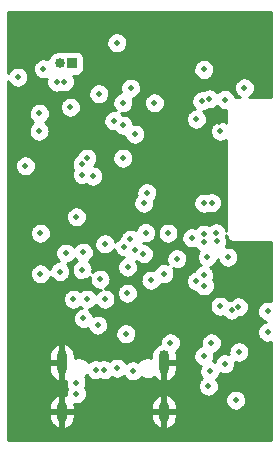
<source format=gbr>
%TF.GenerationSoftware,KiCad,Pcbnew,(5.99.0-2309-gaf729d578)*%
%TF.CreationDate,2020-08-01T12:07:05-04:00*%
%TF.ProjectId,mk2,6d6b322e-6b69-4636-9164-5f7063625858,rev?*%
%TF.SameCoordinates,Original*%
%TF.FileFunction,Copper,L3,Inr*%
%TF.FilePolarity,Positive*%
%FSLAX46Y46*%
G04 Gerber Fmt 4.6, Leading zero omitted, Abs format (unit mm)*
G04 Created by KiCad (PCBNEW (5.99.0-2309-gaf729d578)) date 2020-08-01 12:07:05*
%MOMM*%
%LPD*%
G01*
G04 APERTURE LIST*
%TA.AperFunction,ComponentPad*%
%ADD10O,0.850000X0.850000*%
%TD*%
%TA.AperFunction,ComponentPad*%
%ADD11R,0.850000X0.850000*%
%TD*%
%TA.AperFunction,ComponentPad*%
%ADD12O,0.900000X1.700000*%
%TD*%
%TA.AperFunction,ComponentPad*%
%ADD13O,0.900000X2.000000*%
%TD*%
%TA.AperFunction,ViaPad*%
%ADD14C,0.500000*%
%TD*%
%TA.AperFunction,Conductor*%
%ADD15C,0.254000*%
%TD*%
G04 APERTURE END LIST*
D10*
%TO.N,Net-(J3-Pad2)*%
%TO.C,J3*%
X17000000Y-17500000D03*
D11*
%TO.N,Net-(J3-Pad1)*%
X18000000Y-17500000D03*
%TD*%
D12*
%TO.N,GND*%
%TO.C,J2*%
X25820000Y-46990000D03*
X17180000Y-46990000D03*
D13*
X25820000Y-42820000D03*
X17180000Y-42820000D03*
%TD*%
D14*
%TO.N,GND*%
X22987000Y-14478000D03*
%TO.N,VCC*%
X15261500Y-21738500D03*
X18923000Y-26924000D03*
%TO.N,SCL*%
X26169433Y-31871817D03*
%TO.N,GND*%
X25273000Y-32385000D03*
X22479000Y-38608000D03*
X23241000Y-35687000D03*
X32131000Y-32893000D03*
X33147000Y-35433000D03*
X15494000Y-43561000D03*
X15875000Y-39370000D03*
X17145000Y-36703000D03*
X19177000Y-35941000D03*
X20105030Y-31877000D03*
X15240000Y-28956000D03*
X17145000Y-28702000D03*
X13589000Y-23241000D03*
X17018000Y-23622000D03*
X15240000Y-24765000D03*
X19305405Y-21600032D03*
X19200435Y-20570020D03*
X16764000Y-20320000D03*
X15385000Y-14650000D03*
X19558000Y-17399000D03*
X24003000Y-17907000D03*
X26416000Y-19431000D03*
X30480000Y-22479000D03*
%TO.N,VCC*%
X30607000Y-23241000D03*
%TO.N,GND*%
X29083000Y-23622000D03*
X27051000Y-38608000D03*
X28448000Y-40386000D03*
X27432000Y-42291000D03*
X32258000Y-44069000D03*
X29464000Y-45847000D03*
X27305000Y-47371000D03*
X33020000Y-48387000D03*
X28829000Y-49022000D03*
%TO.N,SPI_CLK*%
X25019000Y-20828000D03*
%TO.N,5V*%
X23000000Y-19600990D03*
%TO.N,SPI_CLK*%
X20320000Y-20066000D03*
%TO.N,SQW*%
X29210000Y-18019989D03*
%TO.N,VIN*%
X22352000Y-25527000D03*
X22352000Y-20828000D03*
X22352000Y-22733000D03*
%TO.N,Net-(C5-Pad1)*%
X17515010Y-33571185D03*
%TO.N,VIN*%
X17000000Y-35125000D03*
%TO.N,BUTTON3*%
X15367000Y-35306000D03*
X19812000Y-27051000D03*
%TO.N,BATTPOW*%
X32175192Y-41940472D03*
%TO.N,VCC*%
X31900121Y-46028092D03*
X34594000Y-40250000D03*
%TO.N,BACKLIGHT*%
X26924000Y-34036000D03*
X24384000Y-28448000D03*
%TO.N,SWDCLK*%
X30299221Y-32565778D03*
%TO.N,CHGNG*%
X30241079Y-31850012D03*
%TO.N,SWDIO*%
X29210000Y-31969946D03*
%TO.N,BUTTON4*%
X29210008Y-32619957D03*
%TO.N,BUTTON1*%
X14097000Y-26162000D03*
%TO.N,BUTTON5*%
X18892040Y-26029797D03*
%TO.N,BUTTON1*%
X19304000Y-25527000D03*
%TO.N,BUZZER*%
X23368000Y-23495000D03*
X15250000Y-23250000D03*
%TO.N,VCC*%
X18415000Y-30480000D03*
X19000000Y-33500000D03*
%TO.N,VUSB*%
X18891324Y-34972515D03*
%TO.N,SQW*%
X20414604Y-35785020D03*
%TO.N,Net-(C5-Pad1)*%
X18161000Y-37465000D03*
%TO.N,BUTTON5*%
X15367000Y-31877000D03*
%TO.N,Net-(J3-Pad1)*%
X15621000Y-17950000D03*
X13462000Y-18669000D03*
%TO.N,FLASH_CS*%
X17402983Y-19041800D03*
%TO.N,SPI_MISO*%
X16749747Y-19081411D03*
%TO.N,FLASH_CS*%
X21590000Y-22352000D03*
%TO.N,SPI_MISO*%
X17907000Y-21209000D03*
%TO.N,5V*%
X21844000Y-15748000D03*
%TO.N,SPI_MOSI*%
X30993711Y-20562691D03*
X29667416Y-20510080D03*
%TO.N,SQW*%
X28575000Y-22225000D03*
%TO.N,SPI_CLK*%
X29040010Y-20680011D03*
%TO.N,BUTTON2*%
X31549612Y-38390694D03*
%TO.N,FLASHLIGHT*%
X30569698Y-38068405D03*
%TO.N,BUTTON4*%
X28194000Y-32258000D03*
X31242000Y-33909000D03*
X32131000Y-38100000D03*
%TO.N,VIN*%
X29226979Y-36322000D03*
%TO.N,CHGNG*%
X29858666Y-29295189D03*
%TO.N,Net-(J5-Pad3)*%
X29176979Y-35433000D03*
%TO.N,BUTTON2*%
X29210000Y-29337000D03*
%TO.N,FLASHLIGHT*%
X29506990Y-33887889D03*
%TO.N,RST*%
X22479000Y-33020000D03*
X20828000Y-32780000D03*
%TO.N,SDA*%
X22746559Y-34761516D03*
%TO.N,RST*%
X22987000Y-32385000D03*
X24130000Y-29337000D03*
%TO.N,SDA*%
X24081628Y-33606628D03*
%TO.N,RTCIRQ*%
X24289138Y-31822238D03*
%TO.N,SQW*%
X23368000Y-33274000D03*
%TO.N,RTCIRQ*%
X19304000Y-37465000D03*
%TO.N,BATTPOW*%
X20217827Y-39658030D03*
%TO.N,VUSB*%
X19003078Y-39100906D03*
%TO.N,Net-(J5-Pad1)*%
X24725225Y-35853775D03*
%TO.N,VIN*%
X22733000Y-36957000D03*
%TO.N,Net-(J5-Pad1)*%
X28575000Y-35933990D03*
%TO.N,Net-(J5-Pad3)*%
X25827992Y-35298990D03*
%TO.N,CHGNG*%
X30988000Y-42926000D03*
X34594000Y-38500000D03*
%TO.N,SCL*%
X18380020Y-44522759D03*
X20835051Y-37474994D03*
%TO.N,SDA*%
X18415000Y-45466000D03*
%TO.N,VUSB*%
X29845000Y-41148000D03*
X29718000Y-43561000D03*
%TO.N,Net-(J2-PadB5)*%
X26378139Y-41147987D03*
%TO.N,BATTPOW*%
X29210000Y-42291000D03*
%TO.N,Net-(J2-PadB5)*%
X23204939Y-43524939D03*
%TO.N,USB_DN*%
X20766013Y-43434000D03*
%TO.N,Net-(J2-PadA5)*%
X22606000Y-40386000D03*
X20066000Y-43434000D03*
%TO.N,USB_DN*%
X21844000Y-43307000D03*
%TO.N,BATTPOW*%
X29591000Y-44831000D03*
%TO.N,SPI_CLK*%
X32639000Y-19558000D03*
%TD*%
%TO.N,GND*%
D15*
X34866001Y-20366000D02*
X33002881Y-20366000D01*
X33099032Y-20324392D01*
X33114331Y-20314998D01*
X33295642Y-20164471D01*
X33307690Y-20151161D01*
X33439464Y-19955796D01*
X33447292Y-19939640D01*
X33519056Y-19714775D01*
X33522050Y-19696289D01*
X33525165Y-19441328D01*
X33522624Y-19422774D01*
X33456376Y-19196223D01*
X33448945Y-19179879D01*
X33321983Y-18981354D01*
X33310264Y-18967753D01*
X33132685Y-18812841D01*
X33117620Y-18803076D01*
X32903700Y-18704232D01*
X32886500Y-18699088D01*
X32653436Y-18664256D01*
X32635483Y-18664147D01*
X32402012Y-18696128D01*
X32384750Y-18701061D01*
X32169639Y-18797285D01*
X32154456Y-18806865D01*
X31974998Y-18959596D01*
X31963114Y-18973053D01*
X31833735Y-19170013D01*
X31826105Y-19186264D01*
X31757207Y-19411618D01*
X31754445Y-19429358D01*
X31751567Y-19664993D01*
X31753895Y-19682794D01*
X31817265Y-19909765D01*
X31824496Y-19926198D01*
X31949024Y-20126259D01*
X31960576Y-20140002D01*
X32136249Y-20297071D01*
X32151193Y-20307019D01*
X32274848Y-20366000D01*
X31859361Y-20366000D01*
X31811087Y-20200914D01*
X31803656Y-20184570D01*
X31676694Y-19986045D01*
X31664975Y-19972444D01*
X31487396Y-19817532D01*
X31472331Y-19807767D01*
X31258411Y-19708923D01*
X31241211Y-19703779D01*
X31008147Y-19668947D01*
X30990194Y-19668838D01*
X30756723Y-19700819D01*
X30739461Y-19705752D01*
X30524350Y-19801976D01*
X30509167Y-19811556D01*
X30355884Y-19942010D01*
X30350399Y-19933433D01*
X30338680Y-19919833D01*
X30161101Y-19764921D01*
X30146036Y-19755156D01*
X29932116Y-19656312D01*
X29914916Y-19651168D01*
X29681852Y-19616336D01*
X29663899Y-19616227D01*
X29430428Y-19648208D01*
X29413166Y-19653141D01*
X29198055Y-19749365D01*
X29182872Y-19758945D01*
X29136381Y-19798512D01*
X29054446Y-19786267D01*
X29036493Y-19786158D01*
X28803022Y-19818139D01*
X28785760Y-19823072D01*
X28570649Y-19919296D01*
X28555466Y-19928876D01*
X28376008Y-20081607D01*
X28364124Y-20095064D01*
X28234745Y-20292024D01*
X28227115Y-20308275D01*
X28158217Y-20533629D01*
X28155455Y-20551369D01*
X28152577Y-20787004D01*
X28154905Y-20804805D01*
X28218275Y-21031776D01*
X28225506Y-21048209D01*
X28350034Y-21248270D01*
X28361586Y-21262013D01*
X28456521Y-21346895D01*
X28338012Y-21363128D01*
X28320750Y-21368061D01*
X28105639Y-21464285D01*
X28090456Y-21473865D01*
X27910998Y-21626596D01*
X27899114Y-21640053D01*
X27769735Y-21837013D01*
X27762105Y-21853264D01*
X27693207Y-22078618D01*
X27690445Y-22096358D01*
X27687567Y-22331993D01*
X27689895Y-22349794D01*
X27753265Y-22576765D01*
X27760496Y-22593198D01*
X27885024Y-22793259D01*
X27896576Y-22807002D01*
X28072249Y-22964071D01*
X28087193Y-22974019D01*
X28299888Y-23075470D01*
X28317025Y-23080824D01*
X28549646Y-23118500D01*
X28567596Y-23118829D01*
X28801440Y-23089702D01*
X28818761Y-23084980D01*
X29035032Y-22991392D01*
X29050331Y-22981998D01*
X29231642Y-22831471D01*
X29243690Y-22818161D01*
X29375464Y-22622796D01*
X29383292Y-22606640D01*
X29455056Y-22381775D01*
X29458050Y-22363289D01*
X29461165Y-22108328D01*
X29458624Y-22089774D01*
X29392376Y-21863223D01*
X29384945Y-21846879D01*
X29257983Y-21648354D01*
X29246264Y-21634753D01*
X29158467Y-21558163D01*
X29266450Y-21544713D01*
X29283771Y-21539991D01*
X29500042Y-21446403D01*
X29515341Y-21437009D01*
X29569720Y-21391863D01*
X29642062Y-21403580D01*
X29660012Y-21403909D01*
X29893856Y-21374782D01*
X29911177Y-21370060D01*
X30127448Y-21276472D01*
X30142747Y-21267078D01*
X30304960Y-21132407D01*
X30315287Y-21144693D01*
X30490960Y-21301762D01*
X30505904Y-21311710D01*
X30718599Y-21413161D01*
X30735736Y-21418515D01*
X30968357Y-21456191D01*
X30986307Y-21456520D01*
X31116000Y-21440366D01*
X31116000Y-22509201D01*
X31100685Y-22495841D01*
X31085620Y-22486076D01*
X30871700Y-22387232D01*
X30854500Y-22382088D01*
X30621436Y-22347256D01*
X30603483Y-22347147D01*
X30370012Y-22379128D01*
X30352750Y-22384061D01*
X30137639Y-22480285D01*
X30122456Y-22489865D01*
X29942998Y-22642596D01*
X29931114Y-22656053D01*
X29801735Y-22853013D01*
X29794105Y-22869264D01*
X29725207Y-23094618D01*
X29722445Y-23112358D01*
X29719567Y-23347993D01*
X29721895Y-23365794D01*
X29785265Y-23592765D01*
X29792496Y-23609198D01*
X29917024Y-23809259D01*
X29928576Y-23823002D01*
X30104249Y-23980071D01*
X30119193Y-23990019D01*
X30331888Y-24091470D01*
X30349025Y-24096824D01*
X30581646Y-24134500D01*
X30599596Y-24134829D01*
X30833440Y-24105702D01*
X30850761Y-24100980D01*
X31067032Y-24007392D01*
X31082331Y-23997998D01*
X31116000Y-23970045D01*
X31116001Y-31685027D01*
X31058455Y-31488235D01*
X31051024Y-31471891D01*
X30924062Y-31273366D01*
X30912343Y-31259765D01*
X30734764Y-31104853D01*
X30719699Y-31095088D01*
X30505779Y-30996244D01*
X30488579Y-30991100D01*
X30255515Y-30956268D01*
X30237562Y-30956159D01*
X30004091Y-30988140D01*
X29986829Y-30993073D01*
X29771718Y-31089297D01*
X29756535Y-31098877D01*
X29644188Y-31194492D01*
X29474700Y-31116178D01*
X29457500Y-31111034D01*
X29224436Y-31076202D01*
X29206483Y-31076093D01*
X28973012Y-31108074D01*
X28955750Y-31113007D01*
X28740639Y-31209231D01*
X28725456Y-31218811D01*
X28545998Y-31371542D01*
X28534113Y-31384999D01*
X28506861Y-31426486D01*
X28458700Y-31404232D01*
X28441500Y-31399088D01*
X28208436Y-31364256D01*
X28190483Y-31364147D01*
X27957012Y-31396128D01*
X27939750Y-31401061D01*
X27724639Y-31497285D01*
X27709456Y-31506865D01*
X27529998Y-31659596D01*
X27518114Y-31673053D01*
X27388735Y-31870013D01*
X27381105Y-31886264D01*
X27312207Y-32111618D01*
X27309445Y-32129358D01*
X27306567Y-32364993D01*
X27308895Y-32382794D01*
X27372265Y-32609765D01*
X27379496Y-32626198D01*
X27504024Y-32826259D01*
X27515576Y-32840002D01*
X27691249Y-32997071D01*
X27706193Y-33007019D01*
X27918888Y-33108470D01*
X27936025Y-33113824D01*
X28168646Y-33151500D01*
X28186596Y-33151829D01*
X28420440Y-33122702D01*
X28437761Y-33117980D01*
X28468133Y-33104837D01*
X28520032Y-33188216D01*
X28531584Y-33201959D01*
X28707257Y-33359028D01*
X28722201Y-33368976D01*
X28772095Y-33392774D01*
X28701725Y-33499902D01*
X28694095Y-33516153D01*
X28625197Y-33741507D01*
X28622435Y-33759247D01*
X28619557Y-33994882D01*
X28621885Y-34012683D01*
X28685255Y-34239654D01*
X28692486Y-34256087D01*
X28817014Y-34456148D01*
X28828566Y-34469891D01*
X28941554Y-34570914D01*
X28939991Y-34571128D01*
X28922729Y-34576061D01*
X28707618Y-34672285D01*
X28692435Y-34681865D01*
X28512977Y-34834596D01*
X28501093Y-34848053D01*
X28371714Y-35045013D01*
X28364084Y-35061264D01*
X28361760Y-35068865D01*
X28338012Y-35072118D01*
X28320750Y-35077052D01*
X28105639Y-35173275D01*
X28090456Y-35182855D01*
X27910998Y-35335586D01*
X27899114Y-35349043D01*
X27769735Y-35546003D01*
X27762105Y-35562254D01*
X27693207Y-35787608D01*
X27690445Y-35805348D01*
X27687567Y-36040983D01*
X27689895Y-36058784D01*
X27753265Y-36285755D01*
X27760496Y-36302188D01*
X27885024Y-36502249D01*
X27896576Y-36515992D01*
X28072249Y-36673061D01*
X28087193Y-36683009D01*
X28299888Y-36784460D01*
X28317025Y-36789814D01*
X28492135Y-36818175D01*
X28537003Y-36890259D01*
X28548555Y-36904002D01*
X28724228Y-37061071D01*
X28739172Y-37071019D01*
X28951867Y-37172470D01*
X28969004Y-37177824D01*
X29201625Y-37215500D01*
X29219575Y-37215829D01*
X29453419Y-37186702D01*
X29470740Y-37181980D01*
X29687011Y-37088392D01*
X29702310Y-37078998D01*
X29883621Y-36928471D01*
X29895669Y-36915161D01*
X30027443Y-36719796D01*
X30035271Y-36703640D01*
X30107035Y-36478775D01*
X30110029Y-36460289D01*
X30113144Y-36205328D01*
X30110603Y-36186774D01*
X30044355Y-35960223D01*
X30036924Y-35943879D01*
X29970853Y-35840566D01*
X29977443Y-35830796D01*
X29985271Y-35814640D01*
X30057035Y-35589775D01*
X30060029Y-35571289D01*
X30063144Y-35316328D01*
X30060603Y-35297774D01*
X29994355Y-35071223D01*
X29986924Y-35054879D01*
X29859962Y-34856354D01*
X29848243Y-34842753D01*
X29742160Y-34750211D01*
X29750751Y-34747869D01*
X29967022Y-34654281D01*
X29982321Y-34644887D01*
X30163632Y-34494360D01*
X30175680Y-34481050D01*
X30307454Y-34285685D01*
X30315282Y-34269529D01*
X30372583Y-34089983D01*
X30420265Y-34260765D01*
X30427496Y-34277198D01*
X30552024Y-34477259D01*
X30563576Y-34491002D01*
X30739249Y-34648071D01*
X30754193Y-34658019D01*
X30966888Y-34759470D01*
X30984025Y-34764824D01*
X31216646Y-34802500D01*
X31234596Y-34802829D01*
X31468440Y-34773702D01*
X31485761Y-34768980D01*
X31702032Y-34675392D01*
X31717331Y-34665998D01*
X31898642Y-34515471D01*
X31910690Y-34502161D01*
X32042464Y-34306796D01*
X32050292Y-34290640D01*
X32122056Y-34065775D01*
X32125050Y-34047289D01*
X32128165Y-33792328D01*
X32125624Y-33773774D01*
X32059376Y-33547223D01*
X32051945Y-33530879D01*
X31924983Y-33332354D01*
X31913264Y-33318753D01*
X31735685Y-33163841D01*
X31720620Y-33154076D01*
X31506700Y-33055232D01*
X31489500Y-33050088D01*
X31256436Y-33015256D01*
X31238483Y-33015147D01*
X31047228Y-33041345D01*
X31099685Y-32963574D01*
X31107513Y-32947418D01*
X31179277Y-32722553D01*
X31182271Y-32704067D01*
X31185386Y-32449106D01*
X31182845Y-32430552D01*
X31116597Y-32204001D01*
X31109166Y-32187657D01*
X31078643Y-32139930D01*
X31115805Y-32023489D01*
X31115473Y-32077859D01*
X31117909Y-32095647D01*
X31128494Y-32132680D01*
X31133952Y-32170793D01*
X31138991Y-32188025D01*
X31153319Y-32219538D01*
X31162831Y-32252821D01*
X31170162Y-32269210D01*
X31190714Y-32301782D01*
X31206649Y-32336832D01*
X31216322Y-32351957D01*
X31238916Y-32378178D01*
X31257389Y-32407457D01*
X31269025Y-32421129D01*
X31297894Y-32446624D01*
X31323027Y-32475794D01*
X31336556Y-32487596D01*
X31365599Y-32506421D01*
X31391550Y-32529340D01*
X31406554Y-32539196D01*
X31441426Y-32555569D01*
X31473730Y-32576507D01*
X31490027Y-32584037D01*
X31523182Y-32593952D01*
X31554700Y-32608750D01*
X31572255Y-32614059D01*
X31608545Y-32619482D01*
X31646640Y-32630875D01*
X31664396Y-32633529D01*
X31707593Y-32633793D01*
X31710379Y-32634000D01*
X31741463Y-32634000D01*
X31827859Y-32634527D01*
X31831707Y-32634000D01*
X34866000Y-32634000D01*
X34866000Y-37649605D01*
X34858700Y-37646232D01*
X34841500Y-37641088D01*
X34608436Y-37606256D01*
X34590483Y-37606147D01*
X34357012Y-37638128D01*
X34339750Y-37643061D01*
X34124639Y-37739285D01*
X34109456Y-37748865D01*
X33929998Y-37901596D01*
X33918114Y-37915053D01*
X33788735Y-38112013D01*
X33781105Y-38128264D01*
X33712207Y-38353618D01*
X33709445Y-38371358D01*
X33706567Y-38606993D01*
X33708895Y-38624794D01*
X33772265Y-38851765D01*
X33779496Y-38868198D01*
X33904024Y-39068259D01*
X33915576Y-39082002D01*
X34091249Y-39239071D01*
X34106193Y-39249019D01*
X34318888Y-39350470D01*
X34336025Y-39355824D01*
X34453702Y-39374883D01*
X34357012Y-39388128D01*
X34339750Y-39393061D01*
X34124639Y-39489285D01*
X34109456Y-39498865D01*
X33929998Y-39651596D01*
X33918114Y-39665053D01*
X33788735Y-39862013D01*
X33781105Y-39878264D01*
X33712207Y-40103618D01*
X33709445Y-40121358D01*
X33706567Y-40356993D01*
X33708895Y-40374794D01*
X33772265Y-40601765D01*
X33779496Y-40618198D01*
X33904024Y-40818259D01*
X33915576Y-40832002D01*
X34091249Y-40989071D01*
X34106193Y-40999019D01*
X34318888Y-41100470D01*
X34336025Y-41105824D01*
X34568646Y-41143500D01*
X34586596Y-41143829D01*
X34820440Y-41114702D01*
X34837761Y-41109980D01*
X34866000Y-41097760D01*
X34866001Y-49366000D01*
X12634000Y-49366000D01*
X12634000Y-47191808D01*
X16096000Y-47191808D01*
X16096000Y-47440350D01*
X16096301Y-47446502D01*
X16110901Y-47595404D01*
X16113295Y-47607495D01*
X16171159Y-47799149D01*
X16175855Y-47810543D01*
X16269843Y-47987308D01*
X16276663Y-47997574D01*
X16403194Y-48152717D01*
X16411878Y-48161463D01*
X16566134Y-48289074D01*
X16576352Y-48295966D01*
X16752456Y-48391185D01*
X16763819Y-48395961D01*
X16949542Y-48453451D01*
X17052000Y-48377912D01*
X17052000Y-48377013D01*
X17307999Y-48377013D01*
X17409045Y-48452605D01*
X17582095Y-48401674D01*
X17593522Y-48397057D01*
X17770940Y-48304306D01*
X17781254Y-48297557D01*
X17937275Y-48172111D01*
X17946080Y-48163488D01*
X18074766Y-48010128D01*
X18081729Y-47999958D01*
X18178175Y-47824523D01*
X18183031Y-47813195D01*
X18243631Y-47622157D01*
X18246242Y-47609662D01*
X18263655Y-47443988D01*
X18264000Y-47437398D01*
X18264000Y-47191809D01*
X18263999Y-47191808D01*
X24736000Y-47191808D01*
X24736000Y-47440350D01*
X24736301Y-47446502D01*
X24750901Y-47595404D01*
X24753295Y-47607495D01*
X24811159Y-47799149D01*
X24815855Y-47810543D01*
X24909843Y-47987308D01*
X24916663Y-47997574D01*
X25043194Y-48152717D01*
X25051878Y-48161463D01*
X25206134Y-48289074D01*
X25216352Y-48295966D01*
X25392456Y-48391185D01*
X25403819Y-48395961D01*
X25589542Y-48453451D01*
X25692000Y-48377912D01*
X25692000Y-48377013D01*
X25947999Y-48377013D01*
X26049045Y-48452605D01*
X26222095Y-48401674D01*
X26233522Y-48397057D01*
X26410940Y-48304306D01*
X26421254Y-48297557D01*
X26577275Y-48172111D01*
X26586080Y-48163488D01*
X26714766Y-48010128D01*
X26721729Y-47999958D01*
X26818175Y-47824523D01*
X26823031Y-47813195D01*
X26883631Y-47622157D01*
X26886242Y-47609662D01*
X26903655Y-47443988D01*
X26904000Y-47437398D01*
X26904000Y-47191809D01*
X26830191Y-47118000D01*
X26021809Y-47117999D01*
X25948000Y-47191808D01*
X25947999Y-48377013D01*
X25692000Y-48377013D01*
X25692001Y-47191809D01*
X25618192Y-47118000D01*
X24809809Y-47117999D01*
X24736000Y-47191808D01*
X18263999Y-47191808D01*
X18190191Y-47118000D01*
X17381809Y-47117999D01*
X17308000Y-47191808D01*
X17307999Y-48377013D01*
X17052000Y-48377013D01*
X17052001Y-47191809D01*
X16978192Y-47118000D01*
X16169809Y-47117999D01*
X16096000Y-47191808D01*
X12634000Y-47191808D01*
X12634000Y-46542601D01*
X16096000Y-46542601D01*
X16096000Y-46788191D01*
X16169809Y-46862000D01*
X16978191Y-46862001D01*
X17052000Y-46788192D01*
X17052001Y-45602987D01*
X16950955Y-45527395D01*
X16777905Y-45578326D01*
X16766478Y-45582943D01*
X16589061Y-45675694D01*
X16578747Y-45682443D01*
X16422726Y-45807889D01*
X16413921Y-45816512D01*
X16285235Y-45969872D01*
X16278272Y-45980042D01*
X16181826Y-46155477D01*
X16176970Y-46166805D01*
X16116370Y-46357842D01*
X16113760Y-46370338D01*
X16096345Y-46536011D01*
X16096000Y-46542601D01*
X12634000Y-46542601D01*
X12634000Y-43021808D01*
X16096000Y-43021808D01*
X16096000Y-43420350D01*
X16096301Y-43426502D01*
X16110901Y-43575404D01*
X16113295Y-43587495D01*
X16171159Y-43779149D01*
X16175855Y-43790543D01*
X16269843Y-43967308D01*
X16276663Y-43977574D01*
X16403194Y-44132717D01*
X16411878Y-44141463D01*
X16566134Y-44269074D01*
X16576352Y-44275966D01*
X16752456Y-44371185D01*
X16763819Y-44375961D01*
X16949542Y-44433451D01*
X17052000Y-44357912D01*
X17052001Y-43021809D01*
X16978192Y-42948000D01*
X16169809Y-42947999D01*
X16096000Y-43021808D01*
X12634000Y-43021808D01*
X12634000Y-42222602D01*
X16096001Y-42222602D01*
X16096001Y-42618191D01*
X16169810Y-42692000D01*
X16978191Y-42692001D01*
X17052000Y-42618192D01*
X17307999Y-42618192D01*
X17308000Y-42618193D01*
X17307999Y-44357013D01*
X17409045Y-44432605D01*
X17495305Y-44407217D01*
X17492587Y-44629752D01*
X17494915Y-44647553D01*
X17558285Y-44874524D01*
X17565516Y-44890957D01*
X17646813Y-45021566D01*
X17609735Y-45078013D01*
X17602105Y-45094264D01*
X17533207Y-45319618D01*
X17530445Y-45337358D01*
X17527691Y-45562838D01*
X17410458Y-45526549D01*
X17308000Y-45602088D01*
X17307999Y-46788191D01*
X17381808Y-46862000D01*
X18190191Y-46862001D01*
X18264000Y-46788192D01*
X18264000Y-46542601D01*
X24736000Y-46542601D01*
X24736000Y-46788191D01*
X24809809Y-46862000D01*
X25618191Y-46862001D01*
X25692000Y-46788192D01*
X25692000Y-46788191D01*
X25947999Y-46788191D01*
X26021808Y-46862000D01*
X26830191Y-46862001D01*
X26904000Y-46788192D01*
X26904000Y-46539650D01*
X26903699Y-46533498D01*
X26889099Y-46384595D01*
X26886705Y-46372504D01*
X26828841Y-46180850D01*
X26824144Y-46169456D01*
X26805869Y-46135085D01*
X31012688Y-46135085D01*
X31015016Y-46152886D01*
X31078386Y-46379857D01*
X31085617Y-46396290D01*
X31210145Y-46596351D01*
X31221697Y-46610094D01*
X31397370Y-46767163D01*
X31412314Y-46777111D01*
X31625009Y-46878562D01*
X31642146Y-46883916D01*
X31874767Y-46921592D01*
X31892717Y-46921921D01*
X32126561Y-46892794D01*
X32143882Y-46888072D01*
X32360153Y-46794484D01*
X32375452Y-46785090D01*
X32556763Y-46634563D01*
X32568811Y-46621253D01*
X32700585Y-46425888D01*
X32708413Y-46409732D01*
X32780177Y-46184867D01*
X32783171Y-46166381D01*
X32786286Y-45911420D01*
X32783745Y-45892866D01*
X32717497Y-45666315D01*
X32710066Y-45649971D01*
X32583104Y-45451446D01*
X32571385Y-45437845D01*
X32393806Y-45282933D01*
X32378741Y-45273168D01*
X32164821Y-45174324D01*
X32147621Y-45169180D01*
X31914557Y-45134348D01*
X31896604Y-45134239D01*
X31663133Y-45166220D01*
X31645871Y-45171153D01*
X31430760Y-45267377D01*
X31415577Y-45276957D01*
X31236119Y-45429688D01*
X31224235Y-45443145D01*
X31094856Y-45640105D01*
X31087226Y-45656356D01*
X31018328Y-45881710D01*
X31015566Y-45899450D01*
X31012688Y-46135085D01*
X26805869Y-46135085D01*
X26730157Y-45992692D01*
X26723337Y-45982426D01*
X26596806Y-45827283D01*
X26588122Y-45818537D01*
X26433866Y-45690926D01*
X26423648Y-45684034D01*
X26247544Y-45588815D01*
X26236181Y-45584039D01*
X26050458Y-45526549D01*
X25948000Y-45602088D01*
X25947999Y-46788191D01*
X25692000Y-46788191D01*
X25692001Y-45602987D01*
X25590955Y-45527395D01*
X25417905Y-45578326D01*
X25406478Y-45582943D01*
X25229061Y-45675694D01*
X25218747Y-45682443D01*
X25062726Y-45807889D01*
X25053921Y-45816512D01*
X24925235Y-45969872D01*
X24918272Y-45980042D01*
X24821826Y-46155477D01*
X24816970Y-46166805D01*
X24756370Y-46357842D01*
X24753760Y-46370338D01*
X24736345Y-46536011D01*
X24736000Y-46542601D01*
X18264000Y-46542601D01*
X18264000Y-46539650D01*
X18263699Y-46533498D01*
X18249099Y-46384595D01*
X18246705Y-46372504D01*
X18235228Y-46334490D01*
X18389646Y-46359500D01*
X18407596Y-46359829D01*
X18641440Y-46330702D01*
X18658761Y-46325980D01*
X18875032Y-46232392D01*
X18890331Y-46222998D01*
X19071642Y-46072471D01*
X19083690Y-46059161D01*
X19215464Y-45863796D01*
X19223292Y-45847640D01*
X19295056Y-45622775D01*
X19298050Y-45604289D01*
X19301165Y-45349328D01*
X19298624Y-45330774D01*
X19232376Y-45104223D01*
X19224945Y-45087879D01*
X19148378Y-44968155D01*
X19180484Y-44920555D01*
X19188312Y-44904399D01*
X19260076Y-44679534D01*
X19263070Y-44661048D01*
X19266185Y-44406087D01*
X19263644Y-44387533D01*
X19197396Y-44160982D01*
X19189965Y-44144638D01*
X19141654Y-44069095D01*
X19252529Y-43984937D01*
X19262732Y-43975220D01*
X19318112Y-43909220D01*
X19376024Y-44002259D01*
X19387576Y-44016002D01*
X19563249Y-44173071D01*
X19578193Y-44183019D01*
X19790888Y-44284470D01*
X19808025Y-44289824D01*
X20040646Y-44327500D01*
X20058596Y-44327829D01*
X20292440Y-44298702D01*
X20309761Y-44293980D01*
X20415190Y-44248357D01*
X20490901Y-44284470D01*
X20508038Y-44289824D01*
X20740659Y-44327500D01*
X20758609Y-44327829D01*
X20992453Y-44298702D01*
X21009774Y-44293980D01*
X21226045Y-44200392D01*
X21241344Y-44190998D01*
X21386510Y-44070480D01*
X21568888Y-44157470D01*
X21586025Y-44162824D01*
X21818646Y-44200500D01*
X21836596Y-44200829D01*
X22070440Y-44171702D01*
X22087761Y-44166980D01*
X22304032Y-44073392D01*
X22319331Y-44063998D01*
X22436328Y-43966866D01*
X22514963Y-44093198D01*
X22526515Y-44106941D01*
X22702188Y-44264010D01*
X22717132Y-44273958D01*
X22929827Y-44375409D01*
X22946964Y-44380763D01*
X23179585Y-44418439D01*
X23197535Y-44418768D01*
X23431379Y-44389641D01*
X23448700Y-44384919D01*
X23664971Y-44291331D01*
X23680270Y-44281937D01*
X23861581Y-44131410D01*
X23873629Y-44118100D01*
X23889974Y-44093867D01*
X24056049Y-44177757D01*
X24069255Y-44182668D01*
X24258814Y-44229930D01*
X24272779Y-44231794D01*
X24468098Y-44235886D01*
X24482130Y-44234609D01*
X24673502Y-44195325D01*
X24686901Y-44190971D01*
X24864814Y-44110267D01*
X24876916Y-44103053D01*
X24964674Y-44036441D01*
X25043194Y-44132717D01*
X25051878Y-44141463D01*
X25206134Y-44269074D01*
X25216352Y-44275966D01*
X25392456Y-44371185D01*
X25403819Y-44375961D01*
X25589542Y-44433451D01*
X25692000Y-44357912D01*
X25692000Y-44357013D01*
X25947999Y-44357013D01*
X26049045Y-44432605D01*
X26222095Y-44381674D01*
X26233522Y-44377057D01*
X26410940Y-44284306D01*
X26421254Y-44277557D01*
X26577275Y-44152111D01*
X26586080Y-44143488D01*
X26714766Y-43990128D01*
X26721729Y-43979958D01*
X26818175Y-43804523D01*
X26823031Y-43793195D01*
X26883631Y-43602157D01*
X26886242Y-43589662D01*
X26903655Y-43423988D01*
X26904000Y-43417398D01*
X26904000Y-43021809D01*
X26830191Y-42948000D01*
X26021809Y-42947999D01*
X25948000Y-43021808D01*
X25947999Y-44357013D01*
X25692000Y-44357013D01*
X25692001Y-43021808D01*
X25692000Y-43021807D01*
X25692001Y-42692000D01*
X26830191Y-42692001D01*
X26904000Y-42618192D01*
X26904000Y-42397993D01*
X28322567Y-42397993D01*
X28324895Y-42415794D01*
X28388265Y-42642765D01*
X28395496Y-42659198D01*
X28520024Y-42859259D01*
X28531576Y-42873002D01*
X28707249Y-43030071D01*
X28722193Y-43040019D01*
X28933797Y-43140949D01*
X28912735Y-43173013D01*
X28905105Y-43189264D01*
X28836207Y-43414618D01*
X28833445Y-43432358D01*
X28830567Y-43667993D01*
X28832895Y-43685794D01*
X28896265Y-43912765D01*
X28903496Y-43929198D01*
X29028024Y-44129259D01*
X29036529Y-44139377D01*
X28926998Y-44232596D01*
X28915114Y-44246053D01*
X28785735Y-44443013D01*
X28778105Y-44459264D01*
X28709207Y-44684618D01*
X28706445Y-44702358D01*
X28703567Y-44937993D01*
X28705895Y-44955794D01*
X28769265Y-45182765D01*
X28776496Y-45199198D01*
X28901024Y-45399259D01*
X28912576Y-45413002D01*
X29088249Y-45570071D01*
X29103193Y-45580019D01*
X29315888Y-45681470D01*
X29333025Y-45686824D01*
X29565646Y-45724500D01*
X29583596Y-45724829D01*
X29817440Y-45695702D01*
X29834761Y-45690980D01*
X30051032Y-45597392D01*
X30066331Y-45587998D01*
X30247642Y-45437471D01*
X30259690Y-45424161D01*
X30391464Y-45228796D01*
X30399292Y-45212640D01*
X30471056Y-44987775D01*
X30474050Y-44969289D01*
X30477165Y-44714328D01*
X30474624Y-44695774D01*
X30408376Y-44469223D01*
X30400945Y-44452879D01*
X30273983Y-44254353D01*
X30272318Y-44252421D01*
X30374642Y-44167471D01*
X30386690Y-44154161D01*
X30518464Y-43958796D01*
X30526292Y-43942640D01*
X30596970Y-43721179D01*
X30712888Y-43776470D01*
X30730025Y-43781824D01*
X30962646Y-43819500D01*
X30980596Y-43819829D01*
X31214440Y-43790702D01*
X31231761Y-43785980D01*
X31448032Y-43692392D01*
X31463331Y-43682998D01*
X31644642Y-43532471D01*
X31656690Y-43519161D01*
X31788464Y-43323796D01*
X31796292Y-43307640D01*
X31868056Y-43082775D01*
X31871050Y-43064289D01*
X31874165Y-42809328D01*
X31871624Y-42790774D01*
X31867069Y-42775196D01*
X31900080Y-42790942D01*
X31917217Y-42796296D01*
X32149838Y-42833972D01*
X32167788Y-42834301D01*
X32401632Y-42805174D01*
X32418953Y-42800452D01*
X32635224Y-42706864D01*
X32650523Y-42697470D01*
X32831834Y-42546943D01*
X32843882Y-42533633D01*
X32975656Y-42338268D01*
X32983484Y-42322112D01*
X33055248Y-42097247D01*
X33058242Y-42078761D01*
X33061357Y-41823800D01*
X33058816Y-41805246D01*
X32992568Y-41578695D01*
X32985137Y-41562351D01*
X32858175Y-41363826D01*
X32846456Y-41350225D01*
X32668877Y-41195313D01*
X32653812Y-41185548D01*
X32439892Y-41086704D01*
X32422692Y-41081560D01*
X32189628Y-41046728D01*
X32171675Y-41046619D01*
X31938204Y-41078600D01*
X31920942Y-41083533D01*
X31705831Y-41179757D01*
X31690648Y-41189337D01*
X31511190Y-41342068D01*
X31499306Y-41355525D01*
X31369927Y-41552485D01*
X31362297Y-41568736D01*
X31293399Y-41794090D01*
X31290637Y-41811830D01*
X31287759Y-42047465D01*
X31290087Y-42065266D01*
X31297858Y-42093098D01*
X31252700Y-42072232D01*
X31235500Y-42067088D01*
X31002436Y-42032256D01*
X30984483Y-42032147D01*
X30751012Y-42064128D01*
X30733750Y-42069061D01*
X30518639Y-42165285D01*
X30503456Y-42174865D01*
X30323998Y-42327596D01*
X30312114Y-42341053D01*
X30182735Y-42538013D01*
X30175105Y-42554264D01*
X30110311Y-42766196D01*
X29994387Y-42712632D01*
X30010464Y-42688796D01*
X30018292Y-42672640D01*
X30090056Y-42447775D01*
X30093050Y-42429289D01*
X30096165Y-42174328D01*
X30093624Y-42155774D01*
X30052478Y-42015064D01*
X30071440Y-42012702D01*
X30088761Y-42007980D01*
X30305032Y-41914392D01*
X30320331Y-41904998D01*
X30501642Y-41754471D01*
X30513690Y-41741161D01*
X30645464Y-41545796D01*
X30653292Y-41529640D01*
X30725056Y-41304775D01*
X30728050Y-41286289D01*
X30731165Y-41031328D01*
X30728624Y-41012774D01*
X30662376Y-40786223D01*
X30654945Y-40769879D01*
X30527983Y-40571354D01*
X30516264Y-40557753D01*
X30338685Y-40402841D01*
X30323620Y-40393076D01*
X30109700Y-40294232D01*
X30092500Y-40289088D01*
X29859436Y-40254256D01*
X29841483Y-40254147D01*
X29608012Y-40286128D01*
X29590750Y-40291061D01*
X29375639Y-40387285D01*
X29360456Y-40396865D01*
X29180998Y-40549596D01*
X29169114Y-40563053D01*
X29039735Y-40760013D01*
X29032105Y-40776264D01*
X28963207Y-41001618D01*
X28960445Y-41019358D01*
X28957567Y-41254993D01*
X28959895Y-41272794D01*
X29002419Y-41425100D01*
X28973012Y-41429128D01*
X28955750Y-41434061D01*
X28740639Y-41530285D01*
X28725456Y-41539865D01*
X28545998Y-41692596D01*
X28534114Y-41706053D01*
X28404735Y-41903013D01*
X28397105Y-41919264D01*
X28328207Y-42144618D01*
X28325445Y-42162358D01*
X28322567Y-42397993D01*
X26904000Y-42397993D01*
X26904000Y-42219649D01*
X26903699Y-42213497D01*
X26889099Y-42064595D01*
X26886705Y-42052504D01*
X26843934Y-41910840D01*
X26853470Y-41904985D01*
X27034781Y-41754458D01*
X27046829Y-41741148D01*
X27178603Y-41545783D01*
X27186431Y-41529627D01*
X27258195Y-41304762D01*
X27261189Y-41286276D01*
X27264304Y-41031315D01*
X27261763Y-41012761D01*
X27195515Y-40786210D01*
X27188084Y-40769866D01*
X27061122Y-40571341D01*
X27049403Y-40557740D01*
X26871824Y-40402828D01*
X26856759Y-40393063D01*
X26642839Y-40294219D01*
X26625639Y-40289075D01*
X26392575Y-40254243D01*
X26374622Y-40254134D01*
X26141151Y-40286115D01*
X26123889Y-40291048D01*
X25908778Y-40387272D01*
X25893595Y-40396852D01*
X25714137Y-40549583D01*
X25702253Y-40563040D01*
X25572874Y-40760000D01*
X25565244Y-40776251D01*
X25496346Y-41001605D01*
X25493584Y-41019345D01*
X25490928Y-41236835D01*
X25417906Y-41258326D01*
X25406478Y-41262943D01*
X25229061Y-41355694D01*
X25218747Y-41362443D01*
X25062726Y-41487889D01*
X25053921Y-41496512D01*
X24925235Y-41649872D01*
X24918272Y-41660042D01*
X24821826Y-41835477D01*
X24816970Y-41846805D01*
X24756370Y-42037843D01*
X24753759Y-42050338D01*
X24736346Y-42216012D01*
X24736001Y-42222602D01*
X24736001Y-42429536D01*
X24711663Y-42417666D01*
X24698391Y-42412940D01*
X24508190Y-42368328D01*
X24494200Y-42366660D01*
X24298843Y-42365296D01*
X24284831Y-42366769D01*
X24094025Y-42408720D01*
X24080688Y-42413260D01*
X23903919Y-42496442D01*
X23891919Y-42503825D01*
X23737971Y-42624102D01*
X23727904Y-42633959D01*
X23635174Y-42747658D01*
X23469639Y-42671171D01*
X23452439Y-42666027D01*
X23219375Y-42631195D01*
X23201422Y-42631086D01*
X22967951Y-42663067D01*
X22950689Y-42668000D01*
X22735578Y-42764224D01*
X22720395Y-42773804D01*
X22613145Y-42865081D01*
X22526983Y-42730354D01*
X22515264Y-42716753D01*
X22337685Y-42561841D01*
X22322620Y-42552076D01*
X22108700Y-42453232D01*
X22091500Y-42448088D01*
X21858436Y-42413256D01*
X21840483Y-42413147D01*
X21607012Y-42445128D01*
X21589750Y-42450061D01*
X21374639Y-42546285D01*
X21359456Y-42555865D01*
X21225222Y-42670107D01*
X21030713Y-42580232D01*
X21013513Y-42575088D01*
X20780449Y-42540256D01*
X20762496Y-42540147D01*
X20529025Y-42572128D01*
X20511764Y-42577061D01*
X20416278Y-42619774D01*
X20330700Y-42580232D01*
X20313500Y-42575088D01*
X20080436Y-42540256D01*
X20062483Y-42540147D01*
X19829012Y-42572128D01*
X19811750Y-42577061D01*
X19596639Y-42673285D01*
X19581456Y-42682865D01*
X19417068Y-42822770D01*
X19410145Y-42808320D01*
X19402679Y-42796372D01*
X19281330Y-42643268D01*
X19271402Y-42633270D01*
X19119149Y-42510856D01*
X19107253Y-42503307D01*
X18931663Y-42417666D01*
X18918391Y-42412940D01*
X18728190Y-42368328D01*
X18714200Y-42366660D01*
X18518843Y-42365296D01*
X18504831Y-42366769D01*
X18314025Y-42408720D01*
X18300688Y-42413260D01*
X18264000Y-42430524D01*
X18264000Y-42219649D01*
X18263699Y-42213497D01*
X18249099Y-42064595D01*
X18246705Y-42052504D01*
X18188841Y-41860850D01*
X18184144Y-41849456D01*
X18090157Y-41672692D01*
X18083337Y-41662426D01*
X17956806Y-41507283D01*
X17948122Y-41498537D01*
X17793866Y-41370926D01*
X17783648Y-41364034D01*
X17607544Y-41268815D01*
X17596181Y-41264039D01*
X17410458Y-41206549D01*
X17308000Y-41282088D01*
X17307999Y-42618192D01*
X17052000Y-42618192D01*
X17052001Y-41282987D01*
X16950955Y-41207395D01*
X16777905Y-41258326D01*
X16766478Y-41262943D01*
X16589061Y-41355694D01*
X16578747Y-41362443D01*
X16422726Y-41487889D01*
X16413921Y-41496512D01*
X16285235Y-41649872D01*
X16278272Y-41660042D01*
X16181826Y-41835477D01*
X16176970Y-41846805D01*
X16116370Y-42037843D01*
X16113759Y-42050338D01*
X16096346Y-42216012D01*
X16096001Y-42222602D01*
X12634000Y-42222602D01*
X12634000Y-35412993D01*
X14479567Y-35412993D01*
X14481895Y-35430794D01*
X14545265Y-35657765D01*
X14552496Y-35674198D01*
X14677024Y-35874259D01*
X14688576Y-35888002D01*
X14864249Y-36045071D01*
X14879193Y-36055019D01*
X15091888Y-36156470D01*
X15109025Y-36161824D01*
X15341646Y-36199500D01*
X15359596Y-36199829D01*
X15593440Y-36170702D01*
X15610761Y-36165980D01*
X15827032Y-36072392D01*
X15842331Y-36062998D01*
X16023642Y-35912471D01*
X16035690Y-35899161D01*
X16167464Y-35703796D01*
X16175292Y-35687640D01*
X16219772Y-35548265D01*
X16310024Y-35693259D01*
X16321576Y-35707002D01*
X16497249Y-35864071D01*
X16512193Y-35874019D01*
X16724888Y-35975470D01*
X16742025Y-35980824D01*
X16974646Y-36018500D01*
X16992596Y-36018829D01*
X17226440Y-35989702D01*
X17243761Y-35984980D01*
X17460032Y-35891392D01*
X17475331Y-35881998D01*
X17656642Y-35731471D01*
X17668690Y-35718161D01*
X17800464Y-35522796D01*
X17808292Y-35506640D01*
X17880056Y-35281775D01*
X17883050Y-35263289D01*
X17886165Y-35008328D01*
X17883624Y-34989774D01*
X17817376Y-34763223D01*
X17809945Y-34746879D01*
X17682983Y-34548354D01*
X17671264Y-34534753D01*
X17580861Y-34455890D01*
X17741450Y-34435887D01*
X17758771Y-34431165D01*
X17975042Y-34337577D01*
X17990341Y-34328183D01*
X18171652Y-34177656D01*
X18183700Y-34164346D01*
X18280502Y-34020831D01*
X18310024Y-34068259D01*
X18321576Y-34082002D01*
X18451814Y-34198447D01*
X18421963Y-34211800D01*
X18406780Y-34221380D01*
X18227322Y-34374111D01*
X18215438Y-34387568D01*
X18086059Y-34584528D01*
X18078429Y-34600779D01*
X18009531Y-34826133D01*
X18006769Y-34843873D01*
X18003891Y-35079508D01*
X18006219Y-35097309D01*
X18069589Y-35324280D01*
X18076820Y-35340713D01*
X18201348Y-35540774D01*
X18212900Y-35554517D01*
X18388573Y-35711586D01*
X18403517Y-35721534D01*
X18616212Y-35822985D01*
X18633349Y-35828339D01*
X18865970Y-35866015D01*
X18883920Y-35866344D01*
X19117764Y-35837217D01*
X19135085Y-35832495D01*
X19351356Y-35738907D01*
X19366655Y-35729513D01*
X19547966Y-35578986D01*
X19552621Y-35573844D01*
X19532811Y-35638638D01*
X19530049Y-35656378D01*
X19527171Y-35892013D01*
X19529499Y-35909814D01*
X19592869Y-36136785D01*
X19600100Y-36153218D01*
X19724628Y-36353279D01*
X19736180Y-36367022D01*
X19911853Y-36524091D01*
X19926797Y-36534039D01*
X20139492Y-36635490D01*
X20156629Y-36640844D01*
X20389250Y-36678520D01*
X20407200Y-36678849D01*
X20459441Y-36672342D01*
X20365690Y-36714279D01*
X20350507Y-36723859D01*
X20171049Y-36876590D01*
X20159165Y-36890047D01*
X20072470Y-37022027D01*
X19986983Y-36888354D01*
X19975264Y-36874753D01*
X19797685Y-36719841D01*
X19782620Y-36710076D01*
X19568700Y-36611232D01*
X19551500Y-36606088D01*
X19318436Y-36571256D01*
X19300483Y-36571147D01*
X19067012Y-36603128D01*
X19049750Y-36608061D01*
X18834639Y-36704285D01*
X18819456Y-36713865D01*
X18732585Y-36787798D01*
X18654685Y-36719841D01*
X18639620Y-36710076D01*
X18425700Y-36611232D01*
X18408500Y-36606088D01*
X18175436Y-36571256D01*
X18157483Y-36571147D01*
X17924012Y-36603128D01*
X17906750Y-36608061D01*
X17691639Y-36704285D01*
X17676456Y-36713865D01*
X17496998Y-36866596D01*
X17485114Y-36880053D01*
X17355735Y-37077013D01*
X17348105Y-37093264D01*
X17279207Y-37318618D01*
X17276445Y-37336358D01*
X17273567Y-37571993D01*
X17275895Y-37589794D01*
X17339265Y-37816765D01*
X17346496Y-37833198D01*
X17471024Y-38033259D01*
X17482576Y-38047002D01*
X17658249Y-38204071D01*
X17673193Y-38214019D01*
X17885888Y-38315470D01*
X17903025Y-38320824D01*
X18135646Y-38358500D01*
X18153596Y-38358829D01*
X18387440Y-38329702D01*
X18404761Y-38324980D01*
X18621032Y-38231392D01*
X18636331Y-38221998D01*
X18732242Y-38142372D01*
X18801249Y-38204071D01*
X18816193Y-38214019D01*
X18845758Y-38228121D01*
X18766090Y-38239034D01*
X18748828Y-38243967D01*
X18533717Y-38340191D01*
X18518534Y-38349771D01*
X18339076Y-38502502D01*
X18327192Y-38515959D01*
X18197813Y-38712919D01*
X18190183Y-38729170D01*
X18121285Y-38954524D01*
X18118523Y-38972264D01*
X18115645Y-39207899D01*
X18117973Y-39225700D01*
X18181343Y-39452671D01*
X18188574Y-39469104D01*
X18313102Y-39669165D01*
X18324654Y-39682908D01*
X18500327Y-39839977D01*
X18515271Y-39849925D01*
X18727966Y-39951376D01*
X18745103Y-39956730D01*
X18977724Y-39994406D01*
X18995674Y-39994735D01*
X19229518Y-39965608D01*
X19246839Y-39960886D01*
X19367820Y-39908533D01*
X19396092Y-40009795D01*
X19403323Y-40026228D01*
X19527851Y-40226289D01*
X19539403Y-40240032D01*
X19715076Y-40397101D01*
X19730020Y-40407049D01*
X19942715Y-40508500D01*
X19959852Y-40513854D01*
X20192473Y-40551530D01*
X20210423Y-40551859D01*
X20444267Y-40522732D01*
X20461588Y-40518010D01*
X20519399Y-40492993D01*
X21718567Y-40492993D01*
X21720895Y-40510794D01*
X21784265Y-40737765D01*
X21791496Y-40754198D01*
X21916024Y-40954259D01*
X21927576Y-40968002D01*
X22103249Y-41125071D01*
X22118193Y-41135019D01*
X22330888Y-41236470D01*
X22348025Y-41241824D01*
X22580646Y-41279500D01*
X22598596Y-41279829D01*
X22832440Y-41250702D01*
X22849761Y-41245980D01*
X23066032Y-41152392D01*
X23081331Y-41142998D01*
X23262642Y-40992471D01*
X23274690Y-40979161D01*
X23406464Y-40783796D01*
X23414292Y-40767640D01*
X23486056Y-40542775D01*
X23489050Y-40524289D01*
X23492165Y-40269328D01*
X23489624Y-40250774D01*
X23423376Y-40024223D01*
X23415945Y-40007879D01*
X23288983Y-39809354D01*
X23277264Y-39795753D01*
X23099685Y-39640841D01*
X23084620Y-39631076D01*
X22870700Y-39532232D01*
X22853500Y-39527088D01*
X22620436Y-39492256D01*
X22602483Y-39492147D01*
X22369012Y-39524128D01*
X22351750Y-39529061D01*
X22136639Y-39625285D01*
X22121456Y-39634865D01*
X21941998Y-39787596D01*
X21930114Y-39801053D01*
X21800735Y-39998013D01*
X21793105Y-40014264D01*
X21724207Y-40239618D01*
X21721445Y-40257358D01*
X21718567Y-40492993D01*
X20519399Y-40492993D01*
X20677859Y-40424422D01*
X20693158Y-40415028D01*
X20874469Y-40264501D01*
X20886517Y-40251191D01*
X21018291Y-40055826D01*
X21026119Y-40039670D01*
X21097883Y-39814805D01*
X21100877Y-39796319D01*
X21103992Y-39541358D01*
X21101451Y-39522804D01*
X21035203Y-39296253D01*
X21027772Y-39279909D01*
X20900810Y-39081384D01*
X20889091Y-39067783D01*
X20711512Y-38912871D01*
X20696447Y-38903106D01*
X20482527Y-38804262D01*
X20465327Y-38799118D01*
X20232263Y-38764286D01*
X20214310Y-38764177D01*
X19980839Y-38796158D01*
X19963577Y-38801091D01*
X19853033Y-38850540D01*
X19820454Y-38739129D01*
X19813023Y-38722785D01*
X19686061Y-38524260D01*
X19674342Y-38510659D01*
X19496763Y-38355747D01*
X19481698Y-38345982D01*
X19464295Y-38337941D01*
X19530440Y-38329702D01*
X19547761Y-38324980D01*
X19764032Y-38231392D01*
X19779331Y-38221998D01*
X19960642Y-38071471D01*
X19972690Y-38058161D01*
X20067168Y-37918091D01*
X20145075Y-38043253D01*
X20156627Y-38056996D01*
X20332300Y-38214065D01*
X20347244Y-38224013D01*
X20559939Y-38325464D01*
X20577076Y-38330818D01*
X20809697Y-38368494D01*
X20827647Y-38368823D01*
X21061491Y-38339696D01*
X21078812Y-38334974D01*
X21295083Y-38241386D01*
X21310382Y-38231992D01*
X21378549Y-38175398D01*
X29682265Y-38175398D01*
X29684593Y-38193199D01*
X29747963Y-38420170D01*
X29755194Y-38436603D01*
X29879722Y-38636664D01*
X29891274Y-38650407D01*
X30066947Y-38807476D01*
X30081891Y-38817424D01*
X30294586Y-38918875D01*
X30311723Y-38924229D01*
X30544344Y-38961905D01*
X30562294Y-38962234D01*
X30796138Y-38933107D01*
X30813459Y-38928385D01*
X30834848Y-38919129D01*
X30859636Y-38958953D01*
X30871188Y-38972696D01*
X31046861Y-39129765D01*
X31061805Y-39139713D01*
X31274500Y-39241164D01*
X31291637Y-39246518D01*
X31524258Y-39284194D01*
X31542208Y-39284523D01*
X31776052Y-39255396D01*
X31793373Y-39250674D01*
X32009644Y-39157086D01*
X32024943Y-39147692D01*
X32206254Y-38997165D01*
X32218303Y-38983854D01*
X32219644Y-38981866D01*
X32357440Y-38964702D01*
X32374761Y-38959980D01*
X32591032Y-38866392D01*
X32606331Y-38856998D01*
X32787642Y-38706471D01*
X32799690Y-38693161D01*
X32931464Y-38497796D01*
X32939292Y-38481640D01*
X33011056Y-38256775D01*
X33014050Y-38238289D01*
X33017165Y-37983328D01*
X33014624Y-37964774D01*
X32948376Y-37738223D01*
X32940945Y-37721879D01*
X32813983Y-37523354D01*
X32802264Y-37509753D01*
X32624685Y-37354841D01*
X32609620Y-37345076D01*
X32395700Y-37246232D01*
X32378500Y-37241088D01*
X32145436Y-37206256D01*
X32127483Y-37206147D01*
X31894012Y-37238128D01*
X31876750Y-37243061D01*
X31661639Y-37339285D01*
X31646456Y-37348865D01*
X31466998Y-37501596D01*
X31460890Y-37508512D01*
X31312624Y-37528822D01*
X31295363Y-37533755D01*
X31283059Y-37539259D01*
X31252681Y-37491759D01*
X31240962Y-37478158D01*
X31063383Y-37323246D01*
X31048318Y-37313481D01*
X30834398Y-37214637D01*
X30817198Y-37209493D01*
X30584134Y-37174661D01*
X30566181Y-37174552D01*
X30332710Y-37206533D01*
X30315448Y-37211466D01*
X30100337Y-37307690D01*
X30085154Y-37317270D01*
X29905696Y-37470001D01*
X29893812Y-37483458D01*
X29764433Y-37680418D01*
X29756803Y-37696669D01*
X29687905Y-37922023D01*
X29685143Y-37939763D01*
X29682265Y-38175398D01*
X21378549Y-38175398D01*
X21491693Y-38081465D01*
X21503741Y-38068155D01*
X21635515Y-37872790D01*
X21643343Y-37856634D01*
X21715107Y-37631769D01*
X21718101Y-37613283D01*
X21721216Y-37358322D01*
X21718675Y-37339768D01*
X21652427Y-37113217D01*
X21644996Y-37096873D01*
X21623969Y-37063993D01*
X21845567Y-37063993D01*
X21847895Y-37081794D01*
X21911265Y-37308765D01*
X21918496Y-37325198D01*
X22043024Y-37525259D01*
X22054576Y-37539002D01*
X22230249Y-37696071D01*
X22245193Y-37706019D01*
X22457888Y-37807470D01*
X22475025Y-37812824D01*
X22707646Y-37850500D01*
X22725596Y-37850829D01*
X22959440Y-37821702D01*
X22976761Y-37816980D01*
X23193032Y-37723392D01*
X23208331Y-37713998D01*
X23389642Y-37563471D01*
X23401690Y-37550161D01*
X23533464Y-37354796D01*
X23541292Y-37338640D01*
X23613056Y-37113775D01*
X23616050Y-37095289D01*
X23619165Y-36840328D01*
X23616624Y-36821774D01*
X23550376Y-36595223D01*
X23542945Y-36578879D01*
X23415983Y-36380354D01*
X23404264Y-36366753D01*
X23226685Y-36211841D01*
X23211620Y-36202076D01*
X22997700Y-36103232D01*
X22980500Y-36098088D01*
X22747436Y-36063256D01*
X22729483Y-36063147D01*
X22496012Y-36095128D01*
X22478750Y-36100061D01*
X22263639Y-36196285D01*
X22248456Y-36205865D01*
X22068998Y-36358596D01*
X22057114Y-36372053D01*
X21927735Y-36569013D01*
X21920105Y-36585264D01*
X21851207Y-36810618D01*
X21848445Y-36828358D01*
X21845567Y-37063993D01*
X21623969Y-37063993D01*
X21518034Y-36898348D01*
X21506315Y-36884747D01*
X21328736Y-36729835D01*
X21313671Y-36720070D01*
X21099751Y-36621226D01*
X21082551Y-36616082D01*
X20849487Y-36581250D01*
X20831534Y-36581141D01*
X20794080Y-36586272D01*
X20874636Y-36551412D01*
X20889935Y-36542018D01*
X21071246Y-36391491D01*
X21083294Y-36378181D01*
X21215068Y-36182816D01*
X21222896Y-36166660D01*
X21288604Y-35960768D01*
X23837792Y-35960768D01*
X23840120Y-35978569D01*
X23903490Y-36205540D01*
X23910721Y-36221973D01*
X24035249Y-36422034D01*
X24046801Y-36435777D01*
X24222474Y-36592846D01*
X24237418Y-36602794D01*
X24450113Y-36704245D01*
X24467250Y-36709599D01*
X24699871Y-36747275D01*
X24717821Y-36747604D01*
X24951665Y-36718477D01*
X24968986Y-36713755D01*
X25185257Y-36620167D01*
X25200556Y-36610773D01*
X25381867Y-36460246D01*
X25393915Y-36446936D01*
X25525689Y-36251571D01*
X25533517Y-36235415D01*
X25560218Y-36151752D01*
X25570017Y-36154814D01*
X25802638Y-36192490D01*
X25820588Y-36192819D01*
X26054432Y-36163692D01*
X26071753Y-36158970D01*
X26288024Y-36065382D01*
X26303323Y-36055988D01*
X26484634Y-35905461D01*
X26496682Y-35892151D01*
X26628456Y-35696786D01*
X26636284Y-35680630D01*
X26708048Y-35455765D01*
X26711042Y-35437279D01*
X26714157Y-35182318D01*
X26711616Y-35163764D01*
X26645368Y-34937213D01*
X26637937Y-34920869D01*
X26601475Y-34863855D01*
X26648888Y-34886470D01*
X26666025Y-34891824D01*
X26898646Y-34929500D01*
X26916596Y-34929829D01*
X27150440Y-34900702D01*
X27167761Y-34895980D01*
X27384032Y-34802392D01*
X27399331Y-34792998D01*
X27580642Y-34642471D01*
X27592690Y-34629161D01*
X27724464Y-34433796D01*
X27732292Y-34417640D01*
X27804056Y-34192775D01*
X27807050Y-34174289D01*
X27810165Y-33919328D01*
X27807624Y-33900774D01*
X27741376Y-33674223D01*
X27733945Y-33657879D01*
X27606983Y-33459354D01*
X27595264Y-33445753D01*
X27417685Y-33290841D01*
X27402620Y-33281076D01*
X27188700Y-33182232D01*
X27171500Y-33177088D01*
X26938436Y-33142256D01*
X26920483Y-33142147D01*
X26687012Y-33174128D01*
X26669750Y-33179061D01*
X26454639Y-33275285D01*
X26439456Y-33284865D01*
X26259998Y-33437596D01*
X26248114Y-33451053D01*
X26118735Y-33648013D01*
X26111105Y-33664264D01*
X26042207Y-33889618D01*
X26039445Y-33907358D01*
X26036567Y-34142993D01*
X26038895Y-34160794D01*
X26102265Y-34387765D01*
X26109496Y-34404198D01*
X26152125Y-34472684D01*
X26092692Y-34445222D01*
X26075492Y-34440078D01*
X25842428Y-34405246D01*
X25824475Y-34405137D01*
X25591004Y-34437118D01*
X25573742Y-34442051D01*
X25358631Y-34538275D01*
X25343448Y-34547855D01*
X25163990Y-34700586D01*
X25152106Y-34714043D01*
X25022727Y-34911003D01*
X25015097Y-34927254D01*
X24992492Y-35001193D01*
X24989925Y-35000007D01*
X24972725Y-34994863D01*
X24739661Y-34960031D01*
X24721708Y-34959922D01*
X24488237Y-34991903D01*
X24470975Y-34996836D01*
X24255864Y-35093060D01*
X24240681Y-35102640D01*
X24061223Y-35255371D01*
X24049339Y-35268828D01*
X23919960Y-35465788D01*
X23912330Y-35482039D01*
X23843432Y-35707393D01*
X23840670Y-35725133D01*
X23837792Y-35960768D01*
X21288604Y-35960768D01*
X21294660Y-35941795D01*
X21297654Y-35923309D01*
X21300769Y-35668348D01*
X21298228Y-35649794D01*
X21231980Y-35423243D01*
X21224549Y-35406899D01*
X21097587Y-35208374D01*
X21085868Y-35194773D01*
X20908289Y-35039861D01*
X20893224Y-35030096D01*
X20679304Y-34931252D01*
X20662104Y-34926108D01*
X20429040Y-34891276D01*
X20411087Y-34891167D01*
X20177616Y-34923148D01*
X20160354Y-34928081D01*
X19945243Y-35024305D01*
X19930060Y-35033885D01*
X19754011Y-35183715D01*
X19771380Y-35129290D01*
X19774374Y-35110804D01*
X19777489Y-34855843D01*
X19774948Y-34837289D01*
X19708700Y-34610738D01*
X19701269Y-34594394D01*
X19574307Y-34395869D01*
X19562588Y-34382268D01*
X19439795Y-34275149D01*
X19460032Y-34266392D01*
X19475331Y-34256998D01*
X19656642Y-34106471D01*
X19668690Y-34093161D01*
X19800464Y-33897796D01*
X19808292Y-33881640D01*
X19880056Y-33656775D01*
X19883050Y-33638289D01*
X19886165Y-33383328D01*
X19883624Y-33364774D01*
X19817376Y-33138223D01*
X19809945Y-33121879D01*
X19682983Y-32923354D01*
X19671264Y-32909753D01*
X19645174Y-32886993D01*
X19940567Y-32886993D01*
X19942895Y-32904794D01*
X20006265Y-33131765D01*
X20013496Y-33148198D01*
X20138024Y-33348259D01*
X20149576Y-33362002D01*
X20325249Y-33519071D01*
X20340193Y-33529019D01*
X20552888Y-33630470D01*
X20570025Y-33635824D01*
X20802646Y-33673500D01*
X20820596Y-33673829D01*
X21054440Y-33644702D01*
X21071761Y-33639980D01*
X21288032Y-33546392D01*
X21303331Y-33536998D01*
X21484642Y-33386471D01*
X21496690Y-33373161D01*
X21610532Y-33204382D01*
X21657265Y-33371765D01*
X21664496Y-33388198D01*
X21789024Y-33588259D01*
X21800576Y-33602002D01*
X21976249Y-33759071D01*
X21991193Y-33769019D01*
X22203888Y-33870470D01*
X22221025Y-33875824D01*
X22453646Y-33913500D01*
X22471596Y-33913829D01*
X22471637Y-33913824D01*
X22277198Y-34000801D01*
X22262015Y-34010381D01*
X22082557Y-34163112D01*
X22070673Y-34176569D01*
X21941294Y-34373529D01*
X21933664Y-34389780D01*
X21864766Y-34615134D01*
X21862004Y-34632874D01*
X21859126Y-34868509D01*
X21861454Y-34886310D01*
X21924824Y-35113281D01*
X21932055Y-35129714D01*
X22056583Y-35329775D01*
X22068135Y-35343518D01*
X22243808Y-35500587D01*
X22258752Y-35510535D01*
X22471447Y-35611986D01*
X22488584Y-35617340D01*
X22721205Y-35655016D01*
X22739155Y-35655345D01*
X22972999Y-35626218D01*
X22990320Y-35621496D01*
X23206591Y-35527908D01*
X23221890Y-35518514D01*
X23403201Y-35367987D01*
X23415249Y-35354677D01*
X23547023Y-35159312D01*
X23554851Y-35143156D01*
X23626615Y-34918291D01*
X23629609Y-34899805D01*
X23632724Y-34644844D01*
X23630183Y-34626290D01*
X23563935Y-34399739D01*
X23556504Y-34383395D01*
X23470328Y-34248646D01*
X23578877Y-34345699D01*
X23593821Y-34355647D01*
X23806516Y-34457098D01*
X23823653Y-34462452D01*
X24056274Y-34500128D01*
X24074224Y-34500457D01*
X24308068Y-34471330D01*
X24325389Y-34466608D01*
X24541660Y-34373020D01*
X24556959Y-34363626D01*
X24738270Y-34213099D01*
X24750318Y-34199789D01*
X24882092Y-34004424D01*
X24889920Y-33988268D01*
X24961684Y-33763403D01*
X24964678Y-33744917D01*
X24967793Y-33489956D01*
X24965252Y-33471402D01*
X24899004Y-33244851D01*
X24891573Y-33228507D01*
X24764611Y-33029982D01*
X24752892Y-33016381D01*
X24575313Y-32861469D01*
X24560248Y-32851704D01*
X24346328Y-32752860D01*
X24329128Y-32747716D01*
X24096064Y-32712884D01*
X24078112Y-32712774D01*
X24062236Y-32714949D01*
X24050983Y-32697353D01*
X24039264Y-32683753D01*
X24033100Y-32678376D01*
X24263784Y-32715738D01*
X24281734Y-32716067D01*
X24515578Y-32686940D01*
X24532899Y-32682218D01*
X24749170Y-32588630D01*
X24764469Y-32579236D01*
X24945780Y-32428709D01*
X24957828Y-32415399D01*
X25089602Y-32220034D01*
X25097430Y-32203878D01*
X25169194Y-31979013D01*
X25169226Y-31978810D01*
X25282000Y-31978810D01*
X25284328Y-31996611D01*
X25347698Y-32223582D01*
X25354929Y-32240015D01*
X25479457Y-32440076D01*
X25491009Y-32453819D01*
X25666682Y-32610888D01*
X25681626Y-32620836D01*
X25894321Y-32722287D01*
X25911458Y-32727641D01*
X26144079Y-32765317D01*
X26162029Y-32765646D01*
X26395873Y-32736519D01*
X26413194Y-32731797D01*
X26629465Y-32638209D01*
X26644764Y-32628815D01*
X26826075Y-32478288D01*
X26838123Y-32464978D01*
X26969897Y-32269613D01*
X26977725Y-32253457D01*
X27049489Y-32028592D01*
X27052483Y-32010106D01*
X27055598Y-31755145D01*
X27053057Y-31736591D01*
X26986809Y-31510040D01*
X26979378Y-31493696D01*
X26852416Y-31295171D01*
X26840697Y-31281570D01*
X26663118Y-31126658D01*
X26648053Y-31116893D01*
X26434133Y-31018049D01*
X26416933Y-31012905D01*
X26183869Y-30978073D01*
X26165916Y-30977964D01*
X25932445Y-31009945D01*
X25915183Y-31014878D01*
X25700072Y-31111102D01*
X25684889Y-31120682D01*
X25505431Y-31273413D01*
X25493547Y-31286870D01*
X25364168Y-31483830D01*
X25356538Y-31500081D01*
X25287640Y-31725435D01*
X25284878Y-31743175D01*
X25282000Y-31978810D01*
X25169226Y-31978810D01*
X25172188Y-31960527D01*
X25175303Y-31705566D01*
X25172762Y-31687012D01*
X25106514Y-31460461D01*
X25099083Y-31444117D01*
X24972121Y-31245592D01*
X24960402Y-31231991D01*
X24782823Y-31077079D01*
X24767758Y-31067314D01*
X24553838Y-30968470D01*
X24536638Y-30963326D01*
X24303574Y-30928494D01*
X24285621Y-30928385D01*
X24052150Y-30960366D01*
X24034888Y-30965299D01*
X23819777Y-31061523D01*
X23804594Y-31071103D01*
X23625136Y-31223834D01*
X23613252Y-31237291D01*
X23483873Y-31434251D01*
X23476243Y-31450502D01*
X23426822Y-31612149D01*
X23251700Y-31531232D01*
X23234500Y-31526088D01*
X23001436Y-31491256D01*
X22983483Y-31491147D01*
X22750012Y-31523128D01*
X22732750Y-31528061D01*
X22517639Y-31624285D01*
X22502456Y-31633865D01*
X22322998Y-31786596D01*
X22311114Y-31800053D01*
X22181735Y-31997013D01*
X22174105Y-32013264D01*
X22113028Y-32213037D01*
X22009639Y-32259285D01*
X21994456Y-32268865D01*
X21814998Y-32421596D01*
X21803114Y-32435053D01*
X21697371Y-32596031D01*
X21645376Y-32418223D01*
X21637945Y-32401879D01*
X21510983Y-32203354D01*
X21499264Y-32189753D01*
X21321685Y-32034841D01*
X21306620Y-32025076D01*
X21092700Y-31926232D01*
X21075500Y-31921088D01*
X20842436Y-31886256D01*
X20824483Y-31886147D01*
X20591012Y-31918128D01*
X20573750Y-31923061D01*
X20358639Y-32019285D01*
X20343456Y-32028865D01*
X20163998Y-32181596D01*
X20152114Y-32195053D01*
X20022735Y-32392013D01*
X20015105Y-32408264D01*
X19946207Y-32633618D01*
X19943445Y-32651358D01*
X19940567Y-32886993D01*
X19645174Y-32886993D01*
X19493685Y-32754841D01*
X19478620Y-32745076D01*
X19264700Y-32646232D01*
X19247500Y-32641088D01*
X19014436Y-32606256D01*
X18996483Y-32606147D01*
X18763012Y-32638128D01*
X18745750Y-32643061D01*
X18530639Y-32739285D01*
X18515456Y-32748865D01*
X18335998Y-32901596D01*
X18324114Y-32915053D01*
X18234452Y-33051549D01*
X18197993Y-32994539D01*
X18186274Y-32980938D01*
X18008695Y-32826026D01*
X17993630Y-32816261D01*
X17779710Y-32717417D01*
X17762510Y-32712273D01*
X17529446Y-32677441D01*
X17511493Y-32677332D01*
X17278022Y-32709313D01*
X17260760Y-32714246D01*
X17045649Y-32810470D01*
X17030466Y-32820050D01*
X16851008Y-32972781D01*
X16839124Y-32986238D01*
X16709745Y-33183198D01*
X16702115Y-33199449D01*
X16633217Y-33424803D01*
X16630455Y-33442543D01*
X16627577Y-33678178D01*
X16629905Y-33695979D01*
X16693275Y-33922950D01*
X16700506Y-33939383D01*
X16825034Y-34139444D01*
X16836586Y-34153187D01*
X16933439Y-34239783D01*
X16763012Y-34263128D01*
X16745750Y-34268061D01*
X16530639Y-34364285D01*
X16515456Y-34373865D01*
X16335998Y-34526596D01*
X16324114Y-34540053D01*
X16194735Y-34737013D01*
X16187105Y-34753264D01*
X16147700Y-34882150D01*
X16049983Y-34729354D01*
X16038264Y-34715753D01*
X15860685Y-34560841D01*
X15845620Y-34551076D01*
X15631700Y-34452232D01*
X15614500Y-34447088D01*
X15381436Y-34412256D01*
X15363483Y-34412147D01*
X15130012Y-34444128D01*
X15112750Y-34449061D01*
X14897639Y-34545285D01*
X14882456Y-34554865D01*
X14702998Y-34707596D01*
X14691114Y-34721053D01*
X14561735Y-34918013D01*
X14554105Y-34934264D01*
X14485207Y-35159618D01*
X14482445Y-35177358D01*
X14479567Y-35412993D01*
X12634000Y-35412993D01*
X12634000Y-31983993D01*
X14479567Y-31983993D01*
X14481895Y-32001794D01*
X14545265Y-32228765D01*
X14552496Y-32245198D01*
X14677024Y-32445259D01*
X14688576Y-32459002D01*
X14864249Y-32616071D01*
X14879193Y-32626019D01*
X15091888Y-32727470D01*
X15109025Y-32732824D01*
X15341646Y-32770500D01*
X15359596Y-32770829D01*
X15593440Y-32741702D01*
X15610761Y-32736980D01*
X15827032Y-32643392D01*
X15842331Y-32633998D01*
X16023642Y-32483471D01*
X16035690Y-32470161D01*
X16167464Y-32274796D01*
X16175292Y-32258640D01*
X16247056Y-32033775D01*
X16250050Y-32015289D01*
X16253165Y-31760328D01*
X16250624Y-31741774D01*
X16184376Y-31515223D01*
X16176945Y-31498879D01*
X16049983Y-31300354D01*
X16038264Y-31286753D01*
X15860685Y-31131841D01*
X15845620Y-31122076D01*
X15631700Y-31023232D01*
X15614500Y-31018088D01*
X15381436Y-30983256D01*
X15363483Y-30983147D01*
X15130012Y-31015128D01*
X15112750Y-31020061D01*
X14897639Y-31116285D01*
X14882456Y-31125865D01*
X14702998Y-31278596D01*
X14691114Y-31292053D01*
X14561735Y-31489013D01*
X14554105Y-31505264D01*
X14485207Y-31730618D01*
X14482445Y-31748358D01*
X14479567Y-31983993D01*
X12634000Y-31983993D01*
X12634000Y-30586993D01*
X17527567Y-30586993D01*
X17529895Y-30604794D01*
X17593265Y-30831765D01*
X17600496Y-30848198D01*
X17725024Y-31048259D01*
X17736576Y-31062002D01*
X17912249Y-31219071D01*
X17927193Y-31229019D01*
X18139888Y-31330470D01*
X18157025Y-31335824D01*
X18389646Y-31373500D01*
X18407596Y-31373829D01*
X18641440Y-31344702D01*
X18658761Y-31339980D01*
X18875032Y-31246392D01*
X18890331Y-31236998D01*
X19071642Y-31086471D01*
X19083690Y-31073161D01*
X19215464Y-30877796D01*
X19223292Y-30861640D01*
X19295056Y-30636775D01*
X19298050Y-30618289D01*
X19301165Y-30363328D01*
X19298624Y-30344774D01*
X19232376Y-30118223D01*
X19224945Y-30101879D01*
X19097983Y-29903354D01*
X19086264Y-29889753D01*
X18908685Y-29734841D01*
X18893620Y-29725076D01*
X18679700Y-29626232D01*
X18662500Y-29621088D01*
X18429436Y-29586256D01*
X18411483Y-29586147D01*
X18178012Y-29618128D01*
X18160750Y-29623061D01*
X17945639Y-29719285D01*
X17930456Y-29728865D01*
X17750998Y-29881596D01*
X17739114Y-29895053D01*
X17609735Y-30092013D01*
X17602105Y-30108264D01*
X17533207Y-30333618D01*
X17530445Y-30351358D01*
X17527567Y-30586993D01*
X12634000Y-30586993D01*
X12634000Y-29443993D01*
X23242567Y-29443993D01*
X23244895Y-29461794D01*
X23308265Y-29688765D01*
X23315496Y-29705198D01*
X23440024Y-29905259D01*
X23451576Y-29919002D01*
X23627249Y-30076071D01*
X23642193Y-30086019D01*
X23854888Y-30187470D01*
X23872025Y-30192824D01*
X24104646Y-30230500D01*
X24122596Y-30230829D01*
X24356440Y-30201702D01*
X24373761Y-30196980D01*
X24590032Y-30103392D01*
X24605331Y-30093998D01*
X24786642Y-29943471D01*
X24798690Y-29930161D01*
X24930464Y-29734796D01*
X24938292Y-29718640D01*
X25010056Y-29493775D01*
X25013050Y-29475289D01*
X25013432Y-29443993D01*
X28322567Y-29443993D01*
X28324895Y-29461794D01*
X28388265Y-29688765D01*
X28395496Y-29705198D01*
X28520024Y-29905259D01*
X28531576Y-29919002D01*
X28707249Y-30076071D01*
X28722193Y-30086019D01*
X28934888Y-30187470D01*
X28952025Y-30192824D01*
X29184646Y-30230500D01*
X29202596Y-30230829D01*
X29436440Y-30201702D01*
X29453761Y-30196980D01*
X29578229Y-30143119D01*
X29583555Y-30145659D01*
X29600691Y-30151013D01*
X29833312Y-30188689D01*
X29851262Y-30189018D01*
X30085106Y-30159891D01*
X30102427Y-30155169D01*
X30318698Y-30061581D01*
X30333997Y-30052187D01*
X30515308Y-29901660D01*
X30527356Y-29888350D01*
X30659130Y-29692985D01*
X30666958Y-29676829D01*
X30738722Y-29451964D01*
X30741716Y-29433478D01*
X30744831Y-29178517D01*
X30742290Y-29159963D01*
X30676042Y-28933412D01*
X30668611Y-28917068D01*
X30541649Y-28718543D01*
X30529930Y-28704942D01*
X30352351Y-28550030D01*
X30337286Y-28540265D01*
X30123366Y-28441421D01*
X30106166Y-28436277D01*
X29873102Y-28401445D01*
X29855149Y-28401336D01*
X29621678Y-28433317D01*
X29604417Y-28438250D01*
X29489043Y-28489859D01*
X29474700Y-28483232D01*
X29457500Y-28478088D01*
X29224436Y-28443256D01*
X29206483Y-28443147D01*
X28973012Y-28475128D01*
X28955750Y-28480061D01*
X28740639Y-28576285D01*
X28725456Y-28585865D01*
X28545998Y-28738596D01*
X28534114Y-28752053D01*
X28404735Y-28949013D01*
X28397105Y-28965264D01*
X28328207Y-29190618D01*
X28325445Y-29208358D01*
X28322567Y-29443993D01*
X25013432Y-29443993D01*
X25016165Y-29220328D01*
X25013624Y-29201774D01*
X24984242Y-29101295D01*
X25040642Y-29054471D01*
X25052690Y-29041161D01*
X25184464Y-28845796D01*
X25192292Y-28829640D01*
X25264056Y-28604775D01*
X25267050Y-28586289D01*
X25270165Y-28331328D01*
X25267624Y-28312774D01*
X25201376Y-28086223D01*
X25193945Y-28069879D01*
X25066983Y-27871354D01*
X25055264Y-27857753D01*
X24877685Y-27702841D01*
X24862620Y-27693076D01*
X24648700Y-27594232D01*
X24631500Y-27589088D01*
X24398436Y-27554256D01*
X24380483Y-27554147D01*
X24147012Y-27586128D01*
X24129750Y-27591061D01*
X23914639Y-27687285D01*
X23899456Y-27696865D01*
X23719998Y-27849596D01*
X23708114Y-27863053D01*
X23578735Y-28060013D01*
X23571105Y-28076264D01*
X23502207Y-28301618D01*
X23499445Y-28319358D01*
X23496567Y-28554993D01*
X23498895Y-28572794D01*
X23529983Y-28684141D01*
X23465998Y-28738596D01*
X23454114Y-28752052D01*
X23324735Y-28949013D01*
X23317105Y-28965264D01*
X23248207Y-29190618D01*
X23245445Y-29208358D01*
X23242567Y-29443993D01*
X12634000Y-29443993D01*
X12634000Y-26268993D01*
X13209567Y-26268993D01*
X13211895Y-26286794D01*
X13275265Y-26513765D01*
X13282496Y-26530198D01*
X13407024Y-26730259D01*
X13418576Y-26744002D01*
X13594249Y-26901071D01*
X13609193Y-26911019D01*
X13821888Y-27012470D01*
X13839025Y-27017824D01*
X14071646Y-27055500D01*
X14089596Y-27055829D01*
X14323440Y-27026702D01*
X14340761Y-27021980D01*
X14557032Y-26928392D01*
X14572331Y-26918998D01*
X14753642Y-26768471D01*
X14765690Y-26755161D01*
X14897464Y-26559796D01*
X14905292Y-26543640D01*
X14977056Y-26318775D01*
X14980050Y-26300289D01*
X14982047Y-26136790D01*
X18004607Y-26136790D01*
X18006935Y-26154591D01*
X18070305Y-26381562D01*
X18077536Y-26397995D01*
X18141205Y-26500283D01*
X18117735Y-26536012D01*
X18110105Y-26552264D01*
X18041207Y-26777618D01*
X18038445Y-26795358D01*
X18035567Y-27030993D01*
X18037895Y-27048794D01*
X18101265Y-27275765D01*
X18108496Y-27292198D01*
X18233024Y-27492259D01*
X18244576Y-27506002D01*
X18420249Y-27663071D01*
X18435193Y-27673019D01*
X18647888Y-27774470D01*
X18665025Y-27779824D01*
X18897646Y-27817500D01*
X18915596Y-27817829D01*
X19149440Y-27788702D01*
X19166761Y-27783980D01*
X19258187Y-27744417D01*
X19309249Y-27790071D01*
X19324193Y-27800019D01*
X19536888Y-27901470D01*
X19554025Y-27906824D01*
X19786646Y-27944500D01*
X19804596Y-27944829D01*
X20038440Y-27915702D01*
X20055761Y-27910980D01*
X20272032Y-27817392D01*
X20287331Y-27807998D01*
X20468642Y-27657471D01*
X20480690Y-27644161D01*
X20612464Y-27448796D01*
X20620292Y-27432640D01*
X20692056Y-27207775D01*
X20695050Y-27189289D01*
X20698165Y-26934328D01*
X20695624Y-26915774D01*
X20629376Y-26689223D01*
X20621945Y-26672879D01*
X20494983Y-26474354D01*
X20483264Y-26460753D01*
X20305685Y-26305841D01*
X20290620Y-26296076D01*
X20076700Y-26197232D01*
X20059500Y-26192088D01*
X19915890Y-26170625D01*
X19960642Y-26133471D01*
X19972690Y-26120161D01*
X20104464Y-25924796D01*
X20112292Y-25908640D01*
X20184056Y-25683775D01*
X20187050Y-25665289D01*
X20187432Y-25633993D01*
X21464567Y-25633993D01*
X21466895Y-25651794D01*
X21530265Y-25878765D01*
X21537496Y-25895198D01*
X21662024Y-26095259D01*
X21673576Y-26109002D01*
X21849249Y-26266071D01*
X21864193Y-26276019D01*
X22076888Y-26377470D01*
X22094025Y-26382824D01*
X22326646Y-26420500D01*
X22344596Y-26420829D01*
X22578440Y-26391702D01*
X22595761Y-26386980D01*
X22812032Y-26293392D01*
X22827331Y-26283998D01*
X23008642Y-26133471D01*
X23020690Y-26120161D01*
X23152464Y-25924796D01*
X23160292Y-25908640D01*
X23232056Y-25683775D01*
X23235050Y-25665289D01*
X23238165Y-25410328D01*
X23235624Y-25391774D01*
X23169376Y-25165223D01*
X23161945Y-25148879D01*
X23034983Y-24950354D01*
X23023264Y-24936753D01*
X22845685Y-24781841D01*
X22830620Y-24772076D01*
X22616700Y-24673232D01*
X22599500Y-24668088D01*
X22366436Y-24633256D01*
X22348483Y-24633147D01*
X22115012Y-24665128D01*
X22097750Y-24670061D01*
X21882639Y-24766285D01*
X21867456Y-24775865D01*
X21687998Y-24928596D01*
X21676114Y-24942053D01*
X21546735Y-25139013D01*
X21539105Y-25155264D01*
X21470207Y-25380618D01*
X21467445Y-25398358D01*
X21464567Y-25633993D01*
X20187432Y-25633993D01*
X20190165Y-25410328D01*
X20187624Y-25391774D01*
X20121376Y-25165223D01*
X20113945Y-25148879D01*
X19986983Y-24950354D01*
X19975264Y-24936753D01*
X19797685Y-24781841D01*
X19782620Y-24772076D01*
X19568700Y-24673232D01*
X19551500Y-24668088D01*
X19318436Y-24633256D01*
X19300483Y-24633147D01*
X19067012Y-24665128D01*
X19049750Y-24670061D01*
X18834639Y-24766285D01*
X18819456Y-24775865D01*
X18639998Y-24928596D01*
X18628114Y-24942053D01*
X18498735Y-25139013D01*
X18491105Y-25155264D01*
X18461635Y-25251656D01*
X18422679Y-25269082D01*
X18407496Y-25278662D01*
X18228038Y-25431393D01*
X18216154Y-25444850D01*
X18086775Y-25641810D01*
X18079145Y-25658061D01*
X18010247Y-25883415D01*
X18007485Y-25901155D01*
X18004607Y-26136790D01*
X14982047Y-26136790D01*
X14983165Y-26045328D01*
X14980624Y-26026774D01*
X14914376Y-25800223D01*
X14906945Y-25783879D01*
X14779983Y-25585354D01*
X14768264Y-25571753D01*
X14590685Y-25416841D01*
X14575620Y-25407076D01*
X14361700Y-25308232D01*
X14344500Y-25303088D01*
X14111436Y-25268256D01*
X14093483Y-25268147D01*
X13860012Y-25300128D01*
X13842750Y-25305061D01*
X13627639Y-25401285D01*
X13612456Y-25410865D01*
X13432998Y-25563596D01*
X13421114Y-25577053D01*
X13291735Y-25774013D01*
X13284105Y-25790264D01*
X13215207Y-26015618D01*
X13212445Y-26033358D01*
X13209567Y-26268993D01*
X12634000Y-26268993D01*
X12634000Y-23356993D01*
X14362567Y-23356993D01*
X14364895Y-23374794D01*
X14428265Y-23601765D01*
X14435496Y-23618198D01*
X14560024Y-23818259D01*
X14571576Y-23832002D01*
X14747249Y-23989071D01*
X14762193Y-23999019D01*
X14974888Y-24100470D01*
X14992025Y-24105824D01*
X15224646Y-24143500D01*
X15242596Y-24143829D01*
X15476440Y-24114702D01*
X15493761Y-24109980D01*
X15710032Y-24016392D01*
X15725331Y-24006998D01*
X15906642Y-23856471D01*
X15918690Y-23843161D01*
X16050464Y-23647796D01*
X16058292Y-23631640D01*
X16130056Y-23406775D01*
X16133050Y-23388289D01*
X16136165Y-23133328D01*
X16133624Y-23114774D01*
X16067376Y-22888223D01*
X16059945Y-22871879D01*
X15932983Y-22673354D01*
X15921264Y-22659753D01*
X15743685Y-22504841D01*
X15732949Y-22497882D01*
X15736831Y-22495498D01*
X15780801Y-22458993D01*
X20702567Y-22458993D01*
X20704895Y-22476794D01*
X20768265Y-22703765D01*
X20775496Y-22720198D01*
X20900024Y-22920259D01*
X20911576Y-22934002D01*
X21087249Y-23091071D01*
X21102193Y-23101019D01*
X21314888Y-23202470D01*
X21332025Y-23207824D01*
X21564646Y-23245500D01*
X21582597Y-23245829D01*
X21624290Y-23240636D01*
X21662024Y-23301259D01*
X21673576Y-23315002D01*
X21849249Y-23472071D01*
X21864193Y-23482019D01*
X22076888Y-23583470D01*
X22094025Y-23588824D01*
X22326646Y-23626500D01*
X22344596Y-23626829D01*
X22481584Y-23609766D01*
X22482895Y-23619794D01*
X22546265Y-23846765D01*
X22553496Y-23863198D01*
X22678024Y-24063259D01*
X22689576Y-24077002D01*
X22865249Y-24234071D01*
X22880193Y-24244019D01*
X23092888Y-24345470D01*
X23110025Y-24350824D01*
X23342646Y-24388500D01*
X23360596Y-24388829D01*
X23594440Y-24359702D01*
X23611761Y-24354980D01*
X23828032Y-24261392D01*
X23843331Y-24251998D01*
X24024642Y-24101471D01*
X24036690Y-24088161D01*
X24168464Y-23892796D01*
X24176292Y-23876640D01*
X24248056Y-23651775D01*
X24251050Y-23633289D01*
X24254165Y-23378328D01*
X24251624Y-23359774D01*
X24185376Y-23133223D01*
X24177945Y-23116879D01*
X24050983Y-22918354D01*
X24039264Y-22904753D01*
X23861685Y-22749841D01*
X23846620Y-22740076D01*
X23632700Y-22641232D01*
X23615500Y-22636088D01*
X23382436Y-22601256D01*
X23364483Y-22601147D01*
X23238139Y-22618454D01*
X23238165Y-22616328D01*
X23235624Y-22597774D01*
X23169376Y-22371223D01*
X23161945Y-22354879D01*
X23034983Y-22156354D01*
X23023264Y-22142753D01*
X22845685Y-21987841D01*
X22830620Y-21978076D01*
X22616700Y-21879232D01*
X22599500Y-21874088D01*
X22366436Y-21839256D01*
X22348483Y-21839147D01*
X22316576Y-21843518D01*
X22272983Y-21775354D01*
X22261264Y-21761753D01*
X22189694Y-21699319D01*
X22326646Y-21721500D01*
X22344596Y-21721829D01*
X22578440Y-21692702D01*
X22595761Y-21687980D01*
X22812032Y-21594392D01*
X22827331Y-21584998D01*
X23008642Y-21434471D01*
X23020690Y-21421161D01*
X23152464Y-21225796D01*
X23160292Y-21209640D01*
X23232056Y-20984775D01*
X23235050Y-20966289D01*
X23235432Y-20934993D01*
X24131567Y-20934993D01*
X24133895Y-20952794D01*
X24197265Y-21179765D01*
X24204496Y-21196198D01*
X24329024Y-21396259D01*
X24340576Y-21410002D01*
X24516249Y-21567071D01*
X24531193Y-21577019D01*
X24743888Y-21678470D01*
X24761025Y-21683824D01*
X24993646Y-21721500D01*
X25011596Y-21721829D01*
X25245440Y-21692702D01*
X25262761Y-21687980D01*
X25479032Y-21594392D01*
X25494331Y-21584998D01*
X25675642Y-21434471D01*
X25687690Y-21421161D01*
X25819464Y-21225796D01*
X25827292Y-21209640D01*
X25899056Y-20984775D01*
X25902050Y-20966289D01*
X25905165Y-20711328D01*
X25902624Y-20692774D01*
X25836376Y-20466223D01*
X25828945Y-20449879D01*
X25701983Y-20251354D01*
X25690264Y-20237753D01*
X25512685Y-20082841D01*
X25497620Y-20073076D01*
X25283700Y-19974232D01*
X25266500Y-19969088D01*
X25033436Y-19934256D01*
X25015483Y-19934147D01*
X24782012Y-19966128D01*
X24764750Y-19971061D01*
X24549639Y-20067285D01*
X24534456Y-20076865D01*
X24354998Y-20229596D01*
X24343114Y-20243053D01*
X24213735Y-20440013D01*
X24206105Y-20456264D01*
X24137207Y-20681618D01*
X24134445Y-20699358D01*
X24131567Y-20934993D01*
X23235432Y-20934993D01*
X23238165Y-20711328D01*
X23235624Y-20692774D01*
X23171232Y-20472569D01*
X23226440Y-20465692D01*
X23243761Y-20460970D01*
X23460032Y-20367382D01*
X23475331Y-20357988D01*
X23656642Y-20207461D01*
X23668690Y-20194151D01*
X23800464Y-19998786D01*
X23808292Y-19982630D01*
X23880056Y-19757765D01*
X23883050Y-19739279D01*
X23886165Y-19484318D01*
X23883624Y-19465764D01*
X23817376Y-19239213D01*
X23809945Y-19222869D01*
X23682983Y-19024344D01*
X23671264Y-19010743D01*
X23493685Y-18855831D01*
X23478620Y-18846066D01*
X23264700Y-18747222D01*
X23247500Y-18742078D01*
X23014436Y-18707246D01*
X22996483Y-18707137D01*
X22763012Y-18739118D01*
X22745750Y-18744051D01*
X22530639Y-18840275D01*
X22515456Y-18849855D01*
X22335998Y-19002586D01*
X22324114Y-19016043D01*
X22194735Y-19213003D01*
X22187105Y-19229254D01*
X22118207Y-19454608D01*
X22115445Y-19472348D01*
X22112567Y-19707983D01*
X22114895Y-19725784D01*
X22178265Y-19952755D01*
X22180219Y-19957196D01*
X22115012Y-19966128D01*
X22097750Y-19971061D01*
X21882639Y-20067285D01*
X21867456Y-20076865D01*
X21687998Y-20229596D01*
X21676114Y-20243053D01*
X21546735Y-20440013D01*
X21539105Y-20456264D01*
X21470207Y-20681618D01*
X21467445Y-20699358D01*
X21464567Y-20934993D01*
X21466895Y-20952794D01*
X21530265Y-21179765D01*
X21537496Y-21196198D01*
X21662024Y-21396259D01*
X21673576Y-21410002D01*
X21752254Y-21480348D01*
X21604436Y-21458256D01*
X21586483Y-21458147D01*
X21353012Y-21490128D01*
X21335750Y-21495061D01*
X21120639Y-21591285D01*
X21105456Y-21600865D01*
X20925998Y-21753596D01*
X20914114Y-21767053D01*
X20784735Y-21964013D01*
X20777105Y-21980264D01*
X20708207Y-22205618D01*
X20705445Y-22223358D01*
X20702567Y-22458993D01*
X15780801Y-22458993D01*
X15918142Y-22344971D01*
X15930190Y-22331661D01*
X16061964Y-22136296D01*
X16069792Y-22120140D01*
X16141556Y-21895275D01*
X16144550Y-21876789D01*
X16147665Y-21621828D01*
X16145124Y-21603274D01*
X16078876Y-21376723D01*
X16071445Y-21360379D01*
X16043059Y-21315993D01*
X17019567Y-21315993D01*
X17021895Y-21333794D01*
X17085265Y-21560765D01*
X17092496Y-21577198D01*
X17217024Y-21777259D01*
X17228576Y-21791002D01*
X17404249Y-21948071D01*
X17419193Y-21958019D01*
X17631888Y-22059470D01*
X17649025Y-22064824D01*
X17881646Y-22102500D01*
X17899596Y-22102829D01*
X18133440Y-22073702D01*
X18150761Y-22068980D01*
X18367032Y-21975392D01*
X18382331Y-21965998D01*
X18563642Y-21815471D01*
X18575690Y-21802161D01*
X18707464Y-21606796D01*
X18715292Y-21590640D01*
X18787056Y-21365775D01*
X18790050Y-21347289D01*
X18793165Y-21092328D01*
X18790624Y-21073774D01*
X18724376Y-20847223D01*
X18716945Y-20830879D01*
X18589983Y-20632354D01*
X18578264Y-20618753D01*
X18400685Y-20463841D01*
X18385620Y-20454076D01*
X18171700Y-20355232D01*
X18154500Y-20350088D01*
X17921436Y-20315256D01*
X17903483Y-20315147D01*
X17670012Y-20347128D01*
X17652750Y-20352061D01*
X17437639Y-20448285D01*
X17422456Y-20457865D01*
X17242998Y-20610596D01*
X17231114Y-20624053D01*
X17101735Y-20821013D01*
X17094105Y-20837264D01*
X17025207Y-21062618D01*
X17022445Y-21080358D01*
X17019567Y-21315993D01*
X16043059Y-21315993D01*
X15944483Y-21161854D01*
X15932764Y-21148253D01*
X15755185Y-20993341D01*
X15740120Y-20983576D01*
X15526200Y-20884732D01*
X15509000Y-20879588D01*
X15275936Y-20844756D01*
X15257983Y-20844647D01*
X15024512Y-20876628D01*
X15007250Y-20881561D01*
X14792139Y-20977785D01*
X14776956Y-20987365D01*
X14597498Y-21140096D01*
X14585614Y-21153553D01*
X14456235Y-21350513D01*
X14448605Y-21366764D01*
X14379707Y-21592118D01*
X14376945Y-21609858D01*
X14374067Y-21845493D01*
X14376395Y-21863294D01*
X14439765Y-22090265D01*
X14446996Y-22106698D01*
X14571524Y-22306759D01*
X14583076Y-22320502D01*
X14758749Y-22477571D01*
X14773693Y-22487519D01*
X14779243Y-22490166D01*
X14765456Y-22498865D01*
X14585998Y-22651596D01*
X14574114Y-22665053D01*
X14444735Y-22862013D01*
X14437105Y-22878264D01*
X14368207Y-23103618D01*
X14365445Y-23121358D01*
X14362567Y-23356993D01*
X12634000Y-23356993D01*
X12634000Y-20172993D01*
X19432567Y-20172993D01*
X19434895Y-20190794D01*
X19498265Y-20417765D01*
X19505496Y-20434198D01*
X19630024Y-20634259D01*
X19641576Y-20648002D01*
X19817249Y-20805071D01*
X19832193Y-20815019D01*
X20044888Y-20916470D01*
X20062025Y-20921824D01*
X20294646Y-20959500D01*
X20312596Y-20959829D01*
X20546440Y-20930702D01*
X20563761Y-20925980D01*
X20780032Y-20832392D01*
X20795331Y-20822998D01*
X20976642Y-20672471D01*
X20988690Y-20659161D01*
X21120464Y-20463796D01*
X21128292Y-20447640D01*
X21200056Y-20222775D01*
X21203050Y-20204289D01*
X21206165Y-19949328D01*
X21203624Y-19930774D01*
X21137376Y-19704223D01*
X21129945Y-19687879D01*
X21002983Y-19489354D01*
X20991264Y-19475753D01*
X20813685Y-19320841D01*
X20798620Y-19311076D01*
X20584700Y-19212232D01*
X20567500Y-19207088D01*
X20334436Y-19172256D01*
X20316483Y-19172147D01*
X20083012Y-19204128D01*
X20065750Y-19209061D01*
X19850639Y-19305285D01*
X19835456Y-19314865D01*
X19655998Y-19467596D01*
X19644114Y-19481053D01*
X19514735Y-19678013D01*
X19507105Y-19694264D01*
X19438207Y-19919618D01*
X19435445Y-19937358D01*
X19432567Y-20172993D01*
X12634000Y-20172993D01*
X12634000Y-18998326D01*
X12640265Y-19020765D01*
X12647496Y-19037198D01*
X12772024Y-19237259D01*
X12783576Y-19251002D01*
X12959249Y-19408071D01*
X12974193Y-19418019D01*
X13186888Y-19519470D01*
X13204025Y-19524824D01*
X13436646Y-19562500D01*
X13454596Y-19562829D01*
X13688440Y-19533702D01*
X13705761Y-19528980D01*
X13922032Y-19435392D01*
X13937331Y-19425998D01*
X14118642Y-19275471D01*
X14130690Y-19262161D01*
X14262464Y-19066796D01*
X14270292Y-19050640D01*
X14342056Y-18825775D01*
X14345050Y-18807289D01*
X14348165Y-18552328D01*
X14345624Y-18533774D01*
X14279376Y-18307223D01*
X14271945Y-18290879D01*
X14144983Y-18092354D01*
X14133264Y-18078753D01*
X14108321Y-18056993D01*
X14733567Y-18056993D01*
X14735895Y-18074794D01*
X14799265Y-18301765D01*
X14806496Y-18318198D01*
X14931024Y-18518259D01*
X14942576Y-18532002D01*
X15118249Y-18689071D01*
X15133193Y-18699019D01*
X15345888Y-18800470D01*
X15363025Y-18805824D01*
X15595646Y-18843500D01*
X15613596Y-18843829D01*
X15847440Y-18814702D01*
X15864761Y-18809980D01*
X15912502Y-18789321D01*
X15867954Y-18935029D01*
X15865192Y-18952769D01*
X15862314Y-19188404D01*
X15864642Y-19206205D01*
X15928012Y-19433176D01*
X15935243Y-19449609D01*
X16059771Y-19649670D01*
X16071323Y-19663413D01*
X16246996Y-19820482D01*
X16261940Y-19830430D01*
X16474635Y-19931881D01*
X16491772Y-19937235D01*
X16724393Y-19974911D01*
X16742343Y-19975240D01*
X16976188Y-19946113D01*
X16993508Y-19941391D01*
X17117953Y-19887539D01*
X17127871Y-19892270D01*
X17145008Y-19897624D01*
X17377629Y-19935300D01*
X17395579Y-19935629D01*
X17629423Y-19906502D01*
X17646744Y-19901780D01*
X17863015Y-19808192D01*
X17878314Y-19798798D01*
X18059625Y-19648271D01*
X18071673Y-19634961D01*
X18203447Y-19439596D01*
X18211275Y-19423440D01*
X18283039Y-19198575D01*
X18286033Y-19180089D01*
X18289148Y-18925128D01*
X18286607Y-18906574D01*
X18220359Y-18680023D01*
X18212928Y-18663679D01*
X18150995Y-18566837D01*
X18433258Y-18566837D01*
X18449634Y-18564681D01*
X18728859Y-18489863D01*
X18753339Y-18477120D01*
X18909590Y-18346010D01*
X18923761Y-18329121D01*
X19024359Y-18154880D01*
X19031900Y-18134163D01*
X19033166Y-18126982D01*
X28322567Y-18126982D01*
X28324895Y-18144783D01*
X28388265Y-18371754D01*
X28395496Y-18388187D01*
X28520024Y-18588248D01*
X28531576Y-18601991D01*
X28707249Y-18759060D01*
X28722193Y-18769008D01*
X28934888Y-18870459D01*
X28952025Y-18875813D01*
X29184646Y-18913489D01*
X29202596Y-18913818D01*
X29436440Y-18884691D01*
X29453761Y-18879969D01*
X29670032Y-18786381D01*
X29685331Y-18776987D01*
X29866642Y-18626460D01*
X29878690Y-18613150D01*
X30010464Y-18417785D01*
X30018292Y-18401629D01*
X30090056Y-18176764D01*
X30093050Y-18158278D01*
X30096165Y-17903317D01*
X30093624Y-17884763D01*
X30027376Y-17658212D01*
X30019945Y-17641868D01*
X29892983Y-17443343D01*
X29881264Y-17429742D01*
X29703685Y-17274830D01*
X29688620Y-17265065D01*
X29474700Y-17166221D01*
X29457500Y-17161077D01*
X29224436Y-17126245D01*
X29206483Y-17126136D01*
X28973012Y-17158117D01*
X28955750Y-17163050D01*
X28740639Y-17259274D01*
X28725456Y-17268854D01*
X28545998Y-17421585D01*
X28534114Y-17435042D01*
X28404735Y-17632002D01*
X28397105Y-17648253D01*
X28328207Y-17873607D01*
X28325445Y-17891347D01*
X28322567Y-18126982D01*
X19033166Y-18126982D01*
X19065878Y-17941462D01*
X19066837Y-17930501D01*
X19066837Y-17066742D01*
X19064681Y-17050366D01*
X18989863Y-16771142D01*
X18977120Y-16746662D01*
X18846010Y-16590410D01*
X18829121Y-16576239D01*
X18654880Y-16475641D01*
X18634163Y-16468100D01*
X18441462Y-16434122D01*
X18430501Y-16433163D01*
X17566741Y-16433163D01*
X17550366Y-16435319D01*
X17331080Y-16494076D01*
X17227706Y-16460488D01*
X17214788Y-16457743D01*
X17006604Y-16435861D01*
X16993396Y-16435861D01*
X16785212Y-16457743D01*
X16772294Y-16460488D01*
X16573208Y-16525174D01*
X16561142Y-16530546D01*
X16379857Y-16635213D01*
X16369173Y-16642975D01*
X16213609Y-16783044D01*
X16204772Y-16792859D01*
X16081730Y-16962213D01*
X16075127Y-16973650D01*
X15997541Y-17147909D01*
X15885700Y-17096232D01*
X15868500Y-17091088D01*
X15635436Y-17056256D01*
X15617483Y-17056147D01*
X15384012Y-17088128D01*
X15366750Y-17093061D01*
X15151639Y-17189285D01*
X15136456Y-17198865D01*
X14956998Y-17351596D01*
X14945114Y-17365053D01*
X14815735Y-17562013D01*
X14808105Y-17578264D01*
X14739207Y-17803618D01*
X14736445Y-17821358D01*
X14733567Y-18056993D01*
X14108321Y-18056993D01*
X13955685Y-17923841D01*
X13940620Y-17914076D01*
X13726700Y-17815232D01*
X13709500Y-17810088D01*
X13476436Y-17775256D01*
X13458483Y-17775147D01*
X13225012Y-17807128D01*
X13207750Y-17812061D01*
X12992639Y-17908285D01*
X12977456Y-17917865D01*
X12797998Y-18070596D01*
X12786114Y-18084053D01*
X12656735Y-18281013D01*
X12649105Y-18297264D01*
X12634000Y-18346670D01*
X12634000Y-15854993D01*
X20956567Y-15854993D01*
X20958895Y-15872794D01*
X21022265Y-16099765D01*
X21029496Y-16116198D01*
X21154024Y-16316259D01*
X21165576Y-16330002D01*
X21341249Y-16487071D01*
X21356193Y-16497019D01*
X21568888Y-16598470D01*
X21586025Y-16603824D01*
X21818646Y-16641500D01*
X21836596Y-16641829D01*
X22070440Y-16612702D01*
X22087761Y-16607980D01*
X22304032Y-16514392D01*
X22319331Y-16504998D01*
X22500642Y-16354471D01*
X22512690Y-16341161D01*
X22644464Y-16145796D01*
X22652292Y-16129640D01*
X22724056Y-15904775D01*
X22727050Y-15886289D01*
X22730165Y-15631328D01*
X22727624Y-15612774D01*
X22661376Y-15386223D01*
X22653945Y-15369879D01*
X22526983Y-15171354D01*
X22515264Y-15157753D01*
X22337685Y-15002841D01*
X22322620Y-14993076D01*
X22108700Y-14894232D01*
X22091500Y-14889088D01*
X21858436Y-14854256D01*
X21840483Y-14854147D01*
X21607012Y-14886128D01*
X21589750Y-14891061D01*
X21374639Y-14987285D01*
X21359456Y-14996865D01*
X21179998Y-15149596D01*
X21168114Y-15163053D01*
X21038735Y-15360013D01*
X21031105Y-15376264D01*
X20962207Y-15601618D01*
X20959445Y-15619358D01*
X20956567Y-15854993D01*
X12634000Y-15854993D01*
X12634000Y-13134000D01*
X34866000Y-13134000D01*
X34866001Y-20366000D01*
%TA.AperFunction,Conductor*%
G36*
X34866001Y-20366000D02*
G01*
X33002881Y-20366000D01*
X33099032Y-20324392D01*
X33114331Y-20314998D01*
X33295642Y-20164471D01*
X33307690Y-20151161D01*
X33439464Y-19955796D01*
X33447292Y-19939640D01*
X33519056Y-19714775D01*
X33522050Y-19696289D01*
X33525165Y-19441328D01*
X33522624Y-19422774D01*
X33456376Y-19196223D01*
X33448945Y-19179879D01*
X33321983Y-18981354D01*
X33310264Y-18967753D01*
X33132685Y-18812841D01*
X33117620Y-18803076D01*
X32903700Y-18704232D01*
X32886500Y-18699088D01*
X32653436Y-18664256D01*
X32635483Y-18664147D01*
X32402012Y-18696128D01*
X32384750Y-18701061D01*
X32169639Y-18797285D01*
X32154456Y-18806865D01*
X31974998Y-18959596D01*
X31963114Y-18973053D01*
X31833735Y-19170013D01*
X31826105Y-19186264D01*
X31757207Y-19411618D01*
X31754445Y-19429358D01*
X31751567Y-19664993D01*
X31753895Y-19682794D01*
X31817265Y-19909765D01*
X31824496Y-19926198D01*
X31949024Y-20126259D01*
X31960576Y-20140002D01*
X32136249Y-20297071D01*
X32151193Y-20307019D01*
X32274848Y-20366000D01*
X31859361Y-20366000D01*
X31811087Y-20200914D01*
X31803656Y-20184570D01*
X31676694Y-19986045D01*
X31664975Y-19972444D01*
X31487396Y-19817532D01*
X31472331Y-19807767D01*
X31258411Y-19708923D01*
X31241211Y-19703779D01*
X31008147Y-19668947D01*
X30990194Y-19668838D01*
X30756723Y-19700819D01*
X30739461Y-19705752D01*
X30524350Y-19801976D01*
X30509167Y-19811556D01*
X30355884Y-19942010D01*
X30350399Y-19933433D01*
X30338680Y-19919833D01*
X30161101Y-19764921D01*
X30146036Y-19755156D01*
X29932116Y-19656312D01*
X29914916Y-19651168D01*
X29681852Y-19616336D01*
X29663899Y-19616227D01*
X29430428Y-19648208D01*
X29413166Y-19653141D01*
X29198055Y-19749365D01*
X29182872Y-19758945D01*
X29136381Y-19798512D01*
X29054446Y-19786267D01*
X29036493Y-19786158D01*
X28803022Y-19818139D01*
X28785760Y-19823072D01*
X28570649Y-19919296D01*
X28555466Y-19928876D01*
X28376008Y-20081607D01*
X28364124Y-20095064D01*
X28234745Y-20292024D01*
X28227115Y-20308275D01*
X28158217Y-20533629D01*
X28155455Y-20551369D01*
X28152577Y-20787004D01*
X28154905Y-20804805D01*
X28218275Y-21031776D01*
X28225506Y-21048209D01*
X28350034Y-21248270D01*
X28361586Y-21262013D01*
X28456521Y-21346895D01*
X28338012Y-21363128D01*
X28320750Y-21368061D01*
X28105639Y-21464285D01*
X28090456Y-21473865D01*
X27910998Y-21626596D01*
X27899114Y-21640053D01*
X27769735Y-21837013D01*
X27762105Y-21853264D01*
X27693207Y-22078618D01*
X27690445Y-22096358D01*
X27687567Y-22331993D01*
X27689895Y-22349794D01*
X27753265Y-22576765D01*
X27760496Y-22593198D01*
X27885024Y-22793259D01*
X27896576Y-22807002D01*
X28072249Y-22964071D01*
X28087193Y-22974019D01*
X28299888Y-23075470D01*
X28317025Y-23080824D01*
X28549646Y-23118500D01*
X28567596Y-23118829D01*
X28801440Y-23089702D01*
X28818761Y-23084980D01*
X29035032Y-22991392D01*
X29050331Y-22981998D01*
X29231642Y-22831471D01*
X29243690Y-22818161D01*
X29375464Y-22622796D01*
X29383292Y-22606640D01*
X29455056Y-22381775D01*
X29458050Y-22363289D01*
X29461165Y-22108328D01*
X29458624Y-22089774D01*
X29392376Y-21863223D01*
X29384945Y-21846879D01*
X29257983Y-21648354D01*
X29246264Y-21634753D01*
X29158467Y-21558163D01*
X29266450Y-21544713D01*
X29283771Y-21539991D01*
X29500042Y-21446403D01*
X29515341Y-21437009D01*
X29569720Y-21391863D01*
X29642062Y-21403580D01*
X29660012Y-21403909D01*
X29893856Y-21374782D01*
X29911177Y-21370060D01*
X30127448Y-21276472D01*
X30142747Y-21267078D01*
X30304960Y-21132407D01*
X30315287Y-21144693D01*
X30490960Y-21301762D01*
X30505904Y-21311710D01*
X30718599Y-21413161D01*
X30735736Y-21418515D01*
X30968357Y-21456191D01*
X30986307Y-21456520D01*
X31116000Y-21440366D01*
X31116000Y-22509201D01*
X31100685Y-22495841D01*
X31085620Y-22486076D01*
X30871700Y-22387232D01*
X30854500Y-22382088D01*
X30621436Y-22347256D01*
X30603483Y-22347147D01*
X30370012Y-22379128D01*
X30352750Y-22384061D01*
X30137639Y-22480285D01*
X30122456Y-22489865D01*
X29942998Y-22642596D01*
X29931114Y-22656053D01*
X29801735Y-22853013D01*
X29794105Y-22869264D01*
X29725207Y-23094618D01*
X29722445Y-23112358D01*
X29719567Y-23347993D01*
X29721895Y-23365794D01*
X29785265Y-23592765D01*
X29792496Y-23609198D01*
X29917024Y-23809259D01*
X29928576Y-23823002D01*
X30104249Y-23980071D01*
X30119193Y-23990019D01*
X30331888Y-24091470D01*
X30349025Y-24096824D01*
X30581646Y-24134500D01*
X30599596Y-24134829D01*
X30833440Y-24105702D01*
X30850761Y-24100980D01*
X31067032Y-24007392D01*
X31082331Y-23997998D01*
X31116000Y-23970045D01*
X31116001Y-31685027D01*
X31058455Y-31488235D01*
X31051024Y-31471891D01*
X30924062Y-31273366D01*
X30912343Y-31259765D01*
X30734764Y-31104853D01*
X30719699Y-31095088D01*
X30505779Y-30996244D01*
X30488579Y-30991100D01*
X30255515Y-30956268D01*
X30237562Y-30956159D01*
X30004091Y-30988140D01*
X29986829Y-30993073D01*
X29771718Y-31089297D01*
X29756535Y-31098877D01*
X29644188Y-31194492D01*
X29474700Y-31116178D01*
X29457500Y-31111034D01*
X29224436Y-31076202D01*
X29206483Y-31076093D01*
X28973012Y-31108074D01*
X28955750Y-31113007D01*
X28740639Y-31209231D01*
X28725456Y-31218811D01*
X28545998Y-31371542D01*
X28534113Y-31384999D01*
X28506861Y-31426486D01*
X28458700Y-31404232D01*
X28441500Y-31399088D01*
X28208436Y-31364256D01*
X28190483Y-31364147D01*
X27957012Y-31396128D01*
X27939750Y-31401061D01*
X27724639Y-31497285D01*
X27709456Y-31506865D01*
X27529998Y-31659596D01*
X27518114Y-31673053D01*
X27388735Y-31870013D01*
X27381105Y-31886264D01*
X27312207Y-32111618D01*
X27309445Y-32129358D01*
X27306567Y-32364993D01*
X27308895Y-32382794D01*
X27372265Y-32609765D01*
X27379496Y-32626198D01*
X27504024Y-32826259D01*
X27515576Y-32840002D01*
X27691249Y-32997071D01*
X27706193Y-33007019D01*
X27918888Y-33108470D01*
X27936025Y-33113824D01*
X28168646Y-33151500D01*
X28186596Y-33151829D01*
X28420440Y-33122702D01*
X28437761Y-33117980D01*
X28468133Y-33104837D01*
X28520032Y-33188216D01*
X28531584Y-33201959D01*
X28707257Y-33359028D01*
X28722201Y-33368976D01*
X28772095Y-33392774D01*
X28701725Y-33499902D01*
X28694095Y-33516153D01*
X28625197Y-33741507D01*
X28622435Y-33759247D01*
X28619557Y-33994882D01*
X28621885Y-34012683D01*
X28685255Y-34239654D01*
X28692486Y-34256087D01*
X28817014Y-34456148D01*
X28828566Y-34469891D01*
X28941554Y-34570914D01*
X28939991Y-34571128D01*
X28922729Y-34576061D01*
X28707618Y-34672285D01*
X28692435Y-34681865D01*
X28512977Y-34834596D01*
X28501093Y-34848053D01*
X28371714Y-35045013D01*
X28364084Y-35061264D01*
X28361760Y-35068865D01*
X28338012Y-35072118D01*
X28320750Y-35077052D01*
X28105639Y-35173275D01*
X28090456Y-35182855D01*
X27910998Y-35335586D01*
X27899114Y-35349043D01*
X27769735Y-35546003D01*
X27762105Y-35562254D01*
X27693207Y-35787608D01*
X27690445Y-35805348D01*
X27687567Y-36040983D01*
X27689895Y-36058784D01*
X27753265Y-36285755D01*
X27760496Y-36302188D01*
X27885024Y-36502249D01*
X27896576Y-36515992D01*
X28072249Y-36673061D01*
X28087193Y-36683009D01*
X28299888Y-36784460D01*
X28317025Y-36789814D01*
X28492135Y-36818175D01*
X28537003Y-36890259D01*
X28548555Y-36904002D01*
X28724228Y-37061071D01*
X28739172Y-37071019D01*
X28951867Y-37172470D01*
X28969004Y-37177824D01*
X29201625Y-37215500D01*
X29219575Y-37215829D01*
X29453419Y-37186702D01*
X29470740Y-37181980D01*
X29687011Y-37088392D01*
X29702310Y-37078998D01*
X29883621Y-36928471D01*
X29895669Y-36915161D01*
X30027443Y-36719796D01*
X30035271Y-36703640D01*
X30107035Y-36478775D01*
X30110029Y-36460289D01*
X30113144Y-36205328D01*
X30110603Y-36186774D01*
X30044355Y-35960223D01*
X30036924Y-35943879D01*
X29970853Y-35840566D01*
X29977443Y-35830796D01*
X29985271Y-35814640D01*
X30057035Y-35589775D01*
X30060029Y-35571289D01*
X30063144Y-35316328D01*
X30060603Y-35297774D01*
X29994355Y-35071223D01*
X29986924Y-35054879D01*
X29859962Y-34856354D01*
X29848243Y-34842753D01*
X29742160Y-34750211D01*
X29750751Y-34747869D01*
X29967022Y-34654281D01*
X29982321Y-34644887D01*
X30163632Y-34494360D01*
X30175680Y-34481050D01*
X30307454Y-34285685D01*
X30315282Y-34269529D01*
X30372583Y-34089983D01*
X30420265Y-34260765D01*
X30427496Y-34277198D01*
X30552024Y-34477259D01*
X30563576Y-34491002D01*
X30739249Y-34648071D01*
X30754193Y-34658019D01*
X30966888Y-34759470D01*
X30984025Y-34764824D01*
X31216646Y-34802500D01*
X31234596Y-34802829D01*
X31468440Y-34773702D01*
X31485761Y-34768980D01*
X31702032Y-34675392D01*
X31717331Y-34665998D01*
X31898642Y-34515471D01*
X31910690Y-34502161D01*
X32042464Y-34306796D01*
X32050292Y-34290640D01*
X32122056Y-34065775D01*
X32125050Y-34047289D01*
X32128165Y-33792328D01*
X32125624Y-33773774D01*
X32059376Y-33547223D01*
X32051945Y-33530879D01*
X31924983Y-33332354D01*
X31913264Y-33318753D01*
X31735685Y-33163841D01*
X31720620Y-33154076D01*
X31506700Y-33055232D01*
X31489500Y-33050088D01*
X31256436Y-33015256D01*
X31238483Y-33015147D01*
X31047228Y-33041345D01*
X31099685Y-32963574D01*
X31107513Y-32947418D01*
X31179277Y-32722553D01*
X31182271Y-32704067D01*
X31185386Y-32449106D01*
X31182845Y-32430552D01*
X31116597Y-32204001D01*
X31109166Y-32187657D01*
X31078643Y-32139930D01*
X31115805Y-32023489D01*
X31115473Y-32077859D01*
X31117909Y-32095647D01*
X31128494Y-32132680D01*
X31133952Y-32170793D01*
X31138991Y-32188025D01*
X31153319Y-32219538D01*
X31162831Y-32252821D01*
X31170162Y-32269210D01*
X31190714Y-32301782D01*
X31206649Y-32336832D01*
X31216322Y-32351957D01*
X31238916Y-32378178D01*
X31257389Y-32407457D01*
X31269025Y-32421129D01*
X31297894Y-32446624D01*
X31323027Y-32475794D01*
X31336556Y-32487596D01*
X31365599Y-32506421D01*
X31391550Y-32529340D01*
X31406554Y-32539196D01*
X31441426Y-32555569D01*
X31473730Y-32576507D01*
X31490027Y-32584037D01*
X31523182Y-32593952D01*
X31554700Y-32608750D01*
X31572255Y-32614059D01*
X31608545Y-32619482D01*
X31646640Y-32630875D01*
X31664396Y-32633529D01*
X31707593Y-32633793D01*
X31710379Y-32634000D01*
X31741463Y-32634000D01*
X31827859Y-32634527D01*
X31831707Y-32634000D01*
X34866000Y-32634000D01*
X34866000Y-37649605D01*
X34858700Y-37646232D01*
X34841500Y-37641088D01*
X34608436Y-37606256D01*
X34590483Y-37606147D01*
X34357012Y-37638128D01*
X34339750Y-37643061D01*
X34124639Y-37739285D01*
X34109456Y-37748865D01*
X33929998Y-37901596D01*
X33918114Y-37915053D01*
X33788735Y-38112013D01*
X33781105Y-38128264D01*
X33712207Y-38353618D01*
X33709445Y-38371358D01*
X33706567Y-38606993D01*
X33708895Y-38624794D01*
X33772265Y-38851765D01*
X33779496Y-38868198D01*
X33904024Y-39068259D01*
X33915576Y-39082002D01*
X34091249Y-39239071D01*
X34106193Y-39249019D01*
X34318888Y-39350470D01*
X34336025Y-39355824D01*
X34453702Y-39374883D01*
X34357012Y-39388128D01*
X34339750Y-39393061D01*
X34124639Y-39489285D01*
X34109456Y-39498865D01*
X33929998Y-39651596D01*
X33918114Y-39665053D01*
X33788735Y-39862013D01*
X33781105Y-39878264D01*
X33712207Y-40103618D01*
X33709445Y-40121358D01*
X33706567Y-40356993D01*
X33708895Y-40374794D01*
X33772265Y-40601765D01*
X33779496Y-40618198D01*
X33904024Y-40818259D01*
X33915576Y-40832002D01*
X34091249Y-40989071D01*
X34106193Y-40999019D01*
X34318888Y-41100470D01*
X34336025Y-41105824D01*
X34568646Y-41143500D01*
X34586596Y-41143829D01*
X34820440Y-41114702D01*
X34837761Y-41109980D01*
X34866000Y-41097760D01*
X34866001Y-49366000D01*
X12634000Y-49366000D01*
X12634000Y-47191808D01*
X16096000Y-47191808D01*
X16096000Y-47440350D01*
X16096301Y-47446502D01*
X16110901Y-47595404D01*
X16113295Y-47607495D01*
X16171159Y-47799149D01*
X16175855Y-47810543D01*
X16269843Y-47987308D01*
X16276663Y-47997574D01*
X16403194Y-48152717D01*
X16411878Y-48161463D01*
X16566134Y-48289074D01*
X16576352Y-48295966D01*
X16752456Y-48391185D01*
X16763819Y-48395961D01*
X16949542Y-48453451D01*
X17052000Y-48377912D01*
X17052000Y-48377013D01*
X17307999Y-48377013D01*
X17409045Y-48452605D01*
X17582095Y-48401674D01*
X17593522Y-48397057D01*
X17770940Y-48304306D01*
X17781254Y-48297557D01*
X17937275Y-48172111D01*
X17946080Y-48163488D01*
X18074766Y-48010128D01*
X18081729Y-47999958D01*
X18178175Y-47824523D01*
X18183031Y-47813195D01*
X18243631Y-47622157D01*
X18246242Y-47609662D01*
X18263655Y-47443988D01*
X18264000Y-47437398D01*
X18264000Y-47191809D01*
X18263999Y-47191808D01*
X24736000Y-47191808D01*
X24736000Y-47440350D01*
X24736301Y-47446502D01*
X24750901Y-47595404D01*
X24753295Y-47607495D01*
X24811159Y-47799149D01*
X24815855Y-47810543D01*
X24909843Y-47987308D01*
X24916663Y-47997574D01*
X25043194Y-48152717D01*
X25051878Y-48161463D01*
X25206134Y-48289074D01*
X25216352Y-48295966D01*
X25392456Y-48391185D01*
X25403819Y-48395961D01*
X25589542Y-48453451D01*
X25692000Y-48377912D01*
X25692000Y-48377013D01*
X25947999Y-48377013D01*
X26049045Y-48452605D01*
X26222095Y-48401674D01*
X26233522Y-48397057D01*
X26410940Y-48304306D01*
X26421254Y-48297557D01*
X26577275Y-48172111D01*
X26586080Y-48163488D01*
X26714766Y-48010128D01*
X26721729Y-47999958D01*
X26818175Y-47824523D01*
X26823031Y-47813195D01*
X26883631Y-47622157D01*
X26886242Y-47609662D01*
X26903655Y-47443988D01*
X26904000Y-47437398D01*
X26904000Y-47191809D01*
X26830191Y-47118000D01*
X26021809Y-47117999D01*
X25948000Y-47191808D01*
X25947999Y-48377013D01*
X25692000Y-48377013D01*
X25692001Y-47191809D01*
X25618192Y-47118000D01*
X24809809Y-47117999D01*
X24736000Y-47191808D01*
X18263999Y-47191808D01*
X18190191Y-47118000D01*
X17381809Y-47117999D01*
X17308000Y-47191808D01*
X17307999Y-48377013D01*
X17052000Y-48377013D01*
X17052001Y-47191809D01*
X16978192Y-47118000D01*
X16169809Y-47117999D01*
X16096000Y-47191808D01*
X12634000Y-47191808D01*
X12634000Y-46542601D01*
X16096000Y-46542601D01*
X16096000Y-46788191D01*
X16169809Y-46862000D01*
X16978191Y-46862001D01*
X17052000Y-46788192D01*
X17052001Y-45602987D01*
X16950955Y-45527395D01*
X16777905Y-45578326D01*
X16766478Y-45582943D01*
X16589061Y-45675694D01*
X16578747Y-45682443D01*
X16422726Y-45807889D01*
X16413921Y-45816512D01*
X16285235Y-45969872D01*
X16278272Y-45980042D01*
X16181826Y-46155477D01*
X16176970Y-46166805D01*
X16116370Y-46357842D01*
X16113760Y-46370338D01*
X16096345Y-46536011D01*
X16096000Y-46542601D01*
X12634000Y-46542601D01*
X12634000Y-43021808D01*
X16096000Y-43021808D01*
X16096000Y-43420350D01*
X16096301Y-43426502D01*
X16110901Y-43575404D01*
X16113295Y-43587495D01*
X16171159Y-43779149D01*
X16175855Y-43790543D01*
X16269843Y-43967308D01*
X16276663Y-43977574D01*
X16403194Y-44132717D01*
X16411878Y-44141463D01*
X16566134Y-44269074D01*
X16576352Y-44275966D01*
X16752456Y-44371185D01*
X16763819Y-44375961D01*
X16949542Y-44433451D01*
X17052000Y-44357912D01*
X17052001Y-43021809D01*
X16978192Y-42948000D01*
X16169809Y-42947999D01*
X16096000Y-43021808D01*
X12634000Y-43021808D01*
X12634000Y-42222602D01*
X16096001Y-42222602D01*
X16096001Y-42618191D01*
X16169810Y-42692000D01*
X16978191Y-42692001D01*
X17052000Y-42618192D01*
X17307999Y-42618192D01*
X17308000Y-42618193D01*
X17307999Y-44357013D01*
X17409045Y-44432605D01*
X17495305Y-44407217D01*
X17492587Y-44629752D01*
X17494915Y-44647553D01*
X17558285Y-44874524D01*
X17565516Y-44890957D01*
X17646813Y-45021566D01*
X17609735Y-45078013D01*
X17602105Y-45094264D01*
X17533207Y-45319618D01*
X17530445Y-45337358D01*
X17527691Y-45562838D01*
X17410458Y-45526549D01*
X17308000Y-45602088D01*
X17307999Y-46788191D01*
X17381808Y-46862000D01*
X18190191Y-46862001D01*
X18264000Y-46788192D01*
X18264000Y-46542601D01*
X24736000Y-46542601D01*
X24736000Y-46788191D01*
X24809809Y-46862000D01*
X25618191Y-46862001D01*
X25692000Y-46788192D01*
X25692000Y-46788191D01*
X25947999Y-46788191D01*
X26021808Y-46862000D01*
X26830191Y-46862001D01*
X26904000Y-46788192D01*
X26904000Y-46539650D01*
X26903699Y-46533498D01*
X26889099Y-46384595D01*
X26886705Y-46372504D01*
X26828841Y-46180850D01*
X26824144Y-46169456D01*
X26805869Y-46135085D01*
X31012688Y-46135085D01*
X31015016Y-46152886D01*
X31078386Y-46379857D01*
X31085617Y-46396290D01*
X31210145Y-46596351D01*
X31221697Y-46610094D01*
X31397370Y-46767163D01*
X31412314Y-46777111D01*
X31625009Y-46878562D01*
X31642146Y-46883916D01*
X31874767Y-46921592D01*
X31892717Y-46921921D01*
X32126561Y-46892794D01*
X32143882Y-46888072D01*
X32360153Y-46794484D01*
X32375452Y-46785090D01*
X32556763Y-46634563D01*
X32568811Y-46621253D01*
X32700585Y-46425888D01*
X32708413Y-46409732D01*
X32780177Y-46184867D01*
X32783171Y-46166381D01*
X32786286Y-45911420D01*
X32783745Y-45892866D01*
X32717497Y-45666315D01*
X32710066Y-45649971D01*
X32583104Y-45451446D01*
X32571385Y-45437845D01*
X32393806Y-45282933D01*
X32378741Y-45273168D01*
X32164821Y-45174324D01*
X32147621Y-45169180D01*
X31914557Y-45134348D01*
X31896604Y-45134239D01*
X31663133Y-45166220D01*
X31645871Y-45171153D01*
X31430760Y-45267377D01*
X31415577Y-45276957D01*
X31236119Y-45429688D01*
X31224235Y-45443145D01*
X31094856Y-45640105D01*
X31087226Y-45656356D01*
X31018328Y-45881710D01*
X31015566Y-45899450D01*
X31012688Y-46135085D01*
X26805869Y-46135085D01*
X26730157Y-45992692D01*
X26723337Y-45982426D01*
X26596806Y-45827283D01*
X26588122Y-45818537D01*
X26433866Y-45690926D01*
X26423648Y-45684034D01*
X26247544Y-45588815D01*
X26236181Y-45584039D01*
X26050458Y-45526549D01*
X25948000Y-45602088D01*
X25947999Y-46788191D01*
X25692000Y-46788191D01*
X25692001Y-45602987D01*
X25590955Y-45527395D01*
X25417905Y-45578326D01*
X25406478Y-45582943D01*
X25229061Y-45675694D01*
X25218747Y-45682443D01*
X25062726Y-45807889D01*
X25053921Y-45816512D01*
X24925235Y-45969872D01*
X24918272Y-45980042D01*
X24821826Y-46155477D01*
X24816970Y-46166805D01*
X24756370Y-46357842D01*
X24753760Y-46370338D01*
X24736345Y-46536011D01*
X24736000Y-46542601D01*
X18264000Y-46542601D01*
X18264000Y-46539650D01*
X18263699Y-46533498D01*
X18249099Y-46384595D01*
X18246705Y-46372504D01*
X18235228Y-46334490D01*
X18389646Y-46359500D01*
X18407596Y-46359829D01*
X18641440Y-46330702D01*
X18658761Y-46325980D01*
X18875032Y-46232392D01*
X18890331Y-46222998D01*
X19071642Y-46072471D01*
X19083690Y-46059161D01*
X19215464Y-45863796D01*
X19223292Y-45847640D01*
X19295056Y-45622775D01*
X19298050Y-45604289D01*
X19301165Y-45349328D01*
X19298624Y-45330774D01*
X19232376Y-45104223D01*
X19224945Y-45087879D01*
X19148378Y-44968155D01*
X19180484Y-44920555D01*
X19188312Y-44904399D01*
X19260076Y-44679534D01*
X19263070Y-44661048D01*
X19266185Y-44406087D01*
X19263644Y-44387533D01*
X19197396Y-44160982D01*
X19189965Y-44144638D01*
X19141654Y-44069095D01*
X19252529Y-43984937D01*
X19262732Y-43975220D01*
X19318112Y-43909220D01*
X19376024Y-44002259D01*
X19387576Y-44016002D01*
X19563249Y-44173071D01*
X19578193Y-44183019D01*
X19790888Y-44284470D01*
X19808025Y-44289824D01*
X20040646Y-44327500D01*
X20058596Y-44327829D01*
X20292440Y-44298702D01*
X20309761Y-44293980D01*
X20415190Y-44248357D01*
X20490901Y-44284470D01*
X20508038Y-44289824D01*
X20740659Y-44327500D01*
X20758609Y-44327829D01*
X20992453Y-44298702D01*
X21009774Y-44293980D01*
X21226045Y-44200392D01*
X21241344Y-44190998D01*
X21386510Y-44070480D01*
X21568888Y-44157470D01*
X21586025Y-44162824D01*
X21818646Y-44200500D01*
X21836596Y-44200829D01*
X22070440Y-44171702D01*
X22087761Y-44166980D01*
X22304032Y-44073392D01*
X22319331Y-44063998D01*
X22436328Y-43966866D01*
X22514963Y-44093198D01*
X22526515Y-44106941D01*
X22702188Y-44264010D01*
X22717132Y-44273958D01*
X22929827Y-44375409D01*
X22946964Y-44380763D01*
X23179585Y-44418439D01*
X23197535Y-44418768D01*
X23431379Y-44389641D01*
X23448700Y-44384919D01*
X23664971Y-44291331D01*
X23680270Y-44281937D01*
X23861581Y-44131410D01*
X23873629Y-44118100D01*
X23889974Y-44093867D01*
X24056049Y-44177757D01*
X24069255Y-44182668D01*
X24258814Y-44229930D01*
X24272779Y-44231794D01*
X24468098Y-44235886D01*
X24482130Y-44234609D01*
X24673502Y-44195325D01*
X24686901Y-44190971D01*
X24864814Y-44110267D01*
X24876916Y-44103053D01*
X24964674Y-44036441D01*
X25043194Y-44132717D01*
X25051878Y-44141463D01*
X25206134Y-44269074D01*
X25216352Y-44275966D01*
X25392456Y-44371185D01*
X25403819Y-44375961D01*
X25589542Y-44433451D01*
X25692000Y-44357912D01*
X25692000Y-44357013D01*
X25947999Y-44357013D01*
X26049045Y-44432605D01*
X26222095Y-44381674D01*
X26233522Y-44377057D01*
X26410940Y-44284306D01*
X26421254Y-44277557D01*
X26577275Y-44152111D01*
X26586080Y-44143488D01*
X26714766Y-43990128D01*
X26721729Y-43979958D01*
X26818175Y-43804523D01*
X26823031Y-43793195D01*
X26883631Y-43602157D01*
X26886242Y-43589662D01*
X26903655Y-43423988D01*
X26904000Y-43417398D01*
X26904000Y-43021809D01*
X26830191Y-42948000D01*
X26021809Y-42947999D01*
X25948000Y-43021808D01*
X25947999Y-44357013D01*
X25692000Y-44357013D01*
X25692001Y-43021808D01*
X25692000Y-43021807D01*
X25692001Y-42692000D01*
X26830191Y-42692001D01*
X26904000Y-42618192D01*
X26904000Y-42397993D01*
X28322567Y-42397993D01*
X28324895Y-42415794D01*
X28388265Y-42642765D01*
X28395496Y-42659198D01*
X28520024Y-42859259D01*
X28531576Y-42873002D01*
X28707249Y-43030071D01*
X28722193Y-43040019D01*
X28933797Y-43140949D01*
X28912735Y-43173013D01*
X28905105Y-43189264D01*
X28836207Y-43414618D01*
X28833445Y-43432358D01*
X28830567Y-43667993D01*
X28832895Y-43685794D01*
X28896265Y-43912765D01*
X28903496Y-43929198D01*
X29028024Y-44129259D01*
X29036529Y-44139377D01*
X28926998Y-44232596D01*
X28915114Y-44246053D01*
X28785735Y-44443013D01*
X28778105Y-44459264D01*
X28709207Y-44684618D01*
X28706445Y-44702358D01*
X28703567Y-44937993D01*
X28705895Y-44955794D01*
X28769265Y-45182765D01*
X28776496Y-45199198D01*
X28901024Y-45399259D01*
X28912576Y-45413002D01*
X29088249Y-45570071D01*
X29103193Y-45580019D01*
X29315888Y-45681470D01*
X29333025Y-45686824D01*
X29565646Y-45724500D01*
X29583596Y-45724829D01*
X29817440Y-45695702D01*
X29834761Y-45690980D01*
X30051032Y-45597392D01*
X30066331Y-45587998D01*
X30247642Y-45437471D01*
X30259690Y-45424161D01*
X30391464Y-45228796D01*
X30399292Y-45212640D01*
X30471056Y-44987775D01*
X30474050Y-44969289D01*
X30477165Y-44714328D01*
X30474624Y-44695774D01*
X30408376Y-44469223D01*
X30400945Y-44452879D01*
X30273983Y-44254353D01*
X30272318Y-44252421D01*
X30374642Y-44167471D01*
X30386690Y-44154161D01*
X30518464Y-43958796D01*
X30526292Y-43942640D01*
X30596970Y-43721179D01*
X30712888Y-43776470D01*
X30730025Y-43781824D01*
X30962646Y-43819500D01*
X30980596Y-43819829D01*
X31214440Y-43790702D01*
X31231761Y-43785980D01*
X31448032Y-43692392D01*
X31463331Y-43682998D01*
X31644642Y-43532471D01*
X31656690Y-43519161D01*
X31788464Y-43323796D01*
X31796292Y-43307640D01*
X31868056Y-43082775D01*
X31871050Y-43064289D01*
X31874165Y-42809328D01*
X31871624Y-42790774D01*
X31867069Y-42775196D01*
X31900080Y-42790942D01*
X31917217Y-42796296D01*
X32149838Y-42833972D01*
X32167788Y-42834301D01*
X32401632Y-42805174D01*
X32418953Y-42800452D01*
X32635224Y-42706864D01*
X32650523Y-42697470D01*
X32831834Y-42546943D01*
X32843882Y-42533633D01*
X32975656Y-42338268D01*
X32983484Y-42322112D01*
X33055248Y-42097247D01*
X33058242Y-42078761D01*
X33061357Y-41823800D01*
X33058816Y-41805246D01*
X32992568Y-41578695D01*
X32985137Y-41562351D01*
X32858175Y-41363826D01*
X32846456Y-41350225D01*
X32668877Y-41195313D01*
X32653812Y-41185548D01*
X32439892Y-41086704D01*
X32422692Y-41081560D01*
X32189628Y-41046728D01*
X32171675Y-41046619D01*
X31938204Y-41078600D01*
X31920942Y-41083533D01*
X31705831Y-41179757D01*
X31690648Y-41189337D01*
X31511190Y-41342068D01*
X31499306Y-41355525D01*
X31369927Y-41552485D01*
X31362297Y-41568736D01*
X31293399Y-41794090D01*
X31290637Y-41811830D01*
X31287759Y-42047465D01*
X31290087Y-42065266D01*
X31297858Y-42093098D01*
X31252700Y-42072232D01*
X31235500Y-42067088D01*
X31002436Y-42032256D01*
X30984483Y-42032147D01*
X30751012Y-42064128D01*
X30733750Y-42069061D01*
X30518639Y-42165285D01*
X30503456Y-42174865D01*
X30323998Y-42327596D01*
X30312114Y-42341053D01*
X30182735Y-42538013D01*
X30175105Y-42554264D01*
X30110311Y-42766196D01*
X29994387Y-42712632D01*
X30010464Y-42688796D01*
X30018292Y-42672640D01*
X30090056Y-42447775D01*
X30093050Y-42429289D01*
X30096165Y-42174328D01*
X30093624Y-42155774D01*
X30052478Y-42015064D01*
X30071440Y-42012702D01*
X30088761Y-42007980D01*
X30305032Y-41914392D01*
X30320331Y-41904998D01*
X30501642Y-41754471D01*
X30513690Y-41741161D01*
X30645464Y-41545796D01*
X30653292Y-41529640D01*
X30725056Y-41304775D01*
X30728050Y-41286289D01*
X30731165Y-41031328D01*
X30728624Y-41012774D01*
X30662376Y-40786223D01*
X30654945Y-40769879D01*
X30527983Y-40571354D01*
X30516264Y-40557753D01*
X30338685Y-40402841D01*
X30323620Y-40393076D01*
X30109700Y-40294232D01*
X30092500Y-40289088D01*
X29859436Y-40254256D01*
X29841483Y-40254147D01*
X29608012Y-40286128D01*
X29590750Y-40291061D01*
X29375639Y-40387285D01*
X29360456Y-40396865D01*
X29180998Y-40549596D01*
X29169114Y-40563053D01*
X29039735Y-40760013D01*
X29032105Y-40776264D01*
X28963207Y-41001618D01*
X28960445Y-41019358D01*
X28957567Y-41254993D01*
X28959895Y-41272794D01*
X29002419Y-41425100D01*
X28973012Y-41429128D01*
X28955750Y-41434061D01*
X28740639Y-41530285D01*
X28725456Y-41539865D01*
X28545998Y-41692596D01*
X28534114Y-41706053D01*
X28404735Y-41903013D01*
X28397105Y-41919264D01*
X28328207Y-42144618D01*
X28325445Y-42162358D01*
X28322567Y-42397993D01*
X26904000Y-42397993D01*
X26904000Y-42219649D01*
X26903699Y-42213497D01*
X26889099Y-42064595D01*
X26886705Y-42052504D01*
X26843934Y-41910840D01*
X26853470Y-41904985D01*
X27034781Y-41754458D01*
X27046829Y-41741148D01*
X27178603Y-41545783D01*
X27186431Y-41529627D01*
X27258195Y-41304762D01*
X27261189Y-41286276D01*
X27264304Y-41031315D01*
X27261763Y-41012761D01*
X27195515Y-40786210D01*
X27188084Y-40769866D01*
X27061122Y-40571341D01*
X27049403Y-40557740D01*
X26871824Y-40402828D01*
X26856759Y-40393063D01*
X26642839Y-40294219D01*
X26625639Y-40289075D01*
X26392575Y-40254243D01*
X26374622Y-40254134D01*
X26141151Y-40286115D01*
X26123889Y-40291048D01*
X25908778Y-40387272D01*
X25893595Y-40396852D01*
X25714137Y-40549583D01*
X25702253Y-40563040D01*
X25572874Y-40760000D01*
X25565244Y-40776251D01*
X25496346Y-41001605D01*
X25493584Y-41019345D01*
X25490928Y-41236835D01*
X25417906Y-41258326D01*
X25406478Y-41262943D01*
X25229061Y-41355694D01*
X25218747Y-41362443D01*
X25062726Y-41487889D01*
X25053921Y-41496512D01*
X24925235Y-41649872D01*
X24918272Y-41660042D01*
X24821826Y-41835477D01*
X24816970Y-41846805D01*
X24756370Y-42037843D01*
X24753759Y-42050338D01*
X24736346Y-42216012D01*
X24736001Y-42222602D01*
X24736001Y-42429536D01*
X24711663Y-42417666D01*
X24698391Y-42412940D01*
X24508190Y-42368328D01*
X24494200Y-42366660D01*
X24298843Y-42365296D01*
X24284831Y-42366769D01*
X24094025Y-42408720D01*
X24080688Y-42413260D01*
X23903919Y-42496442D01*
X23891919Y-42503825D01*
X23737971Y-42624102D01*
X23727904Y-42633959D01*
X23635174Y-42747658D01*
X23469639Y-42671171D01*
X23452439Y-42666027D01*
X23219375Y-42631195D01*
X23201422Y-42631086D01*
X22967951Y-42663067D01*
X22950689Y-42668000D01*
X22735578Y-42764224D01*
X22720395Y-42773804D01*
X22613145Y-42865081D01*
X22526983Y-42730354D01*
X22515264Y-42716753D01*
X22337685Y-42561841D01*
X22322620Y-42552076D01*
X22108700Y-42453232D01*
X22091500Y-42448088D01*
X21858436Y-42413256D01*
X21840483Y-42413147D01*
X21607012Y-42445128D01*
X21589750Y-42450061D01*
X21374639Y-42546285D01*
X21359456Y-42555865D01*
X21225222Y-42670107D01*
X21030713Y-42580232D01*
X21013513Y-42575088D01*
X20780449Y-42540256D01*
X20762496Y-42540147D01*
X20529025Y-42572128D01*
X20511764Y-42577061D01*
X20416278Y-42619774D01*
X20330700Y-42580232D01*
X20313500Y-42575088D01*
X20080436Y-42540256D01*
X20062483Y-42540147D01*
X19829012Y-42572128D01*
X19811750Y-42577061D01*
X19596639Y-42673285D01*
X19581456Y-42682865D01*
X19417068Y-42822770D01*
X19410145Y-42808320D01*
X19402679Y-42796372D01*
X19281330Y-42643268D01*
X19271402Y-42633270D01*
X19119149Y-42510856D01*
X19107253Y-42503307D01*
X18931663Y-42417666D01*
X18918391Y-42412940D01*
X18728190Y-42368328D01*
X18714200Y-42366660D01*
X18518843Y-42365296D01*
X18504831Y-42366769D01*
X18314025Y-42408720D01*
X18300688Y-42413260D01*
X18264000Y-42430524D01*
X18264000Y-42219649D01*
X18263699Y-42213497D01*
X18249099Y-42064595D01*
X18246705Y-42052504D01*
X18188841Y-41860850D01*
X18184144Y-41849456D01*
X18090157Y-41672692D01*
X18083337Y-41662426D01*
X17956806Y-41507283D01*
X17948122Y-41498537D01*
X17793866Y-41370926D01*
X17783648Y-41364034D01*
X17607544Y-41268815D01*
X17596181Y-41264039D01*
X17410458Y-41206549D01*
X17308000Y-41282088D01*
X17307999Y-42618192D01*
X17052000Y-42618192D01*
X17052001Y-41282987D01*
X16950955Y-41207395D01*
X16777905Y-41258326D01*
X16766478Y-41262943D01*
X16589061Y-41355694D01*
X16578747Y-41362443D01*
X16422726Y-41487889D01*
X16413921Y-41496512D01*
X16285235Y-41649872D01*
X16278272Y-41660042D01*
X16181826Y-41835477D01*
X16176970Y-41846805D01*
X16116370Y-42037843D01*
X16113759Y-42050338D01*
X16096346Y-42216012D01*
X16096001Y-42222602D01*
X12634000Y-42222602D01*
X12634000Y-35412993D01*
X14479567Y-35412993D01*
X14481895Y-35430794D01*
X14545265Y-35657765D01*
X14552496Y-35674198D01*
X14677024Y-35874259D01*
X14688576Y-35888002D01*
X14864249Y-36045071D01*
X14879193Y-36055019D01*
X15091888Y-36156470D01*
X15109025Y-36161824D01*
X15341646Y-36199500D01*
X15359596Y-36199829D01*
X15593440Y-36170702D01*
X15610761Y-36165980D01*
X15827032Y-36072392D01*
X15842331Y-36062998D01*
X16023642Y-35912471D01*
X16035690Y-35899161D01*
X16167464Y-35703796D01*
X16175292Y-35687640D01*
X16219772Y-35548265D01*
X16310024Y-35693259D01*
X16321576Y-35707002D01*
X16497249Y-35864071D01*
X16512193Y-35874019D01*
X16724888Y-35975470D01*
X16742025Y-35980824D01*
X16974646Y-36018500D01*
X16992596Y-36018829D01*
X17226440Y-35989702D01*
X17243761Y-35984980D01*
X17460032Y-35891392D01*
X17475331Y-35881998D01*
X17656642Y-35731471D01*
X17668690Y-35718161D01*
X17800464Y-35522796D01*
X17808292Y-35506640D01*
X17880056Y-35281775D01*
X17883050Y-35263289D01*
X17886165Y-35008328D01*
X17883624Y-34989774D01*
X17817376Y-34763223D01*
X17809945Y-34746879D01*
X17682983Y-34548354D01*
X17671264Y-34534753D01*
X17580861Y-34455890D01*
X17741450Y-34435887D01*
X17758771Y-34431165D01*
X17975042Y-34337577D01*
X17990341Y-34328183D01*
X18171652Y-34177656D01*
X18183700Y-34164346D01*
X18280502Y-34020831D01*
X18310024Y-34068259D01*
X18321576Y-34082002D01*
X18451814Y-34198447D01*
X18421963Y-34211800D01*
X18406780Y-34221380D01*
X18227322Y-34374111D01*
X18215438Y-34387568D01*
X18086059Y-34584528D01*
X18078429Y-34600779D01*
X18009531Y-34826133D01*
X18006769Y-34843873D01*
X18003891Y-35079508D01*
X18006219Y-35097309D01*
X18069589Y-35324280D01*
X18076820Y-35340713D01*
X18201348Y-35540774D01*
X18212900Y-35554517D01*
X18388573Y-35711586D01*
X18403517Y-35721534D01*
X18616212Y-35822985D01*
X18633349Y-35828339D01*
X18865970Y-35866015D01*
X18883920Y-35866344D01*
X19117764Y-35837217D01*
X19135085Y-35832495D01*
X19351356Y-35738907D01*
X19366655Y-35729513D01*
X19547966Y-35578986D01*
X19552621Y-35573844D01*
X19532811Y-35638638D01*
X19530049Y-35656378D01*
X19527171Y-35892013D01*
X19529499Y-35909814D01*
X19592869Y-36136785D01*
X19600100Y-36153218D01*
X19724628Y-36353279D01*
X19736180Y-36367022D01*
X19911853Y-36524091D01*
X19926797Y-36534039D01*
X20139492Y-36635490D01*
X20156629Y-36640844D01*
X20389250Y-36678520D01*
X20407200Y-36678849D01*
X20459441Y-36672342D01*
X20365690Y-36714279D01*
X20350507Y-36723859D01*
X20171049Y-36876590D01*
X20159165Y-36890047D01*
X20072470Y-37022027D01*
X19986983Y-36888354D01*
X19975264Y-36874753D01*
X19797685Y-36719841D01*
X19782620Y-36710076D01*
X19568700Y-36611232D01*
X19551500Y-36606088D01*
X19318436Y-36571256D01*
X19300483Y-36571147D01*
X19067012Y-36603128D01*
X19049750Y-36608061D01*
X18834639Y-36704285D01*
X18819456Y-36713865D01*
X18732585Y-36787798D01*
X18654685Y-36719841D01*
X18639620Y-36710076D01*
X18425700Y-36611232D01*
X18408500Y-36606088D01*
X18175436Y-36571256D01*
X18157483Y-36571147D01*
X17924012Y-36603128D01*
X17906750Y-36608061D01*
X17691639Y-36704285D01*
X17676456Y-36713865D01*
X17496998Y-36866596D01*
X17485114Y-36880053D01*
X17355735Y-37077013D01*
X17348105Y-37093264D01*
X17279207Y-37318618D01*
X17276445Y-37336358D01*
X17273567Y-37571993D01*
X17275895Y-37589794D01*
X17339265Y-37816765D01*
X17346496Y-37833198D01*
X17471024Y-38033259D01*
X17482576Y-38047002D01*
X17658249Y-38204071D01*
X17673193Y-38214019D01*
X17885888Y-38315470D01*
X17903025Y-38320824D01*
X18135646Y-38358500D01*
X18153596Y-38358829D01*
X18387440Y-38329702D01*
X18404761Y-38324980D01*
X18621032Y-38231392D01*
X18636331Y-38221998D01*
X18732242Y-38142372D01*
X18801249Y-38204071D01*
X18816193Y-38214019D01*
X18845758Y-38228121D01*
X18766090Y-38239034D01*
X18748828Y-38243967D01*
X18533717Y-38340191D01*
X18518534Y-38349771D01*
X18339076Y-38502502D01*
X18327192Y-38515959D01*
X18197813Y-38712919D01*
X18190183Y-38729170D01*
X18121285Y-38954524D01*
X18118523Y-38972264D01*
X18115645Y-39207899D01*
X18117973Y-39225700D01*
X18181343Y-39452671D01*
X18188574Y-39469104D01*
X18313102Y-39669165D01*
X18324654Y-39682908D01*
X18500327Y-39839977D01*
X18515271Y-39849925D01*
X18727966Y-39951376D01*
X18745103Y-39956730D01*
X18977724Y-39994406D01*
X18995674Y-39994735D01*
X19229518Y-39965608D01*
X19246839Y-39960886D01*
X19367820Y-39908533D01*
X19396092Y-40009795D01*
X19403323Y-40026228D01*
X19527851Y-40226289D01*
X19539403Y-40240032D01*
X19715076Y-40397101D01*
X19730020Y-40407049D01*
X19942715Y-40508500D01*
X19959852Y-40513854D01*
X20192473Y-40551530D01*
X20210423Y-40551859D01*
X20444267Y-40522732D01*
X20461588Y-40518010D01*
X20519399Y-40492993D01*
X21718567Y-40492993D01*
X21720895Y-40510794D01*
X21784265Y-40737765D01*
X21791496Y-40754198D01*
X21916024Y-40954259D01*
X21927576Y-40968002D01*
X22103249Y-41125071D01*
X22118193Y-41135019D01*
X22330888Y-41236470D01*
X22348025Y-41241824D01*
X22580646Y-41279500D01*
X22598596Y-41279829D01*
X22832440Y-41250702D01*
X22849761Y-41245980D01*
X23066032Y-41152392D01*
X23081331Y-41142998D01*
X23262642Y-40992471D01*
X23274690Y-40979161D01*
X23406464Y-40783796D01*
X23414292Y-40767640D01*
X23486056Y-40542775D01*
X23489050Y-40524289D01*
X23492165Y-40269328D01*
X23489624Y-40250774D01*
X23423376Y-40024223D01*
X23415945Y-40007879D01*
X23288983Y-39809354D01*
X23277264Y-39795753D01*
X23099685Y-39640841D01*
X23084620Y-39631076D01*
X22870700Y-39532232D01*
X22853500Y-39527088D01*
X22620436Y-39492256D01*
X22602483Y-39492147D01*
X22369012Y-39524128D01*
X22351750Y-39529061D01*
X22136639Y-39625285D01*
X22121456Y-39634865D01*
X21941998Y-39787596D01*
X21930114Y-39801053D01*
X21800735Y-39998013D01*
X21793105Y-40014264D01*
X21724207Y-40239618D01*
X21721445Y-40257358D01*
X21718567Y-40492993D01*
X20519399Y-40492993D01*
X20677859Y-40424422D01*
X20693158Y-40415028D01*
X20874469Y-40264501D01*
X20886517Y-40251191D01*
X21018291Y-40055826D01*
X21026119Y-40039670D01*
X21097883Y-39814805D01*
X21100877Y-39796319D01*
X21103992Y-39541358D01*
X21101451Y-39522804D01*
X21035203Y-39296253D01*
X21027772Y-39279909D01*
X20900810Y-39081384D01*
X20889091Y-39067783D01*
X20711512Y-38912871D01*
X20696447Y-38903106D01*
X20482527Y-38804262D01*
X20465327Y-38799118D01*
X20232263Y-38764286D01*
X20214310Y-38764177D01*
X19980839Y-38796158D01*
X19963577Y-38801091D01*
X19853033Y-38850540D01*
X19820454Y-38739129D01*
X19813023Y-38722785D01*
X19686061Y-38524260D01*
X19674342Y-38510659D01*
X19496763Y-38355747D01*
X19481698Y-38345982D01*
X19464295Y-38337941D01*
X19530440Y-38329702D01*
X19547761Y-38324980D01*
X19764032Y-38231392D01*
X19779331Y-38221998D01*
X19960642Y-38071471D01*
X19972690Y-38058161D01*
X20067168Y-37918091D01*
X20145075Y-38043253D01*
X20156627Y-38056996D01*
X20332300Y-38214065D01*
X20347244Y-38224013D01*
X20559939Y-38325464D01*
X20577076Y-38330818D01*
X20809697Y-38368494D01*
X20827647Y-38368823D01*
X21061491Y-38339696D01*
X21078812Y-38334974D01*
X21295083Y-38241386D01*
X21310382Y-38231992D01*
X21378549Y-38175398D01*
X29682265Y-38175398D01*
X29684593Y-38193199D01*
X29747963Y-38420170D01*
X29755194Y-38436603D01*
X29879722Y-38636664D01*
X29891274Y-38650407D01*
X30066947Y-38807476D01*
X30081891Y-38817424D01*
X30294586Y-38918875D01*
X30311723Y-38924229D01*
X30544344Y-38961905D01*
X30562294Y-38962234D01*
X30796138Y-38933107D01*
X30813459Y-38928385D01*
X30834848Y-38919129D01*
X30859636Y-38958953D01*
X30871188Y-38972696D01*
X31046861Y-39129765D01*
X31061805Y-39139713D01*
X31274500Y-39241164D01*
X31291637Y-39246518D01*
X31524258Y-39284194D01*
X31542208Y-39284523D01*
X31776052Y-39255396D01*
X31793373Y-39250674D01*
X32009644Y-39157086D01*
X32024943Y-39147692D01*
X32206254Y-38997165D01*
X32218303Y-38983854D01*
X32219644Y-38981866D01*
X32357440Y-38964702D01*
X32374761Y-38959980D01*
X32591032Y-38866392D01*
X32606331Y-38856998D01*
X32787642Y-38706471D01*
X32799690Y-38693161D01*
X32931464Y-38497796D01*
X32939292Y-38481640D01*
X33011056Y-38256775D01*
X33014050Y-38238289D01*
X33017165Y-37983328D01*
X33014624Y-37964774D01*
X32948376Y-37738223D01*
X32940945Y-37721879D01*
X32813983Y-37523354D01*
X32802264Y-37509753D01*
X32624685Y-37354841D01*
X32609620Y-37345076D01*
X32395700Y-37246232D01*
X32378500Y-37241088D01*
X32145436Y-37206256D01*
X32127483Y-37206147D01*
X31894012Y-37238128D01*
X31876750Y-37243061D01*
X31661639Y-37339285D01*
X31646456Y-37348865D01*
X31466998Y-37501596D01*
X31460890Y-37508512D01*
X31312624Y-37528822D01*
X31295363Y-37533755D01*
X31283059Y-37539259D01*
X31252681Y-37491759D01*
X31240962Y-37478158D01*
X31063383Y-37323246D01*
X31048318Y-37313481D01*
X30834398Y-37214637D01*
X30817198Y-37209493D01*
X30584134Y-37174661D01*
X30566181Y-37174552D01*
X30332710Y-37206533D01*
X30315448Y-37211466D01*
X30100337Y-37307690D01*
X30085154Y-37317270D01*
X29905696Y-37470001D01*
X29893812Y-37483458D01*
X29764433Y-37680418D01*
X29756803Y-37696669D01*
X29687905Y-37922023D01*
X29685143Y-37939763D01*
X29682265Y-38175398D01*
X21378549Y-38175398D01*
X21491693Y-38081465D01*
X21503741Y-38068155D01*
X21635515Y-37872790D01*
X21643343Y-37856634D01*
X21715107Y-37631769D01*
X21718101Y-37613283D01*
X21721216Y-37358322D01*
X21718675Y-37339768D01*
X21652427Y-37113217D01*
X21644996Y-37096873D01*
X21623969Y-37063993D01*
X21845567Y-37063993D01*
X21847895Y-37081794D01*
X21911265Y-37308765D01*
X21918496Y-37325198D01*
X22043024Y-37525259D01*
X22054576Y-37539002D01*
X22230249Y-37696071D01*
X22245193Y-37706019D01*
X22457888Y-37807470D01*
X22475025Y-37812824D01*
X22707646Y-37850500D01*
X22725596Y-37850829D01*
X22959440Y-37821702D01*
X22976761Y-37816980D01*
X23193032Y-37723392D01*
X23208331Y-37713998D01*
X23389642Y-37563471D01*
X23401690Y-37550161D01*
X23533464Y-37354796D01*
X23541292Y-37338640D01*
X23613056Y-37113775D01*
X23616050Y-37095289D01*
X23619165Y-36840328D01*
X23616624Y-36821774D01*
X23550376Y-36595223D01*
X23542945Y-36578879D01*
X23415983Y-36380354D01*
X23404264Y-36366753D01*
X23226685Y-36211841D01*
X23211620Y-36202076D01*
X22997700Y-36103232D01*
X22980500Y-36098088D01*
X22747436Y-36063256D01*
X22729483Y-36063147D01*
X22496012Y-36095128D01*
X22478750Y-36100061D01*
X22263639Y-36196285D01*
X22248456Y-36205865D01*
X22068998Y-36358596D01*
X22057114Y-36372053D01*
X21927735Y-36569013D01*
X21920105Y-36585264D01*
X21851207Y-36810618D01*
X21848445Y-36828358D01*
X21845567Y-37063993D01*
X21623969Y-37063993D01*
X21518034Y-36898348D01*
X21506315Y-36884747D01*
X21328736Y-36729835D01*
X21313671Y-36720070D01*
X21099751Y-36621226D01*
X21082551Y-36616082D01*
X20849487Y-36581250D01*
X20831534Y-36581141D01*
X20794080Y-36586272D01*
X20874636Y-36551412D01*
X20889935Y-36542018D01*
X21071246Y-36391491D01*
X21083294Y-36378181D01*
X21215068Y-36182816D01*
X21222896Y-36166660D01*
X21288604Y-35960768D01*
X23837792Y-35960768D01*
X23840120Y-35978569D01*
X23903490Y-36205540D01*
X23910721Y-36221973D01*
X24035249Y-36422034D01*
X24046801Y-36435777D01*
X24222474Y-36592846D01*
X24237418Y-36602794D01*
X24450113Y-36704245D01*
X24467250Y-36709599D01*
X24699871Y-36747275D01*
X24717821Y-36747604D01*
X24951665Y-36718477D01*
X24968986Y-36713755D01*
X25185257Y-36620167D01*
X25200556Y-36610773D01*
X25381867Y-36460246D01*
X25393915Y-36446936D01*
X25525689Y-36251571D01*
X25533517Y-36235415D01*
X25560218Y-36151752D01*
X25570017Y-36154814D01*
X25802638Y-36192490D01*
X25820588Y-36192819D01*
X26054432Y-36163692D01*
X26071753Y-36158970D01*
X26288024Y-36065382D01*
X26303323Y-36055988D01*
X26484634Y-35905461D01*
X26496682Y-35892151D01*
X26628456Y-35696786D01*
X26636284Y-35680630D01*
X26708048Y-35455765D01*
X26711042Y-35437279D01*
X26714157Y-35182318D01*
X26711616Y-35163764D01*
X26645368Y-34937213D01*
X26637937Y-34920869D01*
X26601475Y-34863855D01*
X26648888Y-34886470D01*
X26666025Y-34891824D01*
X26898646Y-34929500D01*
X26916596Y-34929829D01*
X27150440Y-34900702D01*
X27167761Y-34895980D01*
X27384032Y-34802392D01*
X27399331Y-34792998D01*
X27580642Y-34642471D01*
X27592690Y-34629161D01*
X27724464Y-34433796D01*
X27732292Y-34417640D01*
X27804056Y-34192775D01*
X27807050Y-34174289D01*
X27810165Y-33919328D01*
X27807624Y-33900774D01*
X27741376Y-33674223D01*
X27733945Y-33657879D01*
X27606983Y-33459354D01*
X27595264Y-33445753D01*
X27417685Y-33290841D01*
X27402620Y-33281076D01*
X27188700Y-33182232D01*
X27171500Y-33177088D01*
X26938436Y-33142256D01*
X26920483Y-33142147D01*
X26687012Y-33174128D01*
X26669750Y-33179061D01*
X26454639Y-33275285D01*
X26439456Y-33284865D01*
X26259998Y-33437596D01*
X26248114Y-33451053D01*
X26118735Y-33648013D01*
X26111105Y-33664264D01*
X26042207Y-33889618D01*
X26039445Y-33907358D01*
X26036567Y-34142993D01*
X26038895Y-34160794D01*
X26102265Y-34387765D01*
X26109496Y-34404198D01*
X26152125Y-34472684D01*
X26092692Y-34445222D01*
X26075492Y-34440078D01*
X25842428Y-34405246D01*
X25824475Y-34405137D01*
X25591004Y-34437118D01*
X25573742Y-34442051D01*
X25358631Y-34538275D01*
X25343448Y-34547855D01*
X25163990Y-34700586D01*
X25152106Y-34714043D01*
X25022727Y-34911003D01*
X25015097Y-34927254D01*
X24992492Y-35001193D01*
X24989925Y-35000007D01*
X24972725Y-34994863D01*
X24739661Y-34960031D01*
X24721708Y-34959922D01*
X24488237Y-34991903D01*
X24470975Y-34996836D01*
X24255864Y-35093060D01*
X24240681Y-35102640D01*
X24061223Y-35255371D01*
X24049339Y-35268828D01*
X23919960Y-35465788D01*
X23912330Y-35482039D01*
X23843432Y-35707393D01*
X23840670Y-35725133D01*
X23837792Y-35960768D01*
X21288604Y-35960768D01*
X21294660Y-35941795D01*
X21297654Y-35923309D01*
X21300769Y-35668348D01*
X21298228Y-35649794D01*
X21231980Y-35423243D01*
X21224549Y-35406899D01*
X21097587Y-35208374D01*
X21085868Y-35194773D01*
X20908289Y-35039861D01*
X20893224Y-35030096D01*
X20679304Y-34931252D01*
X20662104Y-34926108D01*
X20429040Y-34891276D01*
X20411087Y-34891167D01*
X20177616Y-34923148D01*
X20160354Y-34928081D01*
X19945243Y-35024305D01*
X19930060Y-35033885D01*
X19754011Y-35183715D01*
X19771380Y-35129290D01*
X19774374Y-35110804D01*
X19777489Y-34855843D01*
X19774948Y-34837289D01*
X19708700Y-34610738D01*
X19701269Y-34594394D01*
X19574307Y-34395869D01*
X19562588Y-34382268D01*
X19439795Y-34275149D01*
X19460032Y-34266392D01*
X19475331Y-34256998D01*
X19656642Y-34106471D01*
X19668690Y-34093161D01*
X19800464Y-33897796D01*
X19808292Y-33881640D01*
X19880056Y-33656775D01*
X19883050Y-33638289D01*
X19886165Y-33383328D01*
X19883624Y-33364774D01*
X19817376Y-33138223D01*
X19809945Y-33121879D01*
X19682983Y-32923354D01*
X19671264Y-32909753D01*
X19645174Y-32886993D01*
X19940567Y-32886993D01*
X19942895Y-32904794D01*
X20006265Y-33131765D01*
X20013496Y-33148198D01*
X20138024Y-33348259D01*
X20149576Y-33362002D01*
X20325249Y-33519071D01*
X20340193Y-33529019D01*
X20552888Y-33630470D01*
X20570025Y-33635824D01*
X20802646Y-33673500D01*
X20820596Y-33673829D01*
X21054440Y-33644702D01*
X21071761Y-33639980D01*
X21288032Y-33546392D01*
X21303331Y-33536998D01*
X21484642Y-33386471D01*
X21496690Y-33373161D01*
X21610532Y-33204382D01*
X21657265Y-33371765D01*
X21664496Y-33388198D01*
X21789024Y-33588259D01*
X21800576Y-33602002D01*
X21976249Y-33759071D01*
X21991193Y-33769019D01*
X22203888Y-33870470D01*
X22221025Y-33875824D01*
X22453646Y-33913500D01*
X22471596Y-33913829D01*
X22471637Y-33913824D01*
X22277198Y-34000801D01*
X22262015Y-34010381D01*
X22082557Y-34163112D01*
X22070673Y-34176569D01*
X21941294Y-34373529D01*
X21933664Y-34389780D01*
X21864766Y-34615134D01*
X21862004Y-34632874D01*
X21859126Y-34868509D01*
X21861454Y-34886310D01*
X21924824Y-35113281D01*
X21932055Y-35129714D01*
X22056583Y-35329775D01*
X22068135Y-35343518D01*
X22243808Y-35500587D01*
X22258752Y-35510535D01*
X22471447Y-35611986D01*
X22488584Y-35617340D01*
X22721205Y-35655016D01*
X22739155Y-35655345D01*
X22972999Y-35626218D01*
X22990320Y-35621496D01*
X23206591Y-35527908D01*
X23221890Y-35518514D01*
X23403201Y-35367987D01*
X23415249Y-35354677D01*
X23547023Y-35159312D01*
X23554851Y-35143156D01*
X23626615Y-34918291D01*
X23629609Y-34899805D01*
X23632724Y-34644844D01*
X23630183Y-34626290D01*
X23563935Y-34399739D01*
X23556504Y-34383395D01*
X23470328Y-34248646D01*
X23578877Y-34345699D01*
X23593821Y-34355647D01*
X23806516Y-34457098D01*
X23823653Y-34462452D01*
X24056274Y-34500128D01*
X24074224Y-34500457D01*
X24308068Y-34471330D01*
X24325389Y-34466608D01*
X24541660Y-34373020D01*
X24556959Y-34363626D01*
X24738270Y-34213099D01*
X24750318Y-34199789D01*
X24882092Y-34004424D01*
X24889920Y-33988268D01*
X24961684Y-33763403D01*
X24964678Y-33744917D01*
X24967793Y-33489956D01*
X24965252Y-33471402D01*
X24899004Y-33244851D01*
X24891573Y-33228507D01*
X24764611Y-33029982D01*
X24752892Y-33016381D01*
X24575313Y-32861469D01*
X24560248Y-32851704D01*
X24346328Y-32752860D01*
X24329128Y-32747716D01*
X24096064Y-32712884D01*
X24078112Y-32712774D01*
X24062236Y-32714949D01*
X24050983Y-32697353D01*
X24039264Y-32683753D01*
X24033100Y-32678376D01*
X24263784Y-32715738D01*
X24281734Y-32716067D01*
X24515578Y-32686940D01*
X24532899Y-32682218D01*
X24749170Y-32588630D01*
X24764469Y-32579236D01*
X24945780Y-32428709D01*
X24957828Y-32415399D01*
X25089602Y-32220034D01*
X25097430Y-32203878D01*
X25169194Y-31979013D01*
X25169226Y-31978810D01*
X25282000Y-31978810D01*
X25284328Y-31996611D01*
X25347698Y-32223582D01*
X25354929Y-32240015D01*
X25479457Y-32440076D01*
X25491009Y-32453819D01*
X25666682Y-32610888D01*
X25681626Y-32620836D01*
X25894321Y-32722287D01*
X25911458Y-32727641D01*
X26144079Y-32765317D01*
X26162029Y-32765646D01*
X26395873Y-32736519D01*
X26413194Y-32731797D01*
X26629465Y-32638209D01*
X26644764Y-32628815D01*
X26826075Y-32478288D01*
X26838123Y-32464978D01*
X26969897Y-32269613D01*
X26977725Y-32253457D01*
X27049489Y-32028592D01*
X27052483Y-32010106D01*
X27055598Y-31755145D01*
X27053057Y-31736591D01*
X26986809Y-31510040D01*
X26979378Y-31493696D01*
X26852416Y-31295171D01*
X26840697Y-31281570D01*
X26663118Y-31126658D01*
X26648053Y-31116893D01*
X26434133Y-31018049D01*
X26416933Y-31012905D01*
X26183869Y-30978073D01*
X26165916Y-30977964D01*
X25932445Y-31009945D01*
X25915183Y-31014878D01*
X25700072Y-31111102D01*
X25684889Y-31120682D01*
X25505431Y-31273413D01*
X25493547Y-31286870D01*
X25364168Y-31483830D01*
X25356538Y-31500081D01*
X25287640Y-31725435D01*
X25284878Y-31743175D01*
X25282000Y-31978810D01*
X25169226Y-31978810D01*
X25172188Y-31960527D01*
X25175303Y-31705566D01*
X25172762Y-31687012D01*
X25106514Y-31460461D01*
X25099083Y-31444117D01*
X24972121Y-31245592D01*
X24960402Y-31231991D01*
X24782823Y-31077079D01*
X24767758Y-31067314D01*
X24553838Y-30968470D01*
X24536638Y-30963326D01*
X24303574Y-30928494D01*
X24285621Y-30928385D01*
X24052150Y-30960366D01*
X24034888Y-30965299D01*
X23819777Y-31061523D01*
X23804594Y-31071103D01*
X23625136Y-31223834D01*
X23613252Y-31237291D01*
X23483873Y-31434251D01*
X23476243Y-31450502D01*
X23426822Y-31612149D01*
X23251700Y-31531232D01*
X23234500Y-31526088D01*
X23001436Y-31491256D01*
X22983483Y-31491147D01*
X22750012Y-31523128D01*
X22732750Y-31528061D01*
X22517639Y-31624285D01*
X22502456Y-31633865D01*
X22322998Y-31786596D01*
X22311114Y-31800053D01*
X22181735Y-31997013D01*
X22174105Y-32013264D01*
X22113028Y-32213037D01*
X22009639Y-32259285D01*
X21994456Y-32268865D01*
X21814998Y-32421596D01*
X21803114Y-32435053D01*
X21697371Y-32596031D01*
X21645376Y-32418223D01*
X21637945Y-32401879D01*
X21510983Y-32203354D01*
X21499264Y-32189753D01*
X21321685Y-32034841D01*
X21306620Y-32025076D01*
X21092700Y-31926232D01*
X21075500Y-31921088D01*
X20842436Y-31886256D01*
X20824483Y-31886147D01*
X20591012Y-31918128D01*
X20573750Y-31923061D01*
X20358639Y-32019285D01*
X20343456Y-32028865D01*
X20163998Y-32181596D01*
X20152114Y-32195053D01*
X20022735Y-32392013D01*
X20015105Y-32408264D01*
X19946207Y-32633618D01*
X19943445Y-32651358D01*
X19940567Y-32886993D01*
X19645174Y-32886993D01*
X19493685Y-32754841D01*
X19478620Y-32745076D01*
X19264700Y-32646232D01*
X19247500Y-32641088D01*
X19014436Y-32606256D01*
X18996483Y-32606147D01*
X18763012Y-32638128D01*
X18745750Y-32643061D01*
X18530639Y-32739285D01*
X18515456Y-32748865D01*
X18335998Y-32901596D01*
X18324114Y-32915053D01*
X18234452Y-33051549D01*
X18197993Y-32994539D01*
X18186274Y-32980938D01*
X18008695Y-32826026D01*
X17993630Y-32816261D01*
X17779710Y-32717417D01*
X17762510Y-32712273D01*
X17529446Y-32677441D01*
X17511493Y-32677332D01*
X17278022Y-32709313D01*
X17260760Y-32714246D01*
X17045649Y-32810470D01*
X17030466Y-32820050D01*
X16851008Y-32972781D01*
X16839124Y-32986238D01*
X16709745Y-33183198D01*
X16702115Y-33199449D01*
X16633217Y-33424803D01*
X16630455Y-33442543D01*
X16627577Y-33678178D01*
X16629905Y-33695979D01*
X16693275Y-33922950D01*
X16700506Y-33939383D01*
X16825034Y-34139444D01*
X16836586Y-34153187D01*
X16933439Y-34239783D01*
X16763012Y-34263128D01*
X16745750Y-34268061D01*
X16530639Y-34364285D01*
X16515456Y-34373865D01*
X16335998Y-34526596D01*
X16324114Y-34540053D01*
X16194735Y-34737013D01*
X16187105Y-34753264D01*
X16147700Y-34882150D01*
X16049983Y-34729354D01*
X16038264Y-34715753D01*
X15860685Y-34560841D01*
X15845620Y-34551076D01*
X15631700Y-34452232D01*
X15614500Y-34447088D01*
X15381436Y-34412256D01*
X15363483Y-34412147D01*
X15130012Y-34444128D01*
X15112750Y-34449061D01*
X14897639Y-34545285D01*
X14882456Y-34554865D01*
X14702998Y-34707596D01*
X14691114Y-34721053D01*
X14561735Y-34918013D01*
X14554105Y-34934264D01*
X14485207Y-35159618D01*
X14482445Y-35177358D01*
X14479567Y-35412993D01*
X12634000Y-35412993D01*
X12634000Y-31983993D01*
X14479567Y-31983993D01*
X14481895Y-32001794D01*
X14545265Y-32228765D01*
X14552496Y-32245198D01*
X14677024Y-32445259D01*
X14688576Y-32459002D01*
X14864249Y-32616071D01*
X14879193Y-32626019D01*
X15091888Y-32727470D01*
X15109025Y-32732824D01*
X15341646Y-32770500D01*
X15359596Y-32770829D01*
X15593440Y-32741702D01*
X15610761Y-32736980D01*
X15827032Y-32643392D01*
X15842331Y-32633998D01*
X16023642Y-32483471D01*
X16035690Y-32470161D01*
X16167464Y-32274796D01*
X16175292Y-32258640D01*
X16247056Y-32033775D01*
X16250050Y-32015289D01*
X16253165Y-31760328D01*
X16250624Y-31741774D01*
X16184376Y-31515223D01*
X16176945Y-31498879D01*
X16049983Y-31300354D01*
X16038264Y-31286753D01*
X15860685Y-31131841D01*
X15845620Y-31122076D01*
X15631700Y-31023232D01*
X15614500Y-31018088D01*
X15381436Y-30983256D01*
X15363483Y-30983147D01*
X15130012Y-31015128D01*
X15112750Y-31020061D01*
X14897639Y-31116285D01*
X14882456Y-31125865D01*
X14702998Y-31278596D01*
X14691114Y-31292053D01*
X14561735Y-31489013D01*
X14554105Y-31505264D01*
X14485207Y-31730618D01*
X14482445Y-31748358D01*
X14479567Y-31983993D01*
X12634000Y-31983993D01*
X12634000Y-30586993D01*
X17527567Y-30586993D01*
X17529895Y-30604794D01*
X17593265Y-30831765D01*
X17600496Y-30848198D01*
X17725024Y-31048259D01*
X17736576Y-31062002D01*
X17912249Y-31219071D01*
X17927193Y-31229019D01*
X18139888Y-31330470D01*
X18157025Y-31335824D01*
X18389646Y-31373500D01*
X18407596Y-31373829D01*
X18641440Y-31344702D01*
X18658761Y-31339980D01*
X18875032Y-31246392D01*
X18890331Y-31236998D01*
X19071642Y-31086471D01*
X19083690Y-31073161D01*
X19215464Y-30877796D01*
X19223292Y-30861640D01*
X19295056Y-30636775D01*
X19298050Y-30618289D01*
X19301165Y-30363328D01*
X19298624Y-30344774D01*
X19232376Y-30118223D01*
X19224945Y-30101879D01*
X19097983Y-29903354D01*
X19086264Y-29889753D01*
X18908685Y-29734841D01*
X18893620Y-29725076D01*
X18679700Y-29626232D01*
X18662500Y-29621088D01*
X18429436Y-29586256D01*
X18411483Y-29586147D01*
X18178012Y-29618128D01*
X18160750Y-29623061D01*
X17945639Y-29719285D01*
X17930456Y-29728865D01*
X17750998Y-29881596D01*
X17739114Y-29895053D01*
X17609735Y-30092013D01*
X17602105Y-30108264D01*
X17533207Y-30333618D01*
X17530445Y-30351358D01*
X17527567Y-30586993D01*
X12634000Y-30586993D01*
X12634000Y-29443993D01*
X23242567Y-29443993D01*
X23244895Y-29461794D01*
X23308265Y-29688765D01*
X23315496Y-29705198D01*
X23440024Y-29905259D01*
X23451576Y-29919002D01*
X23627249Y-30076071D01*
X23642193Y-30086019D01*
X23854888Y-30187470D01*
X23872025Y-30192824D01*
X24104646Y-30230500D01*
X24122596Y-30230829D01*
X24356440Y-30201702D01*
X24373761Y-30196980D01*
X24590032Y-30103392D01*
X24605331Y-30093998D01*
X24786642Y-29943471D01*
X24798690Y-29930161D01*
X24930464Y-29734796D01*
X24938292Y-29718640D01*
X25010056Y-29493775D01*
X25013050Y-29475289D01*
X25013432Y-29443993D01*
X28322567Y-29443993D01*
X28324895Y-29461794D01*
X28388265Y-29688765D01*
X28395496Y-29705198D01*
X28520024Y-29905259D01*
X28531576Y-29919002D01*
X28707249Y-30076071D01*
X28722193Y-30086019D01*
X28934888Y-30187470D01*
X28952025Y-30192824D01*
X29184646Y-30230500D01*
X29202596Y-30230829D01*
X29436440Y-30201702D01*
X29453761Y-30196980D01*
X29578229Y-30143119D01*
X29583555Y-30145659D01*
X29600691Y-30151013D01*
X29833312Y-30188689D01*
X29851262Y-30189018D01*
X30085106Y-30159891D01*
X30102427Y-30155169D01*
X30318698Y-30061581D01*
X30333997Y-30052187D01*
X30515308Y-29901660D01*
X30527356Y-29888350D01*
X30659130Y-29692985D01*
X30666958Y-29676829D01*
X30738722Y-29451964D01*
X30741716Y-29433478D01*
X30744831Y-29178517D01*
X30742290Y-29159963D01*
X30676042Y-28933412D01*
X30668611Y-28917068D01*
X30541649Y-28718543D01*
X30529930Y-28704942D01*
X30352351Y-28550030D01*
X30337286Y-28540265D01*
X30123366Y-28441421D01*
X30106166Y-28436277D01*
X29873102Y-28401445D01*
X29855149Y-28401336D01*
X29621678Y-28433317D01*
X29604417Y-28438250D01*
X29489043Y-28489859D01*
X29474700Y-28483232D01*
X29457500Y-28478088D01*
X29224436Y-28443256D01*
X29206483Y-28443147D01*
X28973012Y-28475128D01*
X28955750Y-28480061D01*
X28740639Y-28576285D01*
X28725456Y-28585865D01*
X28545998Y-28738596D01*
X28534114Y-28752053D01*
X28404735Y-28949013D01*
X28397105Y-28965264D01*
X28328207Y-29190618D01*
X28325445Y-29208358D01*
X28322567Y-29443993D01*
X25013432Y-29443993D01*
X25016165Y-29220328D01*
X25013624Y-29201774D01*
X24984242Y-29101295D01*
X25040642Y-29054471D01*
X25052690Y-29041161D01*
X25184464Y-28845796D01*
X25192292Y-28829640D01*
X25264056Y-28604775D01*
X25267050Y-28586289D01*
X25270165Y-28331328D01*
X25267624Y-28312774D01*
X25201376Y-28086223D01*
X25193945Y-28069879D01*
X25066983Y-27871354D01*
X25055264Y-27857753D01*
X24877685Y-27702841D01*
X24862620Y-27693076D01*
X24648700Y-27594232D01*
X24631500Y-27589088D01*
X24398436Y-27554256D01*
X24380483Y-27554147D01*
X24147012Y-27586128D01*
X24129750Y-27591061D01*
X23914639Y-27687285D01*
X23899456Y-27696865D01*
X23719998Y-27849596D01*
X23708114Y-27863053D01*
X23578735Y-28060013D01*
X23571105Y-28076264D01*
X23502207Y-28301618D01*
X23499445Y-28319358D01*
X23496567Y-28554993D01*
X23498895Y-28572794D01*
X23529983Y-28684141D01*
X23465998Y-28738596D01*
X23454114Y-28752052D01*
X23324735Y-28949013D01*
X23317105Y-28965264D01*
X23248207Y-29190618D01*
X23245445Y-29208358D01*
X23242567Y-29443993D01*
X12634000Y-29443993D01*
X12634000Y-26268993D01*
X13209567Y-26268993D01*
X13211895Y-26286794D01*
X13275265Y-26513765D01*
X13282496Y-26530198D01*
X13407024Y-26730259D01*
X13418576Y-26744002D01*
X13594249Y-26901071D01*
X13609193Y-26911019D01*
X13821888Y-27012470D01*
X13839025Y-27017824D01*
X14071646Y-27055500D01*
X14089596Y-27055829D01*
X14323440Y-27026702D01*
X14340761Y-27021980D01*
X14557032Y-26928392D01*
X14572331Y-26918998D01*
X14753642Y-26768471D01*
X14765690Y-26755161D01*
X14897464Y-26559796D01*
X14905292Y-26543640D01*
X14977056Y-26318775D01*
X14980050Y-26300289D01*
X14982047Y-26136790D01*
X18004607Y-26136790D01*
X18006935Y-26154591D01*
X18070305Y-26381562D01*
X18077536Y-26397995D01*
X18141205Y-26500283D01*
X18117735Y-26536012D01*
X18110105Y-26552264D01*
X18041207Y-26777618D01*
X18038445Y-26795358D01*
X18035567Y-27030993D01*
X18037895Y-27048794D01*
X18101265Y-27275765D01*
X18108496Y-27292198D01*
X18233024Y-27492259D01*
X18244576Y-27506002D01*
X18420249Y-27663071D01*
X18435193Y-27673019D01*
X18647888Y-27774470D01*
X18665025Y-27779824D01*
X18897646Y-27817500D01*
X18915596Y-27817829D01*
X19149440Y-27788702D01*
X19166761Y-27783980D01*
X19258187Y-27744417D01*
X19309249Y-27790071D01*
X19324193Y-27800019D01*
X19536888Y-27901470D01*
X19554025Y-27906824D01*
X19786646Y-27944500D01*
X19804596Y-27944829D01*
X20038440Y-27915702D01*
X20055761Y-27910980D01*
X20272032Y-27817392D01*
X20287331Y-27807998D01*
X20468642Y-27657471D01*
X20480690Y-27644161D01*
X20612464Y-27448796D01*
X20620292Y-27432640D01*
X20692056Y-27207775D01*
X20695050Y-27189289D01*
X20698165Y-26934328D01*
X20695624Y-26915774D01*
X20629376Y-26689223D01*
X20621945Y-26672879D01*
X20494983Y-26474354D01*
X20483264Y-26460753D01*
X20305685Y-26305841D01*
X20290620Y-26296076D01*
X20076700Y-26197232D01*
X20059500Y-26192088D01*
X19915890Y-26170625D01*
X19960642Y-26133471D01*
X19972690Y-26120161D01*
X20104464Y-25924796D01*
X20112292Y-25908640D01*
X20184056Y-25683775D01*
X20187050Y-25665289D01*
X20187432Y-25633993D01*
X21464567Y-25633993D01*
X21466895Y-25651794D01*
X21530265Y-25878765D01*
X21537496Y-25895198D01*
X21662024Y-26095259D01*
X21673576Y-26109002D01*
X21849249Y-26266071D01*
X21864193Y-26276019D01*
X22076888Y-26377470D01*
X22094025Y-26382824D01*
X22326646Y-26420500D01*
X22344596Y-26420829D01*
X22578440Y-26391702D01*
X22595761Y-26386980D01*
X22812032Y-26293392D01*
X22827331Y-26283998D01*
X23008642Y-26133471D01*
X23020690Y-26120161D01*
X23152464Y-25924796D01*
X23160292Y-25908640D01*
X23232056Y-25683775D01*
X23235050Y-25665289D01*
X23238165Y-25410328D01*
X23235624Y-25391774D01*
X23169376Y-25165223D01*
X23161945Y-25148879D01*
X23034983Y-24950354D01*
X23023264Y-24936753D01*
X22845685Y-24781841D01*
X22830620Y-24772076D01*
X22616700Y-24673232D01*
X22599500Y-24668088D01*
X22366436Y-24633256D01*
X22348483Y-24633147D01*
X22115012Y-24665128D01*
X22097750Y-24670061D01*
X21882639Y-24766285D01*
X21867456Y-24775865D01*
X21687998Y-24928596D01*
X21676114Y-24942053D01*
X21546735Y-25139013D01*
X21539105Y-25155264D01*
X21470207Y-25380618D01*
X21467445Y-25398358D01*
X21464567Y-25633993D01*
X20187432Y-25633993D01*
X20190165Y-25410328D01*
X20187624Y-25391774D01*
X20121376Y-25165223D01*
X20113945Y-25148879D01*
X19986983Y-24950354D01*
X19975264Y-24936753D01*
X19797685Y-24781841D01*
X19782620Y-24772076D01*
X19568700Y-24673232D01*
X19551500Y-24668088D01*
X19318436Y-24633256D01*
X19300483Y-24633147D01*
X19067012Y-24665128D01*
X19049750Y-24670061D01*
X18834639Y-24766285D01*
X18819456Y-24775865D01*
X18639998Y-24928596D01*
X18628114Y-24942053D01*
X18498735Y-25139013D01*
X18491105Y-25155264D01*
X18461635Y-25251656D01*
X18422679Y-25269082D01*
X18407496Y-25278662D01*
X18228038Y-25431393D01*
X18216154Y-25444850D01*
X18086775Y-25641810D01*
X18079145Y-25658061D01*
X18010247Y-25883415D01*
X18007485Y-25901155D01*
X18004607Y-26136790D01*
X14982047Y-26136790D01*
X14983165Y-26045328D01*
X14980624Y-26026774D01*
X14914376Y-25800223D01*
X14906945Y-25783879D01*
X14779983Y-25585354D01*
X14768264Y-25571753D01*
X14590685Y-25416841D01*
X14575620Y-25407076D01*
X14361700Y-25308232D01*
X14344500Y-25303088D01*
X14111436Y-25268256D01*
X14093483Y-25268147D01*
X13860012Y-25300128D01*
X13842750Y-25305061D01*
X13627639Y-25401285D01*
X13612456Y-25410865D01*
X13432998Y-25563596D01*
X13421114Y-25577053D01*
X13291735Y-25774013D01*
X13284105Y-25790264D01*
X13215207Y-26015618D01*
X13212445Y-26033358D01*
X13209567Y-26268993D01*
X12634000Y-26268993D01*
X12634000Y-23356993D01*
X14362567Y-23356993D01*
X14364895Y-23374794D01*
X14428265Y-23601765D01*
X14435496Y-23618198D01*
X14560024Y-23818259D01*
X14571576Y-23832002D01*
X14747249Y-23989071D01*
X14762193Y-23999019D01*
X14974888Y-24100470D01*
X14992025Y-24105824D01*
X15224646Y-24143500D01*
X15242596Y-24143829D01*
X15476440Y-24114702D01*
X15493761Y-24109980D01*
X15710032Y-24016392D01*
X15725331Y-24006998D01*
X15906642Y-23856471D01*
X15918690Y-23843161D01*
X16050464Y-23647796D01*
X16058292Y-23631640D01*
X16130056Y-23406775D01*
X16133050Y-23388289D01*
X16136165Y-23133328D01*
X16133624Y-23114774D01*
X16067376Y-22888223D01*
X16059945Y-22871879D01*
X15932983Y-22673354D01*
X15921264Y-22659753D01*
X15743685Y-22504841D01*
X15732949Y-22497882D01*
X15736831Y-22495498D01*
X15780801Y-22458993D01*
X20702567Y-22458993D01*
X20704895Y-22476794D01*
X20768265Y-22703765D01*
X20775496Y-22720198D01*
X20900024Y-22920259D01*
X20911576Y-22934002D01*
X21087249Y-23091071D01*
X21102193Y-23101019D01*
X21314888Y-23202470D01*
X21332025Y-23207824D01*
X21564646Y-23245500D01*
X21582597Y-23245829D01*
X21624290Y-23240636D01*
X21662024Y-23301259D01*
X21673576Y-23315002D01*
X21849249Y-23472071D01*
X21864193Y-23482019D01*
X22076888Y-23583470D01*
X22094025Y-23588824D01*
X22326646Y-23626500D01*
X22344596Y-23626829D01*
X22481584Y-23609766D01*
X22482895Y-23619794D01*
X22546265Y-23846765D01*
X22553496Y-23863198D01*
X22678024Y-24063259D01*
X22689576Y-24077002D01*
X22865249Y-24234071D01*
X22880193Y-24244019D01*
X23092888Y-24345470D01*
X23110025Y-24350824D01*
X23342646Y-24388500D01*
X23360596Y-24388829D01*
X23594440Y-24359702D01*
X23611761Y-24354980D01*
X23828032Y-24261392D01*
X23843331Y-24251998D01*
X24024642Y-24101471D01*
X24036690Y-24088161D01*
X24168464Y-23892796D01*
X24176292Y-23876640D01*
X24248056Y-23651775D01*
X24251050Y-23633289D01*
X24254165Y-23378328D01*
X24251624Y-23359774D01*
X24185376Y-23133223D01*
X24177945Y-23116879D01*
X24050983Y-22918354D01*
X24039264Y-22904753D01*
X23861685Y-22749841D01*
X23846620Y-22740076D01*
X23632700Y-22641232D01*
X23615500Y-22636088D01*
X23382436Y-22601256D01*
X23364483Y-22601147D01*
X23238139Y-22618454D01*
X23238165Y-22616328D01*
X23235624Y-22597774D01*
X23169376Y-22371223D01*
X23161945Y-22354879D01*
X23034983Y-22156354D01*
X23023264Y-22142753D01*
X22845685Y-21987841D01*
X22830620Y-21978076D01*
X22616700Y-21879232D01*
X22599500Y-21874088D01*
X22366436Y-21839256D01*
X22348483Y-21839147D01*
X22316576Y-21843518D01*
X22272983Y-21775354D01*
X22261264Y-21761753D01*
X22189694Y-21699319D01*
X22326646Y-21721500D01*
X22344596Y-21721829D01*
X22578440Y-21692702D01*
X22595761Y-21687980D01*
X22812032Y-21594392D01*
X22827331Y-21584998D01*
X23008642Y-21434471D01*
X23020690Y-21421161D01*
X23152464Y-21225796D01*
X23160292Y-21209640D01*
X23232056Y-20984775D01*
X23235050Y-20966289D01*
X23235432Y-20934993D01*
X24131567Y-20934993D01*
X24133895Y-20952794D01*
X24197265Y-21179765D01*
X24204496Y-21196198D01*
X24329024Y-21396259D01*
X24340576Y-21410002D01*
X24516249Y-21567071D01*
X24531193Y-21577019D01*
X24743888Y-21678470D01*
X24761025Y-21683824D01*
X24993646Y-21721500D01*
X25011596Y-21721829D01*
X25245440Y-21692702D01*
X25262761Y-21687980D01*
X25479032Y-21594392D01*
X25494331Y-21584998D01*
X25675642Y-21434471D01*
X25687690Y-21421161D01*
X25819464Y-21225796D01*
X25827292Y-21209640D01*
X25899056Y-20984775D01*
X25902050Y-20966289D01*
X25905165Y-20711328D01*
X25902624Y-20692774D01*
X25836376Y-20466223D01*
X25828945Y-20449879D01*
X25701983Y-20251354D01*
X25690264Y-20237753D01*
X25512685Y-20082841D01*
X25497620Y-20073076D01*
X25283700Y-19974232D01*
X25266500Y-19969088D01*
X25033436Y-19934256D01*
X25015483Y-19934147D01*
X24782012Y-19966128D01*
X24764750Y-19971061D01*
X24549639Y-20067285D01*
X24534456Y-20076865D01*
X24354998Y-20229596D01*
X24343114Y-20243053D01*
X24213735Y-20440013D01*
X24206105Y-20456264D01*
X24137207Y-20681618D01*
X24134445Y-20699358D01*
X24131567Y-20934993D01*
X23235432Y-20934993D01*
X23238165Y-20711328D01*
X23235624Y-20692774D01*
X23171232Y-20472569D01*
X23226440Y-20465692D01*
X23243761Y-20460970D01*
X23460032Y-20367382D01*
X23475331Y-20357988D01*
X23656642Y-20207461D01*
X23668690Y-20194151D01*
X23800464Y-19998786D01*
X23808292Y-19982630D01*
X23880056Y-19757765D01*
X23883050Y-19739279D01*
X23886165Y-19484318D01*
X23883624Y-19465764D01*
X23817376Y-19239213D01*
X23809945Y-19222869D01*
X23682983Y-19024344D01*
X23671264Y-19010743D01*
X23493685Y-18855831D01*
X23478620Y-18846066D01*
X23264700Y-18747222D01*
X23247500Y-18742078D01*
X23014436Y-18707246D01*
X22996483Y-18707137D01*
X22763012Y-18739118D01*
X22745750Y-18744051D01*
X22530639Y-18840275D01*
X22515456Y-18849855D01*
X22335998Y-19002586D01*
X22324114Y-19016043D01*
X22194735Y-19213003D01*
X22187105Y-19229254D01*
X22118207Y-19454608D01*
X22115445Y-19472348D01*
X22112567Y-19707983D01*
X22114895Y-19725784D01*
X22178265Y-19952755D01*
X22180219Y-19957196D01*
X22115012Y-19966128D01*
X22097750Y-19971061D01*
X21882639Y-20067285D01*
X21867456Y-20076865D01*
X21687998Y-20229596D01*
X21676114Y-20243053D01*
X21546735Y-20440013D01*
X21539105Y-20456264D01*
X21470207Y-20681618D01*
X21467445Y-20699358D01*
X21464567Y-20934993D01*
X21466895Y-20952794D01*
X21530265Y-21179765D01*
X21537496Y-21196198D01*
X21662024Y-21396259D01*
X21673576Y-21410002D01*
X21752254Y-21480348D01*
X21604436Y-21458256D01*
X21586483Y-21458147D01*
X21353012Y-21490128D01*
X21335750Y-21495061D01*
X21120639Y-21591285D01*
X21105456Y-21600865D01*
X20925998Y-21753596D01*
X20914114Y-21767053D01*
X20784735Y-21964013D01*
X20777105Y-21980264D01*
X20708207Y-22205618D01*
X20705445Y-22223358D01*
X20702567Y-22458993D01*
X15780801Y-22458993D01*
X15918142Y-22344971D01*
X15930190Y-22331661D01*
X16061964Y-22136296D01*
X16069792Y-22120140D01*
X16141556Y-21895275D01*
X16144550Y-21876789D01*
X16147665Y-21621828D01*
X16145124Y-21603274D01*
X16078876Y-21376723D01*
X16071445Y-21360379D01*
X16043059Y-21315993D01*
X17019567Y-21315993D01*
X17021895Y-21333794D01*
X17085265Y-21560765D01*
X17092496Y-21577198D01*
X17217024Y-21777259D01*
X17228576Y-21791002D01*
X17404249Y-21948071D01*
X17419193Y-21958019D01*
X17631888Y-22059470D01*
X17649025Y-22064824D01*
X17881646Y-22102500D01*
X17899596Y-22102829D01*
X18133440Y-22073702D01*
X18150761Y-22068980D01*
X18367032Y-21975392D01*
X18382331Y-21965998D01*
X18563642Y-21815471D01*
X18575690Y-21802161D01*
X18707464Y-21606796D01*
X18715292Y-21590640D01*
X18787056Y-21365775D01*
X18790050Y-21347289D01*
X18793165Y-21092328D01*
X18790624Y-21073774D01*
X18724376Y-20847223D01*
X18716945Y-20830879D01*
X18589983Y-20632354D01*
X18578264Y-20618753D01*
X18400685Y-20463841D01*
X18385620Y-20454076D01*
X18171700Y-20355232D01*
X18154500Y-20350088D01*
X17921436Y-20315256D01*
X17903483Y-20315147D01*
X17670012Y-20347128D01*
X17652750Y-20352061D01*
X17437639Y-20448285D01*
X17422456Y-20457865D01*
X17242998Y-20610596D01*
X17231114Y-20624053D01*
X17101735Y-20821013D01*
X17094105Y-20837264D01*
X17025207Y-21062618D01*
X17022445Y-21080358D01*
X17019567Y-21315993D01*
X16043059Y-21315993D01*
X15944483Y-21161854D01*
X15932764Y-21148253D01*
X15755185Y-20993341D01*
X15740120Y-20983576D01*
X15526200Y-20884732D01*
X15509000Y-20879588D01*
X15275936Y-20844756D01*
X15257983Y-20844647D01*
X15024512Y-20876628D01*
X15007250Y-20881561D01*
X14792139Y-20977785D01*
X14776956Y-20987365D01*
X14597498Y-21140096D01*
X14585614Y-21153553D01*
X14456235Y-21350513D01*
X14448605Y-21366764D01*
X14379707Y-21592118D01*
X14376945Y-21609858D01*
X14374067Y-21845493D01*
X14376395Y-21863294D01*
X14439765Y-22090265D01*
X14446996Y-22106698D01*
X14571524Y-22306759D01*
X14583076Y-22320502D01*
X14758749Y-22477571D01*
X14773693Y-22487519D01*
X14779243Y-22490166D01*
X14765456Y-22498865D01*
X14585998Y-22651596D01*
X14574114Y-22665053D01*
X14444735Y-22862013D01*
X14437105Y-22878264D01*
X14368207Y-23103618D01*
X14365445Y-23121358D01*
X14362567Y-23356993D01*
X12634000Y-23356993D01*
X12634000Y-20172993D01*
X19432567Y-20172993D01*
X19434895Y-20190794D01*
X19498265Y-20417765D01*
X19505496Y-20434198D01*
X19630024Y-20634259D01*
X19641576Y-20648002D01*
X19817249Y-20805071D01*
X19832193Y-20815019D01*
X20044888Y-20916470D01*
X20062025Y-20921824D01*
X20294646Y-20959500D01*
X20312596Y-20959829D01*
X20546440Y-20930702D01*
X20563761Y-20925980D01*
X20780032Y-20832392D01*
X20795331Y-20822998D01*
X20976642Y-20672471D01*
X20988690Y-20659161D01*
X21120464Y-20463796D01*
X21128292Y-20447640D01*
X21200056Y-20222775D01*
X21203050Y-20204289D01*
X21206165Y-19949328D01*
X21203624Y-19930774D01*
X21137376Y-19704223D01*
X21129945Y-19687879D01*
X21002983Y-19489354D01*
X20991264Y-19475753D01*
X20813685Y-19320841D01*
X20798620Y-19311076D01*
X20584700Y-19212232D01*
X20567500Y-19207088D01*
X20334436Y-19172256D01*
X20316483Y-19172147D01*
X20083012Y-19204128D01*
X20065750Y-19209061D01*
X19850639Y-19305285D01*
X19835456Y-19314865D01*
X19655998Y-19467596D01*
X19644114Y-19481053D01*
X19514735Y-19678013D01*
X19507105Y-19694264D01*
X19438207Y-19919618D01*
X19435445Y-19937358D01*
X19432567Y-20172993D01*
X12634000Y-20172993D01*
X12634000Y-18998326D01*
X12640265Y-19020765D01*
X12647496Y-19037198D01*
X12772024Y-19237259D01*
X12783576Y-19251002D01*
X12959249Y-19408071D01*
X12974193Y-19418019D01*
X13186888Y-19519470D01*
X13204025Y-19524824D01*
X13436646Y-19562500D01*
X13454596Y-19562829D01*
X13688440Y-19533702D01*
X13705761Y-19528980D01*
X13922032Y-19435392D01*
X13937331Y-19425998D01*
X14118642Y-19275471D01*
X14130690Y-19262161D01*
X14262464Y-19066796D01*
X14270292Y-19050640D01*
X14342056Y-18825775D01*
X14345050Y-18807289D01*
X14348165Y-18552328D01*
X14345624Y-18533774D01*
X14279376Y-18307223D01*
X14271945Y-18290879D01*
X14144983Y-18092354D01*
X14133264Y-18078753D01*
X14108321Y-18056993D01*
X14733567Y-18056993D01*
X14735895Y-18074794D01*
X14799265Y-18301765D01*
X14806496Y-18318198D01*
X14931024Y-18518259D01*
X14942576Y-18532002D01*
X15118249Y-18689071D01*
X15133193Y-18699019D01*
X15345888Y-18800470D01*
X15363025Y-18805824D01*
X15595646Y-18843500D01*
X15613596Y-18843829D01*
X15847440Y-18814702D01*
X15864761Y-18809980D01*
X15912502Y-18789321D01*
X15867954Y-18935029D01*
X15865192Y-18952769D01*
X15862314Y-19188404D01*
X15864642Y-19206205D01*
X15928012Y-19433176D01*
X15935243Y-19449609D01*
X16059771Y-19649670D01*
X16071323Y-19663413D01*
X16246996Y-19820482D01*
X16261940Y-19830430D01*
X16474635Y-19931881D01*
X16491772Y-19937235D01*
X16724393Y-19974911D01*
X16742343Y-19975240D01*
X16976188Y-19946113D01*
X16993508Y-19941391D01*
X17117953Y-19887539D01*
X17127871Y-19892270D01*
X17145008Y-19897624D01*
X17377629Y-19935300D01*
X17395579Y-19935629D01*
X17629423Y-19906502D01*
X17646744Y-19901780D01*
X17863015Y-19808192D01*
X17878314Y-19798798D01*
X18059625Y-19648271D01*
X18071673Y-19634961D01*
X18203447Y-19439596D01*
X18211275Y-19423440D01*
X18283039Y-19198575D01*
X18286033Y-19180089D01*
X18289148Y-18925128D01*
X18286607Y-18906574D01*
X18220359Y-18680023D01*
X18212928Y-18663679D01*
X18150995Y-18566837D01*
X18433258Y-18566837D01*
X18449634Y-18564681D01*
X18728859Y-18489863D01*
X18753339Y-18477120D01*
X18909590Y-18346010D01*
X18923761Y-18329121D01*
X19024359Y-18154880D01*
X19031900Y-18134163D01*
X19033166Y-18126982D01*
X28322567Y-18126982D01*
X28324895Y-18144783D01*
X28388265Y-18371754D01*
X28395496Y-18388187D01*
X28520024Y-18588248D01*
X28531576Y-18601991D01*
X28707249Y-18759060D01*
X28722193Y-18769008D01*
X28934888Y-18870459D01*
X28952025Y-18875813D01*
X29184646Y-18913489D01*
X29202596Y-18913818D01*
X29436440Y-18884691D01*
X29453761Y-18879969D01*
X29670032Y-18786381D01*
X29685331Y-18776987D01*
X29866642Y-18626460D01*
X29878690Y-18613150D01*
X30010464Y-18417785D01*
X30018292Y-18401629D01*
X30090056Y-18176764D01*
X30093050Y-18158278D01*
X30096165Y-17903317D01*
X30093624Y-17884763D01*
X30027376Y-17658212D01*
X30019945Y-17641868D01*
X29892983Y-17443343D01*
X29881264Y-17429742D01*
X29703685Y-17274830D01*
X29688620Y-17265065D01*
X29474700Y-17166221D01*
X29457500Y-17161077D01*
X29224436Y-17126245D01*
X29206483Y-17126136D01*
X28973012Y-17158117D01*
X28955750Y-17163050D01*
X28740639Y-17259274D01*
X28725456Y-17268854D01*
X28545998Y-17421585D01*
X28534114Y-17435042D01*
X28404735Y-17632002D01*
X28397105Y-17648253D01*
X28328207Y-17873607D01*
X28325445Y-17891347D01*
X28322567Y-18126982D01*
X19033166Y-18126982D01*
X19065878Y-17941462D01*
X19066837Y-17930501D01*
X19066837Y-17066742D01*
X19064681Y-17050366D01*
X18989863Y-16771142D01*
X18977120Y-16746662D01*
X18846010Y-16590410D01*
X18829121Y-16576239D01*
X18654880Y-16475641D01*
X18634163Y-16468100D01*
X18441462Y-16434122D01*
X18430501Y-16433163D01*
X17566741Y-16433163D01*
X17550366Y-16435319D01*
X17331080Y-16494076D01*
X17227706Y-16460488D01*
X17214788Y-16457743D01*
X17006604Y-16435861D01*
X16993396Y-16435861D01*
X16785212Y-16457743D01*
X16772294Y-16460488D01*
X16573208Y-16525174D01*
X16561142Y-16530546D01*
X16379857Y-16635213D01*
X16369173Y-16642975D01*
X16213609Y-16783044D01*
X16204772Y-16792859D01*
X16081730Y-16962213D01*
X16075127Y-16973650D01*
X15997541Y-17147909D01*
X15885700Y-17096232D01*
X15868500Y-17091088D01*
X15635436Y-17056256D01*
X15617483Y-17056147D01*
X15384012Y-17088128D01*
X15366750Y-17093061D01*
X15151639Y-17189285D01*
X15136456Y-17198865D01*
X14956998Y-17351596D01*
X14945114Y-17365053D01*
X14815735Y-17562013D01*
X14808105Y-17578264D01*
X14739207Y-17803618D01*
X14736445Y-17821358D01*
X14733567Y-18056993D01*
X14108321Y-18056993D01*
X13955685Y-17923841D01*
X13940620Y-17914076D01*
X13726700Y-17815232D01*
X13709500Y-17810088D01*
X13476436Y-17775256D01*
X13458483Y-17775147D01*
X13225012Y-17807128D01*
X13207750Y-17812061D01*
X12992639Y-17908285D01*
X12977456Y-17917865D01*
X12797998Y-18070596D01*
X12786114Y-18084053D01*
X12656735Y-18281013D01*
X12649105Y-18297264D01*
X12634000Y-18346670D01*
X12634000Y-15854993D01*
X20956567Y-15854993D01*
X20958895Y-15872794D01*
X21022265Y-16099765D01*
X21029496Y-16116198D01*
X21154024Y-16316259D01*
X21165576Y-16330002D01*
X21341249Y-16487071D01*
X21356193Y-16497019D01*
X21568888Y-16598470D01*
X21586025Y-16603824D01*
X21818646Y-16641500D01*
X21836596Y-16641829D01*
X22070440Y-16612702D01*
X22087761Y-16607980D01*
X22304032Y-16514392D01*
X22319331Y-16504998D01*
X22500642Y-16354471D01*
X22512690Y-16341161D01*
X22644464Y-16145796D01*
X22652292Y-16129640D01*
X22724056Y-15904775D01*
X22727050Y-15886289D01*
X22730165Y-15631328D01*
X22727624Y-15612774D01*
X22661376Y-15386223D01*
X22653945Y-15369879D01*
X22526983Y-15171354D01*
X22515264Y-15157753D01*
X22337685Y-15002841D01*
X22322620Y-14993076D01*
X22108700Y-14894232D01*
X22091500Y-14889088D01*
X21858436Y-14854256D01*
X21840483Y-14854147D01*
X21607012Y-14886128D01*
X21589750Y-14891061D01*
X21374639Y-14987285D01*
X21359456Y-14996865D01*
X21179998Y-15149596D01*
X21168114Y-15163053D01*
X21038735Y-15360013D01*
X21031105Y-15376264D01*
X20962207Y-15601618D01*
X20959445Y-15619358D01*
X20956567Y-15854993D01*
X12634000Y-15854993D01*
X12634000Y-13134000D01*
X34866000Y-13134000D01*
X34866001Y-20366000D01*
G37*
%TD.AperFunction*%
%TD*%
M02*

</source>
